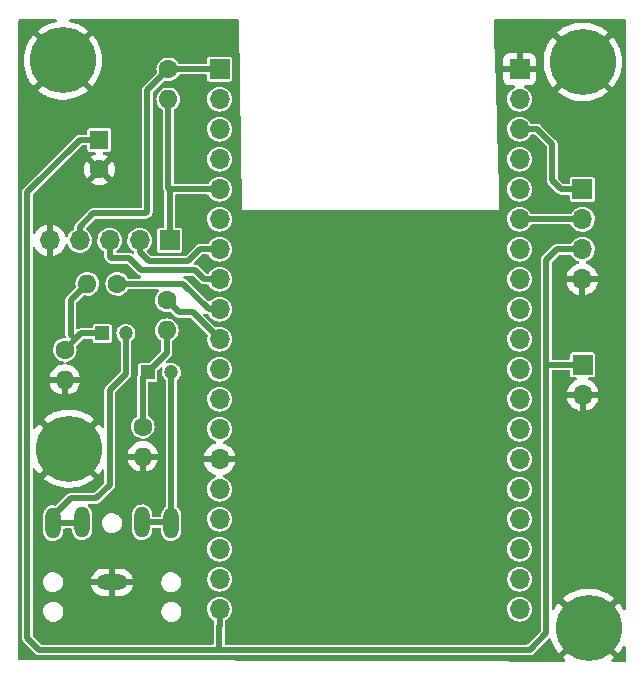
<source format=gbr>
%TF.GenerationSoftware,KiCad,Pcbnew,(6.0.5)*%
%TF.CreationDate,2022-05-27T17:05:52+02:00*%
%TF.ProjectId,ESP32Webradio_3,45535033-3257-4656-9272-6164696f5f33,rev?*%
%TF.SameCoordinates,Original*%
%TF.FileFunction,Copper,L2,Bot*%
%TF.FilePolarity,Positive*%
%FSLAX46Y46*%
G04 Gerber Fmt 4.6, Leading zero omitted, Abs format (unit mm)*
G04 Created by KiCad (PCBNEW (6.0.5)) date 2022-05-27 17:05:52*
%MOMM*%
%LPD*%
G01*
G04 APERTURE LIST*
%TA.AperFunction,ComponentPad*%
%ADD10C,5.600000*%
%TD*%
%TA.AperFunction,ComponentPad*%
%ADD11R,1.700000X1.700000*%
%TD*%
%TA.AperFunction,ComponentPad*%
%ADD12O,1.700000X1.700000*%
%TD*%
%TA.AperFunction,ComponentPad*%
%ADD13C,1.600000*%
%TD*%
%TA.AperFunction,ComponentPad*%
%ADD14O,1.600000X1.600000*%
%TD*%
%TA.AperFunction,ComponentPad*%
%ADD15R,1.200000X1.200000*%
%TD*%
%TA.AperFunction,ComponentPad*%
%ADD16C,1.200000*%
%TD*%
%TA.AperFunction,ComponentPad*%
%ADD17R,1.600000X1.600000*%
%TD*%
%TA.AperFunction,ComponentPad*%
%ADD18O,2.616000X1.308000*%
%TD*%
%TA.AperFunction,ComponentPad*%
%ADD19O,1.308000X2.616000*%
%TD*%
%TA.AperFunction,Conductor*%
%ADD20C,0.500000*%
%TD*%
G04 APERTURE END LIST*
D10*
%TO.P,H4,1,1*%
%TO.N,GND*%
X133000000Y-68082000D03*
%TD*%
%TO.P,H3,1,1*%
%TO.N,GND*%
X133500000Y-116000000D03*
%TD*%
D11*
%TO.P,J1,1,Pin_1*%
%TO.N,+5V*%
X132999988Y-93726000D03*
D12*
%TO.P,J1,2,Pin_2*%
%TO.N,GND*%
X132999988Y-96266000D03*
%TD*%
D13*
%TO.P,R5,1*%
%TO.N,Net-(R5-Pad1)*%
X93599000Y-86868000D03*
D14*
%TO.P,R5,2*%
%TO.N,Net-(C2-Pad1)*%
X91059000Y-86868000D03*
%TD*%
D13*
%TO.P,R2,1*%
%TO.N,Net-(R2-Pad1)*%
X97790000Y-88265000D03*
D14*
%TO.P,R2,2*%
%TO.N,Net-(C1-Pad1)*%
X97790000Y-90805000D03*
%TD*%
D11*
%TO.P,U1,1,3.3V*%
%TO.N,+3V3*%
X102256006Y-68691506D03*
D12*
%TO.P,U1,2,EN_RST*%
%TO.N,unconnected-(U1-Pad2)*%
X102256006Y-71231506D03*
%TO.P,U1,3,GPI36*%
%TO.N,unconnected-(U1-Pad3)*%
X102256006Y-73771506D03*
%TO.P,U1,4,GPI39*%
%TO.N,unconnected-(U1-Pad4)*%
X102256006Y-76311506D03*
%TO.P,U1,5,GPI34*%
%TO.N,/G34*%
X102256006Y-78851506D03*
%TO.P,U1,6,GPI35*%
%TO.N,unconnected-(U1-Pad6)*%
X102256006Y-81391506D03*
%TO.P,U1,7,GPIO32*%
%TO.N,/G32*%
X102256006Y-83931506D03*
%TO.P,U1,8,GPIO33*%
%TO.N,/G33*%
X102256006Y-86471506D03*
%TO.P,U1,9,GPIO25*%
%TO.N,Net-(R5-Pad1)*%
X102256006Y-89011506D03*
%TO.P,U1,10,GPIO26*%
%TO.N,Net-(R2-Pad1)*%
X102256006Y-91551506D03*
%TO.P,U1,11,GPIO27*%
%TO.N,unconnected-(U1-Pad11)*%
X102256006Y-94091506D03*
%TO.P,U1,12,GPIO14*%
%TO.N,unconnected-(U1-Pad12)*%
X102256006Y-96631506D03*
%TO.P,U1,13,GPIO12*%
%TO.N,unconnected-(U1-Pad13)*%
X102256006Y-99171506D03*
%TO.P,U1,14,GND*%
%TO.N,GND*%
X102256006Y-101711506D03*
%TO.P,U1,15,GPIO13*%
%TO.N,unconnected-(U1-Pad15)*%
X102256006Y-104251506D03*
%TO.P,U1,16,GPIO9*%
%TO.N,unconnected-(U1-Pad16)*%
X102256006Y-106791506D03*
%TO.P,U1,17,GPIO10*%
%TO.N,unconnected-(U1-Pad17)*%
X102256006Y-109331506D03*
%TO.P,U1,18,GPIO11*%
%TO.N,unconnected-(U1-Pad18)*%
X102256006Y-111871506D03*
%TO.P,U1,19,5V*%
%TO.N,+5V*%
X102256006Y-114411506D03*
%TO.P,U1,20,GPIO6*%
%TO.N,unconnected-(U1-Pad20)*%
X127656006Y-114411506D03*
%TO.P,U1,21,GPIO7*%
%TO.N,unconnected-(U1-Pad21)*%
X127656006Y-111871506D03*
%TO.P,U1,22,GPIO8*%
%TO.N,unconnected-(U1-Pad22)*%
X127656006Y-109331506D03*
%TO.P,U1,23,GPIO15*%
%TO.N,unconnected-(U1-Pad23)*%
X127656006Y-106791506D03*
%TO.P,U1,24,GPIO2*%
%TO.N,unconnected-(U1-Pad24)*%
X127656006Y-104251506D03*
%TO.P,U1,25,GPIO0*%
%TO.N,unconnected-(U1-Pad25)*%
X127656006Y-101711506D03*
%TO.P,U1,26,GPIO4*%
%TO.N,unconnected-(U1-Pad26)*%
X127656006Y-99171506D03*
%TO.P,U1,27,GPIO16*%
%TO.N,unconnected-(U1-Pad27)*%
X127656006Y-96631506D03*
%TO.P,U1,28,GPIO17*%
%TO.N,unconnected-(U1-Pad28)*%
X127656006Y-94091506D03*
%TO.P,U1,29,GPIO5*%
%TO.N,unconnected-(U1-Pad29)*%
X127656006Y-91551506D03*
%TO.P,U1,30,GPIO18*%
%TO.N,unconnected-(U1-Pad30)*%
X127656006Y-89011506D03*
%TO.P,U1,31,GPIO19*%
%TO.N,unconnected-(U1-Pad31)*%
X127656006Y-86471506D03*
%TO.P,U1,32,GND*%
%TO.N,unconnected-(U1-Pad32)*%
X127656006Y-83931506D03*
%TO.P,U1,33,GPIO21*%
%TO.N,/G21*%
X127656006Y-81391506D03*
%TO.P,U1,34,GPIO3*%
%TO.N,unconnected-(U1-Pad34)*%
X127656006Y-78851506D03*
%TO.P,U1,35,GPIO1*%
%TO.N,unconnected-(U1-Pad35)*%
X127656006Y-76311506D03*
%TO.P,U1,36,GPIO22*%
%TO.N,/G22*%
X127656006Y-73771506D03*
%TO.P,U1,37,GPIO23*%
%TO.N,unconnected-(U1-Pad37)*%
X127656006Y-71231506D03*
D11*
%TO.P,U1,38,GND*%
%TO.N,GND*%
X127656006Y-68691506D03*
%TD*%
D13*
%TO.P,R3,1*%
%TO.N,Net-(C1-Pad1)*%
X95758000Y-98952000D03*
D14*
%TO.P,R3,2*%
%TO.N,GND*%
X95758000Y-101492000D03*
%TD*%
D13*
%TO.P,R1,1*%
%TO.N,+3V3*%
X97917000Y-68707000D03*
D14*
%TO.P,R1,2*%
%TO.N,/G34*%
X97917000Y-71247000D03*
%TD*%
D10*
%TO.P,H1,1,1*%
%TO.N,GND*%
X89000000Y-67955000D03*
%TD*%
D15*
%TO.P,C2,1*%
%TO.N,Net-(C2-Pad1)*%
X92329000Y-91059000D03*
D16*
%TO.P,C2,2*%
%TO.N,/R*%
X94329000Y-91059000D03*
%TD*%
D10*
%TO.P,H2,1,1*%
%TO.N,GND*%
X89500000Y-100838000D03*
%TD*%
D15*
%TO.P,C1,1*%
%TO.N,Net-(C1-Pad1)*%
X96182401Y-94361000D03*
D16*
%TO.P,C1,2*%
%TO.N,/S*%
X98182401Y-94361000D03*
%TD*%
D11*
%TO.P,J3,1,Pin_1*%
%TO.N,/G22*%
X132969000Y-78867000D03*
D12*
%TO.P,J3,2,Pin_2*%
%TO.N,/G21*%
X132969000Y-81407000D03*
%TO.P,J3,3,Pin_3*%
%TO.N,+5V*%
X132969000Y-83947000D03*
%TO.P,J3,4,Pin_4*%
%TO.N,GND*%
X132969000Y-86487000D03*
%TD*%
D17*
%TO.P,C3,1*%
%TO.N,+5V*%
X92075000Y-74676000D03*
D13*
%TO.P,C3,2*%
%TO.N,GND*%
X92075000Y-77176000D03*
%TD*%
%TO.P,R4,1*%
%TO.N,Net-(C2-Pad1)*%
X89154000Y-92456000D03*
D14*
%TO.P,R4,2*%
%TO.N,GND*%
X89154000Y-94996000D03*
%TD*%
D18*
%TO.P,J5,1*%
%TO.N,GND*%
X93169511Y-112132999D03*
D19*
%TO.P,J5,2*%
%TO.N,/S*%
X98169511Y-107132999D03*
X95702406Y-107057610D03*
%TO.P,J5,3*%
%TO.N,/R*%
X88169511Y-107132999D03*
X90629511Y-107052999D03*
%TD*%
D11*
%TO.P,J2,1,Pin_1*%
%TO.N,/G34*%
X98038996Y-83185000D03*
D12*
%TO.P,J2,2,Pin_2*%
%TO.N,/G32*%
X95498996Y-83185000D03*
%TO.P,J2,3,Pin_3*%
%TO.N,/G33*%
X92958996Y-83185000D03*
%TO.P,J2,4,Pin_4*%
%TO.N,+3V3*%
X90418996Y-83185000D03*
%TO.P,J2,5,Pin_5*%
%TO.N,GND*%
X87878996Y-83185000D03*
%TD*%
D20*
%TO.N,Net-(C1-Pad1)*%
X95758000Y-94785401D02*
X96182401Y-94361000D01*
X97790000Y-90805000D02*
X97790000Y-92753401D01*
X97790000Y-92753401D02*
X96182401Y-94361000D01*
X95758000Y-98952000D02*
X95758000Y-94785401D01*
%TO.N,/S*%
X98182401Y-94361000D02*
X98182401Y-107120099D01*
X98094111Y-107057611D02*
X95702395Y-107057611D01*
%TO.N,Net-(C2-Pad1)*%
X89662000Y-91186000D02*
X89789000Y-91313000D01*
X90551000Y-91059000D02*
X92329000Y-91059000D01*
X91059000Y-86868000D02*
X89662000Y-88265000D01*
X89154000Y-92456000D02*
X90551000Y-91059000D01*
X89662000Y-88265000D02*
X89662000Y-91186000D01*
%TO.N,/R*%
X91821000Y-105029000D02*
X89662000Y-105029000D01*
X92964000Y-103886000D02*
X91821000Y-105029000D01*
X94329000Y-91059000D02*
X94329000Y-94520000D01*
X94329000Y-94520000D02*
X92964000Y-95885000D01*
X92964000Y-95885000D02*
X92964000Y-103886000D01*
X89662000Y-105029000D02*
X88169500Y-106521500D01*
X88169500Y-107133000D02*
X90549500Y-107133000D01*
%TO.N,+5V*%
X130048000Y-93726000D02*
X133000000Y-93726000D01*
X128524000Y-117856000D02*
X129921000Y-116459000D01*
X85979000Y-79121000D02*
X85979000Y-116840000D01*
X90424000Y-74676000D02*
X85979000Y-79121000D01*
X130810000Y-83947000D02*
X132969000Y-83947000D01*
X102256000Y-115803000D02*
X102235000Y-115824000D01*
X85979000Y-116840000D02*
X86995000Y-117856000D01*
X86995000Y-117856000D02*
X102235000Y-117856000D01*
X92075000Y-74676000D02*
X90424000Y-74676000D01*
X102235000Y-115824000D02*
X102235000Y-117856000D01*
X129921000Y-116459000D02*
X129921000Y-84836000D01*
X102256000Y-115803000D02*
X102256000Y-114411500D01*
X129921000Y-84836000D02*
X130810000Y-83947000D01*
X102235000Y-117856000D02*
X128524000Y-117856000D01*
%TO.N,/G34*%
X98028500Y-78851500D02*
X98028500Y-83174500D01*
X98028500Y-78851500D02*
X97917000Y-78740000D01*
X97917000Y-71247000D02*
X97917000Y-78740000D01*
X102256000Y-78851500D02*
X98028500Y-78851500D01*
%TO.N,/G32*%
X95499000Y-84196000D02*
X95499000Y-83185000D01*
X96266000Y-84963000D02*
X95499000Y-84196000D01*
X100599494Y-83931506D02*
X99568000Y-84963000D01*
X99568000Y-84963000D02*
X96266000Y-84963000D01*
X102256006Y-83931506D02*
X100599494Y-83931506D01*
%TO.N,/G33*%
X92959000Y-84577000D02*
X92959000Y-83185000D01*
X102256000Y-86471500D02*
X100949500Y-86471500D01*
X100949500Y-86471500D02*
X100203000Y-85725000D01*
X94615000Y-84709000D02*
X93091000Y-84709000D01*
X100203000Y-85725000D02*
X95631000Y-85725000D01*
X95631000Y-85725000D02*
X94615000Y-84709000D01*
X93091000Y-84709000D02*
X92959000Y-84577000D01*
%TO.N,+3V3*%
X90419000Y-82047000D02*
X90419000Y-83185000D01*
X91567000Y-80899000D02*
X90419000Y-82047000D01*
X96139000Y-70485000D02*
X96139000Y-80772000D01*
X96139000Y-80772000D02*
X96012000Y-80899000D01*
X96012000Y-80899000D02*
X91567000Y-80899000D01*
X97932500Y-68691500D02*
X102256000Y-68691500D01*
X97917000Y-68707000D02*
X96139000Y-70485000D01*
%TO.N,/G22*%
X129143500Y-73771500D02*
X130429000Y-75057000D01*
X130429000Y-78105000D02*
X131191000Y-78867000D01*
X131191000Y-78867000D02*
X132969000Y-78867000D01*
X130429000Y-75057000D02*
X130429000Y-78105000D01*
X127656000Y-73771500D02*
X129143500Y-73771500D01*
%TO.N,/G21*%
X127656006Y-81391506D02*
X130921506Y-81391506D01*
X130921506Y-81391506D02*
X133121494Y-81391506D01*
X130921506Y-81391506D02*
X132953506Y-81391506D01*
%TO.N,Net-(R2-Pad1)*%
X97790000Y-88265000D02*
X98806000Y-89281000D01*
X98806000Y-89281000D02*
X99985500Y-89281000D01*
X99985500Y-89281000D02*
X102256000Y-91551500D01*
%TO.N,Net-(R5-Pad1)*%
X99187000Y-86868000D02*
X101330500Y-89011500D01*
X101330500Y-89011500D02*
X102256000Y-89011500D01*
X99187000Y-86868000D02*
X93599000Y-86868000D01*
%TD*%
%TA.AperFunction,Conductor*%
%TO.N,GND*%
G36*
X88429743Y-64473502D02*
G01*
X88476236Y-64527158D01*
X88486340Y-64597432D01*
X88456846Y-64662012D01*
X88397120Y-64700396D01*
X88388464Y-64702608D01*
X88123586Y-64760361D01*
X88117011Y-64762172D01*
X87783683Y-64873702D01*
X87777361Y-64876205D01*
X87458034Y-65023079D01*
X87451991Y-65026265D01*
X87150401Y-65206763D01*
X87144755Y-65210571D01*
X86864408Y-65422596D01*
X86859211Y-65426987D01*
X86857972Y-65428155D01*
X86849950Y-65441862D01*
X86849986Y-65442704D01*
X86855037Y-65450826D01*
X88987190Y-67582980D01*
X89001131Y-67590592D01*
X89002966Y-67590461D01*
X89009580Y-67586210D01*
X91142798Y-65452991D01*
X91150412Y-65439047D01*
X91150344Y-65438089D01*
X91145836Y-65431272D01*
X91144418Y-65430065D01*
X90864813Y-65217064D01*
X90859187Y-65213240D01*
X90558214Y-65031681D01*
X90552202Y-65028484D01*
X90233370Y-64880487D01*
X90227070Y-64877967D01*
X89894129Y-64765273D01*
X89887551Y-64763437D01*
X89612738Y-64702513D01*
X89550561Y-64668241D01*
X89516783Y-64605795D01*
X89522129Y-64535000D01*
X89564901Y-64478333D01*
X89631519Y-64453786D01*
X89640009Y-64453500D01*
X103753906Y-64453500D01*
X103822027Y-64473502D01*
X103868520Y-64527158D01*
X103879890Y-64577513D01*
X104132877Y-80637114D01*
X118847555Y-80645349D01*
X125938597Y-80649318D01*
X125956714Y-80649328D01*
X125956263Y-80634168D01*
X125902707Y-78836768D01*
X126600526Y-78836768D01*
X126601042Y-78842912D01*
X126614007Y-78997302D01*
X126617765Y-79042059D01*
X126619464Y-79047984D01*
X126672685Y-79233587D01*
X126674550Y-79240092D01*
X126677365Y-79245569D01*
X126677366Y-79245572D01*
X126736112Y-79359879D01*
X126768718Y-79423324D01*
X126896683Y-79584776D01*
X127053570Y-79718297D01*
X127058948Y-79721303D01*
X127058950Y-79721304D01*
X127102314Y-79745539D01*
X127233404Y-79818803D01*
X127328244Y-79849619D01*
X127423477Y-79880562D01*
X127423481Y-79880563D01*
X127429335Y-79882465D01*
X127633900Y-79906857D01*
X127640035Y-79906385D01*
X127640037Y-79906385D01*
X127696045Y-79902075D01*
X127839306Y-79891052D01*
X127845236Y-79889396D01*
X127845238Y-79889396D01*
X128031803Y-79837306D01*
X128031802Y-79837306D01*
X128037731Y-79835651D01*
X128043220Y-79832878D01*
X128043226Y-79832876D01*
X128216122Y-79745539D01*
X128221616Y-79742764D01*
X128383957Y-79615930D01*
X128518570Y-79459978D01*
X128536648Y-79428156D01*
X128596951Y-79322002D01*
X128620329Y-79280850D01*
X128685357Y-79085369D01*
X128711177Y-78880980D01*
X128711589Y-78851506D01*
X128691486Y-78646476D01*
X128631941Y-78449255D01*
X128535224Y-78267355D01*
X128461533Y-78177001D01*
X128408912Y-78112481D01*
X128408909Y-78112478D01*
X128405017Y-78107706D01*
X128387792Y-78093456D01*
X128251031Y-77980317D01*
X128251027Y-77980315D01*
X128246281Y-77976388D01*
X128065061Y-77878403D01*
X127868260Y-77817483D01*
X127862135Y-77816839D01*
X127862134Y-77816839D01*
X127669504Y-77796593D01*
X127669502Y-77796593D01*
X127663375Y-77795949D01*
X127576535Y-77803852D01*
X127464348Y-77814061D01*
X127464345Y-77814062D01*
X127458209Y-77814620D01*
X127260578Y-77872786D01*
X127078008Y-77968232D01*
X127073207Y-77972092D01*
X127073204Y-77972094D01*
X126932045Y-78085589D01*
X126917453Y-78097321D01*
X126785030Y-78255136D01*
X126782062Y-78260534D01*
X126782059Y-78260539D01*
X126697114Y-78415055D01*
X126685782Y-78435668D01*
X126623490Y-78632038D01*
X126622804Y-78638155D01*
X126622803Y-78638159D01*
X126614385Y-78713213D01*
X126600526Y-78836768D01*
X125902707Y-78836768D01*
X125827024Y-76296768D01*
X126600526Y-76296768D01*
X126601042Y-76302912D01*
X126614311Y-76460923D01*
X126617765Y-76502059D01*
X126674550Y-76700092D01*
X126677365Y-76705569D01*
X126677366Y-76705572D01*
X126731853Y-76811592D01*
X126768718Y-76883324D01*
X126896683Y-77044776D01*
X126901376Y-77048770D01*
X126901377Y-77048771D01*
X127039615Y-77166420D01*
X127053570Y-77178297D01*
X127233404Y-77278803D01*
X127328244Y-77309619D01*
X127423477Y-77340562D01*
X127423481Y-77340563D01*
X127429335Y-77342465D01*
X127633900Y-77366857D01*
X127640035Y-77366385D01*
X127640037Y-77366385D01*
X127696045Y-77362075D01*
X127839306Y-77351052D01*
X127845236Y-77349396D01*
X127845238Y-77349396D01*
X128031803Y-77297306D01*
X128031802Y-77297306D01*
X128037731Y-77295651D01*
X128043220Y-77292878D01*
X128043226Y-77292876D01*
X128216122Y-77205539D01*
X128221616Y-77202764D01*
X128252078Y-77178965D01*
X128379107Y-77079719D01*
X128383957Y-77075930D01*
X128498968Y-76942688D01*
X128514546Y-76924640D01*
X128514546Y-76924639D01*
X128518570Y-76919978D01*
X128539393Y-76883324D01*
X128617282Y-76746213D01*
X128620329Y-76740850D01*
X128685357Y-76545369D01*
X128711177Y-76340980D01*
X128711589Y-76311506D01*
X128691486Y-76106476D01*
X128631941Y-75909255D01*
X128535224Y-75727355D01*
X128461865Y-75637408D01*
X128408912Y-75572481D01*
X128408909Y-75572478D01*
X128405017Y-75567706D01*
X128318035Y-75495748D01*
X128251031Y-75440317D01*
X128251027Y-75440315D01*
X128246281Y-75436388D01*
X128065061Y-75338403D01*
X127868260Y-75277483D01*
X127862135Y-75276839D01*
X127862134Y-75276839D01*
X127669504Y-75256593D01*
X127669502Y-75256593D01*
X127663375Y-75255949D01*
X127576535Y-75263852D01*
X127464348Y-75274061D01*
X127464345Y-75274062D01*
X127458209Y-75274620D01*
X127260578Y-75332786D01*
X127078008Y-75428232D01*
X127073207Y-75432092D01*
X127073204Y-75432094D01*
X126936433Y-75542061D01*
X126917453Y-75557321D01*
X126785030Y-75715136D01*
X126782062Y-75720534D01*
X126782059Y-75720539D01*
X126764269Y-75752900D01*
X126685782Y-75895668D01*
X126623490Y-76092038D01*
X126622804Y-76098155D01*
X126622803Y-76098159D01*
X126601213Y-76290643D01*
X126600526Y-76296768D01*
X125827024Y-76296768D01*
X125751341Y-73756768D01*
X126600526Y-73756768D01*
X126601042Y-73762912D01*
X126609400Y-73862439D01*
X126617765Y-73962059D01*
X126619464Y-73967984D01*
X126657176Y-74099500D01*
X126674550Y-74160092D01*
X126677365Y-74165569D01*
X126677366Y-74165572D01*
X126732067Y-74272009D01*
X126768718Y-74343324D01*
X126896683Y-74504776D01*
X127053570Y-74638297D01*
X127233404Y-74738803D01*
X127328244Y-74769619D01*
X127423477Y-74800562D01*
X127423481Y-74800563D01*
X127429335Y-74802465D01*
X127633900Y-74826857D01*
X127640035Y-74826385D01*
X127640037Y-74826385D01*
X127696045Y-74822075D01*
X127839306Y-74811052D01*
X127845236Y-74809396D01*
X127845238Y-74809396D01*
X128031803Y-74757306D01*
X128031802Y-74757306D01*
X128037731Y-74755651D01*
X128043220Y-74752878D01*
X128043226Y-74752876D01*
X128216122Y-74665539D01*
X128221616Y-74662764D01*
X128383957Y-74535930D01*
X128518570Y-74379978D01*
X128534247Y-74352382D01*
X128572092Y-74285763D01*
X128623131Y-74236412D01*
X128681648Y-74222000D01*
X128904707Y-74222000D01*
X128972828Y-74242002D01*
X128993802Y-74258905D01*
X129941595Y-75206698D01*
X129975621Y-75269010D01*
X129978500Y-75295793D01*
X129978500Y-78070780D01*
X129977627Y-78085589D01*
X129973636Y-78119310D01*
X129975328Y-78128574D01*
X129975328Y-78128575D01*
X129984172Y-78177001D01*
X129984822Y-78180904D01*
X129993551Y-78238962D01*
X129996679Y-78245475D01*
X129997975Y-78252573D01*
X130025025Y-78304647D01*
X130026768Y-78308137D01*
X130052191Y-78361079D01*
X130057077Y-78366365D01*
X130057110Y-78366413D01*
X130060421Y-78372788D01*
X130064725Y-78377828D01*
X130101952Y-78415055D01*
X130105381Y-78418620D01*
X130144146Y-78460556D01*
X130150505Y-78464249D01*
X130156663Y-78469766D01*
X130848247Y-79161350D01*
X130858101Y-79172439D01*
X130873294Y-79191711D01*
X130873298Y-79191715D01*
X130879128Y-79199110D01*
X130886875Y-79204464D01*
X130886879Y-79204468D01*
X130927404Y-79232477D01*
X130930598Y-79234758D01*
X130977817Y-79269635D01*
X130984634Y-79272029D01*
X130990569Y-79276131D01*
X130999544Y-79278969D01*
X130999545Y-79278970D01*
X131005490Y-79280850D01*
X131046475Y-79293812D01*
X131050215Y-79295060D01*
X131096745Y-79311400D01*
X131096748Y-79311401D01*
X131105631Y-79314520D01*
X131112816Y-79314803D01*
X131112889Y-79314817D01*
X131119730Y-79316980D01*
X131126337Y-79317500D01*
X131179006Y-79317500D01*
X131183952Y-79317597D01*
X131240994Y-79319838D01*
X131248100Y-79317954D01*
X131256347Y-79317500D01*
X131792500Y-79317500D01*
X131860621Y-79337502D01*
X131907114Y-79391158D01*
X131918500Y-79443500D01*
X131918500Y-79736748D01*
X131930133Y-79795231D01*
X131974448Y-79861552D01*
X131984761Y-79868443D01*
X132019304Y-79891524D01*
X132040769Y-79905867D01*
X132052938Y-79908288D01*
X132052939Y-79908288D01*
X132093184Y-79916293D01*
X132099252Y-79917500D01*
X133838748Y-79917500D01*
X133844816Y-79916293D01*
X133885061Y-79908288D01*
X133885062Y-79908288D01*
X133897231Y-79905867D01*
X133918697Y-79891524D01*
X133953239Y-79868443D01*
X133963552Y-79861552D01*
X134007867Y-79795231D01*
X134019500Y-79736748D01*
X134019500Y-77997252D01*
X134007867Y-77938769D01*
X133963552Y-77872448D01*
X133897231Y-77828133D01*
X133885062Y-77825712D01*
X133885061Y-77825712D01*
X133844816Y-77817707D01*
X133838748Y-77816500D01*
X132099252Y-77816500D01*
X132093184Y-77817707D01*
X132052939Y-77825712D01*
X132052938Y-77825712D01*
X132040769Y-77828133D01*
X131974448Y-77872448D01*
X131930133Y-77938769D01*
X131918500Y-77997252D01*
X131918500Y-78290500D01*
X131898498Y-78358621D01*
X131844842Y-78405114D01*
X131792500Y-78416500D01*
X131429793Y-78416500D01*
X131361672Y-78396498D01*
X131340698Y-78379595D01*
X130916405Y-77955302D01*
X130882379Y-77892990D01*
X130879500Y-77866207D01*
X130879500Y-75091220D01*
X130880373Y-75076411D01*
X130883257Y-75052043D01*
X130884364Y-75042690D01*
X130882672Y-75033426D01*
X130882672Y-75033422D01*
X130873827Y-74984989D01*
X130873178Y-74981088D01*
X130865851Y-74932355D01*
X130865849Y-74932347D01*
X130864449Y-74923038D01*
X130861323Y-74916528D01*
X130860026Y-74909427D01*
X130832982Y-74857363D01*
X130831214Y-74853825D01*
X130809886Y-74809411D01*
X130805809Y-74800921D01*
X130800926Y-74795640D01*
X130800891Y-74795588D01*
X130797580Y-74789212D01*
X130793276Y-74784172D01*
X130756037Y-74746933D01*
X130752607Y-74743367D01*
X130748388Y-74738803D01*
X130713854Y-74701444D01*
X130707497Y-74697752D01*
X130701343Y-74692239D01*
X129486252Y-73477149D01*
X129476397Y-73466060D01*
X129461203Y-73446787D01*
X129455372Y-73439390D01*
X129447625Y-73434035D01*
X129447623Y-73434034D01*
X129407125Y-73406045D01*
X129403903Y-73403743D01*
X129364258Y-73374460D01*
X129364257Y-73374459D01*
X129356684Y-73368866D01*
X129349868Y-73366473D01*
X129343931Y-73362369D01*
X129334951Y-73359529D01*
X129334949Y-73359528D01*
X129305678Y-73350271D01*
X129287981Y-73344674D01*
X129284250Y-73343429D01*
X129237763Y-73327104D01*
X129237761Y-73327104D01*
X129228869Y-73323981D01*
X129221681Y-73323699D01*
X129221622Y-73323688D01*
X129214770Y-73321520D01*
X129208163Y-73321000D01*
X129155484Y-73321000D01*
X129150537Y-73320903D01*
X129093506Y-73318662D01*
X129086400Y-73320546D01*
X129078153Y-73321000D01*
X128681993Y-73321000D01*
X128613872Y-73300998D01*
X128570742Y-73254153D01*
X128538122Y-73192804D01*
X128538117Y-73192796D01*
X128535224Y-73187355D01*
X128461865Y-73097408D01*
X128408912Y-73032481D01*
X128408909Y-73032478D01*
X128405017Y-73027706D01*
X128387792Y-73013456D01*
X128251031Y-72900317D01*
X128251027Y-72900315D01*
X128246281Y-72896388D01*
X128065061Y-72798403D01*
X127868260Y-72737483D01*
X127862135Y-72736839D01*
X127862134Y-72736839D01*
X127669504Y-72716593D01*
X127669502Y-72716593D01*
X127663375Y-72715949D01*
X127576535Y-72723852D01*
X127464348Y-72734061D01*
X127464345Y-72734062D01*
X127458209Y-72734620D01*
X127260578Y-72792786D01*
X127078008Y-72888232D01*
X127073207Y-72892092D01*
X127073204Y-72892094D01*
X127062977Y-72900317D01*
X126917453Y-73017321D01*
X126785030Y-73175136D01*
X126782062Y-73180534D01*
X126782059Y-73180539D01*
X126703202Y-73323981D01*
X126685782Y-73355668D01*
X126623490Y-73552038D01*
X126622804Y-73558155D01*
X126622803Y-73558159D01*
X126604139Y-73724557D01*
X126600526Y-73756768D01*
X125751341Y-73756768D01*
X125627073Y-69586175D01*
X126298007Y-69586175D01*
X126298377Y-69592996D01*
X126303901Y-69643858D01*
X126307527Y-69659110D01*
X126352682Y-69779560D01*
X126361220Y-69795155D01*
X126437721Y-69897230D01*
X126450282Y-69909791D01*
X126552357Y-69986292D01*
X126567952Y-69994830D01*
X126688400Y-70039984D01*
X126703655Y-70043611D01*
X126754520Y-70049137D01*
X126761334Y-70049506D01*
X127136438Y-70049506D01*
X127204559Y-70069508D01*
X127251052Y-70123164D01*
X127261156Y-70193438D01*
X127231662Y-70258018D01*
X127194818Y-70287165D01*
X127078008Y-70348232D01*
X127073207Y-70352092D01*
X127073204Y-70352094D01*
X126991899Y-70417465D01*
X126917453Y-70477321D01*
X126785030Y-70635136D01*
X126782062Y-70640534D01*
X126782059Y-70640539D01*
X126688749Y-70810271D01*
X126685782Y-70815668D01*
X126623490Y-71012038D01*
X126622804Y-71018155D01*
X126622803Y-71018159D01*
X126607770Y-71152184D01*
X126600526Y-71216768D01*
X126617765Y-71422059D01*
X126674550Y-71620092D01*
X126677365Y-71625569D01*
X126677366Y-71625572D01*
X126698253Y-71666213D01*
X126768718Y-71803324D01*
X126896683Y-71964776D01*
X126901376Y-71968770D01*
X126901377Y-71968771D01*
X127046222Y-72092043D01*
X127053570Y-72098297D01*
X127058948Y-72101303D01*
X127058950Y-72101304D01*
X127143487Y-72148550D01*
X127233404Y-72198803D01*
X127328244Y-72229619D01*
X127423477Y-72260562D01*
X127423481Y-72260563D01*
X127429335Y-72262465D01*
X127633900Y-72286857D01*
X127640035Y-72286385D01*
X127640037Y-72286385D01*
X127696045Y-72282075D01*
X127839306Y-72271052D01*
X127845236Y-72269396D01*
X127845238Y-72269396D01*
X128031803Y-72217306D01*
X128031802Y-72217306D01*
X128037731Y-72215651D01*
X128043220Y-72212878D01*
X128043226Y-72212876D01*
X128216122Y-72125539D01*
X128221616Y-72122764D01*
X128383957Y-71995930D01*
X128406010Y-71970382D01*
X128514546Y-71844640D01*
X128514546Y-71844639D01*
X128518570Y-71839978D01*
X128526221Y-71826511D01*
X128617282Y-71666213D01*
X128620329Y-71660850D01*
X128685357Y-71465369D01*
X128711177Y-71260980D01*
X128711589Y-71231506D01*
X128691486Y-71026476D01*
X128631941Y-70829255D01*
X128535224Y-70647355D01*
X128495282Y-70598381D01*
X130849160Y-70598381D01*
X130849237Y-70599470D01*
X130851698Y-70603206D01*
X131125632Y-70813404D01*
X131131262Y-70817259D01*
X131431591Y-70999862D01*
X131437593Y-71003080D01*
X131755897Y-71152184D01*
X131762202Y-71154732D01*
X132094743Y-71268587D01*
X132101313Y-71270446D01*
X132444183Y-71347714D01*
X132450912Y-71348853D01*
X132800143Y-71388643D01*
X132806933Y-71389046D01*
X133158419Y-71390886D01*
X133165220Y-71390554D01*
X133514853Y-71354423D01*
X133521581Y-71353357D01*
X133865274Y-71279676D01*
X133871822Y-71277897D01*
X134205549Y-71167527D01*
X134211891Y-71165041D01*
X134531718Y-71019288D01*
X134537777Y-71016121D01*
X134839995Y-70836676D01*
X134845659Y-70832884D01*
X135126732Y-70621849D01*
X135131958Y-70617464D01*
X135141613Y-70608428D01*
X135149682Y-70594750D01*
X135149654Y-70594024D01*
X135144512Y-70585723D01*
X133012810Y-68454020D01*
X132998869Y-68446408D01*
X132997034Y-68446539D01*
X132990420Y-68450790D01*
X130856774Y-70584437D01*
X130849160Y-70598381D01*
X128495282Y-70598381D01*
X128438460Y-70528711D01*
X128408912Y-70492481D01*
X128408909Y-70492478D01*
X128405017Y-70487706D01*
X128398179Y-70482049D01*
X128251031Y-70360317D01*
X128251027Y-70360315D01*
X128246281Y-70356388D01*
X128208258Y-70335829D01*
X128116732Y-70286341D01*
X128066323Y-70236346D01*
X128050946Y-70167035D01*
X128075482Y-70100413D01*
X128132142Y-70057632D01*
X128176661Y-70049505D01*
X128550675Y-70049505D01*
X128557496Y-70049135D01*
X128608358Y-70043611D01*
X128623610Y-70039985D01*
X128744060Y-69994830D01*
X128759655Y-69986292D01*
X128861730Y-69909791D01*
X128874291Y-69897230D01*
X128950792Y-69795155D01*
X128959330Y-69779560D01*
X129004484Y-69659112D01*
X129008111Y-69643857D01*
X129013637Y-69592992D01*
X129014006Y-69586178D01*
X129014006Y-68963621D01*
X129009531Y-68948382D01*
X129008141Y-68947177D01*
X129000458Y-68945506D01*
X126316122Y-68945506D01*
X126300883Y-68949981D01*
X126299678Y-68951371D01*
X126298007Y-68959054D01*
X126298007Y-69586175D01*
X125627073Y-69586175D01*
X125592307Y-68419391D01*
X126298006Y-68419391D01*
X126302481Y-68434630D01*
X126303871Y-68435835D01*
X126311554Y-68437506D01*
X127383891Y-68437506D01*
X127399130Y-68433031D01*
X127400335Y-68431641D01*
X127402006Y-68423958D01*
X127402006Y-68419391D01*
X127910006Y-68419391D01*
X127914481Y-68434630D01*
X127915871Y-68435835D01*
X127923554Y-68437506D01*
X128995890Y-68437506D01*
X129011129Y-68433031D01*
X129012334Y-68431641D01*
X129014005Y-68423958D01*
X129014005Y-68073832D01*
X129687333Y-68073832D01*
X129705117Y-68424893D01*
X129705827Y-68431649D01*
X129761420Y-68778723D01*
X129762859Y-68785378D01*
X129855608Y-69124410D01*
X129857757Y-69130871D01*
X129986581Y-69457912D01*
X129989412Y-69464095D01*
X130152803Y-69775310D01*
X130156286Y-69781152D01*
X130352330Y-70072896D01*
X130356433Y-70078340D01*
X130476425Y-70220836D01*
X130489164Y-70229279D01*
X130499608Y-70223181D01*
X132627980Y-68094810D01*
X132634357Y-68083131D01*
X133364408Y-68083131D01*
X133364539Y-68084966D01*
X133368790Y-68091580D01*
X135499009Y-70221798D01*
X135512605Y-70229223D01*
X135522218Y-70222522D01*
X135622518Y-70105912D01*
X135626676Y-70100514D01*
X135825762Y-69810840D01*
X135829310Y-69805029D01*
X135995942Y-69495559D01*
X135998849Y-69489381D01*
X136131090Y-69163713D01*
X136133304Y-69157283D01*
X136229598Y-68819237D01*
X136231105Y-68812607D01*
X136290332Y-68466118D01*
X136291112Y-68459378D01*
X136312668Y-68106925D01*
X136312784Y-68103323D01*
X136312853Y-68083819D01*
X136312761Y-68080194D01*
X136293666Y-67727615D01*
X136292931Y-67720849D01*
X136236130Y-67373985D01*
X136234663Y-67367313D01*
X136140736Y-67028627D01*
X136138562Y-67022163D01*
X136008598Y-66695578D01*
X136005742Y-66689398D01*
X135841269Y-66378763D01*
X135837769Y-66372937D01*
X135640697Y-66081862D01*
X135636590Y-66076453D01*
X135523565Y-65943179D01*
X135510740Y-65934743D01*
X135500416Y-65940795D01*
X133372020Y-68069190D01*
X133364408Y-68083131D01*
X132634357Y-68083131D01*
X132635592Y-68080869D01*
X132635461Y-68079034D01*
X132631210Y-68072420D01*
X130500992Y-65942203D01*
X130487455Y-65934811D01*
X130477753Y-65941599D01*
X130370430Y-66067257D01*
X130366296Y-66072664D01*
X130168215Y-66363041D01*
X130164697Y-66368851D01*
X129999134Y-66678922D01*
X129996259Y-66685087D01*
X129865155Y-67011218D01*
X129862962Y-67017658D01*
X129767846Y-67356044D01*
X129766363Y-67362679D01*
X129708350Y-67709354D01*
X129707591Y-67716126D01*
X129687357Y-68067037D01*
X129687333Y-68073832D01*
X129014005Y-68073832D01*
X129014005Y-67796837D01*
X129013635Y-67790016D01*
X129008111Y-67739154D01*
X129004485Y-67723902D01*
X128959330Y-67603452D01*
X128950792Y-67587857D01*
X128874291Y-67485782D01*
X128861730Y-67473221D01*
X128759655Y-67396720D01*
X128744060Y-67388182D01*
X128623612Y-67343028D01*
X128608357Y-67339401D01*
X128557492Y-67333875D01*
X128550678Y-67333506D01*
X127928121Y-67333506D01*
X127912882Y-67337981D01*
X127911677Y-67339371D01*
X127910006Y-67347054D01*
X127910006Y-68419391D01*
X127402006Y-68419391D01*
X127402006Y-67351622D01*
X127397531Y-67336383D01*
X127396141Y-67335178D01*
X127388458Y-67333507D01*
X126761337Y-67333507D01*
X126754516Y-67333877D01*
X126703654Y-67339401D01*
X126688402Y-67343027D01*
X126567952Y-67388182D01*
X126552357Y-67396720D01*
X126450282Y-67473221D01*
X126437721Y-67485782D01*
X126361220Y-67587857D01*
X126352682Y-67603452D01*
X126307528Y-67723900D01*
X126303901Y-67739155D01*
X126298375Y-67790020D01*
X126298006Y-67796834D01*
X126298006Y-68419391D01*
X125592307Y-68419391D01*
X125507372Y-65568862D01*
X130849950Y-65568862D01*
X130849986Y-65569704D01*
X130855037Y-65577826D01*
X132987190Y-67709980D01*
X133001131Y-67717592D01*
X133002966Y-67717461D01*
X133009580Y-67713210D01*
X135142798Y-65579991D01*
X135150412Y-65566047D01*
X135150344Y-65565089D01*
X135145836Y-65558272D01*
X135144418Y-65557065D01*
X134864813Y-65344064D01*
X134859187Y-65340240D01*
X134558214Y-65158681D01*
X134552202Y-65155484D01*
X134233370Y-65007487D01*
X134227070Y-65004967D01*
X133894129Y-64892273D01*
X133887551Y-64890437D01*
X133544417Y-64814367D01*
X133537678Y-64813251D01*
X133188310Y-64774680D01*
X133181529Y-64774301D01*
X132830015Y-64773687D01*
X132823242Y-64774042D01*
X132473720Y-64811395D01*
X132467010Y-64812482D01*
X132123586Y-64887361D01*
X132117011Y-64889172D01*
X131783683Y-65000702D01*
X131777361Y-65003205D01*
X131458034Y-65150079D01*
X131451991Y-65153265D01*
X131150401Y-65333763D01*
X131144755Y-65337571D01*
X130864408Y-65549596D01*
X130859211Y-65553987D01*
X130857972Y-65555155D01*
X130849950Y-65568862D01*
X125507372Y-65568862D01*
X125478004Y-64583253D01*
X125495968Y-64514566D01*
X125548215Y-64466496D01*
X125603948Y-64453500D01*
X136526000Y-64453500D01*
X136594121Y-64473502D01*
X136640614Y-64527158D01*
X136652000Y-64579500D01*
X136652000Y-114376389D01*
X136631998Y-114444510D01*
X136578342Y-114491003D01*
X136508068Y-114501107D01*
X136443488Y-114471613D01*
X136414646Y-114435348D01*
X136341269Y-114296763D01*
X136337769Y-114290937D01*
X136140697Y-113999862D01*
X136136590Y-113994453D01*
X136023565Y-113861179D01*
X136010740Y-113852743D01*
X136000416Y-113858795D01*
X133872020Y-115987190D01*
X133864408Y-116001131D01*
X133864539Y-116002966D01*
X133868790Y-116009580D01*
X135999009Y-118139798D01*
X136012605Y-118147223D01*
X136022218Y-118140522D01*
X136122518Y-118023912D01*
X136126676Y-118018514D01*
X136325762Y-117728840D01*
X136329310Y-117723029D01*
X136415060Y-117563773D01*
X136464966Y-117513277D01*
X136534251Y-117497778D01*
X136600916Y-117522198D01*
X136643795Y-117578783D01*
X136652000Y-117623508D01*
X136652000Y-118745688D01*
X136631998Y-118813809D01*
X136578342Y-118860302D01*
X136525689Y-118871688D01*
X136220104Y-118870934D01*
X135565279Y-118869317D01*
X135497209Y-118849146D01*
X135450848Y-118795376D01*
X135440918Y-118725077D01*
X135470571Y-118660570D01*
X135489938Y-118642557D01*
X135626732Y-118539849D01*
X135631958Y-118535464D01*
X135641613Y-118526428D01*
X135649682Y-118512750D01*
X135649654Y-118512024D01*
X135644512Y-118503723D01*
X133512810Y-116372020D01*
X133498869Y-116364408D01*
X133497034Y-116364539D01*
X133490420Y-116368790D01*
X131356774Y-118502437D01*
X131349160Y-118516381D01*
X131349237Y-118517470D01*
X131351698Y-118521207D01*
X131497547Y-118633121D01*
X131539414Y-118690459D01*
X131543636Y-118761330D01*
X131508872Y-118823232D01*
X131446159Y-118856514D01*
X131420534Y-118859083D01*
X122138061Y-118836163D01*
X85343689Y-118745312D01*
X85275618Y-118725141D01*
X85229257Y-118671371D01*
X85218000Y-118619312D01*
X85218000Y-116854310D01*
X85523636Y-116854310D01*
X85525328Y-116863574D01*
X85525328Y-116863575D01*
X85534172Y-116912001D01*
X85534822Y-116915904D01*
X85543551Y-116973962D01*
X85546679Y-116980475D01*
X85547975Y-116987573D01*
X85575025Y-117039647D01*
X85576768Y-117043137D01*
X85602191Y-117096079D01*
X85607077Y-117101365D01*
X85607110Y-117101413D01*
X85610421Y-117107788D01*
X85614725Y-117112828D01*
X85651952Y-117150055D01*
X85655381Y-117153620D01*
X85694146Y-117195556D01*
X85700505Y-117199249D01*
X85706663Y-117204766D01*
X86652247Y-118150350D01*
X86662101Y-118161439D01*
X86676433Y-118179618D01*
X86683128Y-118188110D01*
X86690876Y-118193465D01*
X86690878Y-118193467D01*
X86731400Y-118221474D01*
X86734619Y-118223774D01*
X86747605Y-118233365D01*
X86781817Y-118258634D01*
X86788631Y-118261027D01*
X86794569Y-118265131D01*
X86803546Y-118267970D01*
X86803548Y-118267971D01*
X86850517Y-118282825D01*
X86854266Y-118284076D01*
X86909631Y-118303519D01*
X86916818Y-118303801D01*
X86916880Y-118303813D01*
X86923730Y-118305980D01*
X86930337Y-118306500D01*
X86983016Y-118306500D01*
X86987962Y-118306597D01*
X87044994Y-118308838D01*
X87052100Y-118306954D01*
X87060347Y-118306500D01*
X102168945Y-118306500D01*
X102180647Y-118307839D01*
X102180688Y-118307319D01*
X102190079Y-118308058D01*
X102199255Y-118310185D01*
X102208650Y-118309520D01*
X102208653Y-118309520D01*
X102246849Y-118306815D01*
X102255748Y-118306500D01*
X128489780Y-118306500D01*
X128504589Y-118307373D01*
X128513622Y-118308442D01*
X128538310Y-118311364D01*
X128547574Y-118309672D01*
X128547575Y-118309672D01*
X128596001Y-118300828D01*
X128599904Y-118300178D01*
X128648645Y-118292850D01*
X128648646Y-118292850D01*
X128657962Y-118291449D01*
X128664475Y-118288321D01*
X128671573Y-118287025D01*
X128723647Y-118259975D01*
X128727137Y-118258232D01*
X128780079Y-118232809D01*
X128785365Y-118227923D01*
X128785413Y-118227890D01*
X128791788Y-118224579D01*
X128796828Y-118220275D01*
X128834055Y-118183048D01*
X128837621Y-118179618D01*
X128872641Y-118147246D01*
X128879556Y-118140854D01*
X128883249Y-118134495D01*
X128888766Y-118128337D01*
X130120396Y-116896707D01*
X130182708Y-116862681D01*
X130253523Y-116867746D01*
X130310359Y-116910293D01*
X130331025Y-116952553D01*
X130355609Y-117042414D01*
X130357757Y-117048871D01*
X130486581Y-117375912D01*
X130489412Y-117382095D01*
X130652803Y-117693310D01*
X130656286Y-117699152D01*
X130852330Y-117990896D01*
X130856433Y-117996340D01*
X130976425Y-118138836D01*
X130989164Y-118147279D01*
X130999608Y-118141181D01*
X133127980Y-116012810D01*
X133135592Y-115998869D01*
X133135461Y-115997034D01*
X133131210Y-115990420D01*
X131000992Y-113860203D01*
X130987455Y-113852811D01*
X130977753Y-113859599D01*
X130870430Y-113985257D01*
X130866296Y-113990664D01*
X130668215Y-114281041D01*
X130664697Y-114286851D01*
X130608648Y-114391820D01*
X130558918Y-114442490D01*
X130489688Y-114458230D01*
X130422938Y-114434042D01*
X130379862Y-114377607D01*
X130371500Y-114332472D01*
X130371500Y-113486862D01*
X131349950Y-113486862D01*
X131349986Y-113487704D01*
X131355037Y-113495826D01*
X133487190Y-115627980D01*
X133501131Y-115635592D01*
X133502966Y-115635461D01*
X133509580Y-115631210D01*
X135642798Y-113497991D01*
X135650412Y-113484047D01*
X135650344Y-113483089D01*
X135645836Y-113476272D01*
X135644418Y-113475065D01*
X135364813Y-113262064D01*
X135359187Y-113258240D01*
X135058214Y-113076681D01*
X135052202Y-113073484D01*
X134733370Y-112925487D01*
X134727070Y-112922967D01*
X134394129Y-112810273D01*
X134387551Y-112808437D01*
X134044417Y-112732367D01*
X134037678Y-112731251D01*
X133688310Y-112692680D01*
X133681529Y-112692301D01*
X133330015Y-112691687D01*
X133323242Y-112692042D01*
X132973720Y-112729395D01*
X132967010Y-112730482D01*
X132623586Y-112805361D01*
X132617011Y-112807172D01*
X132283683Y-112918702D01*
X132277361Y-112921205D01*
X131958034Y-113068079D01*
X131951991Y-113071265D01*
X131650401Y-113251763D01*
X131644755Y-113255571D01*
X131364408Y-113467596D01*
X131359211Y-113471987D01*
X131357972Y-113473155D01*
X131349950Y-113486862D01*
X130371500Y-113486862D01*
X130371500Y-96533966D01*
X131668245Y-96533966D01*
X131698553Y-96668446D01*
X131701633Y-96678275D01*
X131781758Y-96875603D01*
X131786401Y-96884794D01*
X131897682Y-97066388D01*
X131903765Y-97074699D01*
X132043201Y-97235667D01*
X132050568Y-97242883D01*
X132214422Y-97378916D01*
X132222869Y-97384831D01*
X132406744Y-97492279D01*
X132416030Y-97496729D01*
X132614989Y-97572703D01*
X132624887Y-97575579D01*
X132728238Y-97596606D01*
X132742287Y-97595410D01*
X132745988Y-97585065D01*
X132745988Y-97584517D01*
X133253988Y-97584517D01*
X133258052Y-97598359D01*
X133271466Y-97600393D01*
X133278172Y-97599534D01*
X133288250Y-97597392D01*
X133492243Y-97536191D01*
X133501830Y-97532433D01*
X133693083Y-97438739D01*
X133701933Y-97433464D01*
X133875316Y-97309792D01*
X133883188Y-97303139D01*
X134034040Y-97152812D01*
X134040718Y-97144965D01*
X134164991Y-96972020D01*
X134170301Y-96963183D01*
X134264658Y-96772267D01*
X134268457Y-96762672D01*
X134330365Y-96558910D01*
X134332543Y-96548837D01*
X134333974Y-96537962D01*
X134331763Y-96523778D01*
X134318605Y-96520000D01*
X133272103Y-96520000D01*
X133256864Y-96524475D01*
X133255659Y-96525865D01*
X133253988Y-96533548D01*
X133253988Y-97584517D01*
X132745988Y-97584517D01*
X132745988Y-96538115D01*
X132741513Y-96522876D01*
X132740123Y-96521671D01*
X132732440Y-96520000D01*
X131683213Y-96520000D01*
X131669682Y-96523973D01*
X131668245Y-96533966D01*
X130371500Y-96533966D01*
X130371500Y-94302500D01*
X130391502Y-94234379D01*
X130445158Y-94187886D01*
X130497500Y-94176500D01*
X131823488Y-94176500D01*
X131891609Y-94196502D01*
X131938102Y-94250158D01*
X131949488Y-94302500D01*
X131949488Y-94595748D01*
X131950695Y-94601816D01*
X131958469Y-94640896D01*
X131961121Y-94654231D01*
X132005436Y-94720552D01*
X132071757Y-94764867D01*
X132083926Y-94767288D01*
X132083927Y-94767288D01*
X132124172Y-94775293D01*
X132130240Y-94776500D01*
X132405221Y-94776500D01*
X132473342Y-94796502D01*
X132519835Y-94850158D01*
X132529939Y-94920432D01*
X132500445Y-94985012D01*
X132463401Y-95014263D01*
X132278451Y-95110542D01*
X132269726Y-95116036D01*
X132099421Y-95243905D01*
X132091714Y-95250748D01*
X131944578Y-95404717D01*
X131938092Y-95412727D01*
X131818086Y-95588649D01*
X131812988Y-95597623D01*
X131723326Y-95790783D01*
X131719763Y-95800470D01*
X131664377Y-96000183D01*
X131665900Y-96008607D01*
X131678280Y-96012000D01*
X134318332Y-96012000D01*
X134331863Y-96008027D01*
X134333168Y-95998947D01*
X134291202Y-95831875D01*
X134287882Y-95822124D01*
X134202960Y-95626814D01*
X134198093Y-95617739D01*
X134082414Y-95438926D01*
X134076124Y-95430757D01*
X133932794Y-95273240D01*
X133925261Y-95266215D01*
X133758127Y-95134222D01*
X133749540Y-95128517D01*
X133563105Y-95025599D01*
X133553693Y-95021369D01*
X133553423Y-95021273D01*
X133553329Y-95021205D01*
X133548977Y-95019249D01*
X133549381Y-95018351D01*
X133495887Y-94979679D01*
X133469971Y-94913581D01*
X133483905Y-94843965D01*
X133533264Y-94792934D01*
X133595483Y-94776500D01*
X133869736Y-94776500D01*
X133875804Y-94775293D01*
X133916049Y-94767288D01*
X133916050Y-94767288D01*
X133928219Y-94764867D01*
X133994540Y-94720552D01*
X134038855Y-94654231D01*
X134041508Y-94640896D01*
X134049281Y-94601816D01*
X134050488Y-94595748D01*
X134050488Y-92856252D01*
X134038855Y-92797769D01*
X133994540Y-92731448D01*
X133928219Y-92687133D01*
X133916050Y-92684712D01*
X133916049Y-92684712D01*
X133875804Y-92676707D01*
X133869736Y-92675500D01*
X132130240Y-92675500D01*
X132124172Y-92676707D01*
X132083927Y-92684712D01*
X132083926Y-92684712D01*
X132071757Y-92687133D01*
X132005436Y-92731448D01*
X131961121Y-92797769D01*
X131949488Y-92856252D01*
X131949488Y-93149500D01*
X131929486Y-93217621D01*
X131875830Y-93264114D01*
X131823488Y-93275500D01*
X130497500Y-93275500D01*
X130429379Y-93255498D01*
X130382886Y-93201842D01*
X130371500Y-93149500D01*
X130371500Y-86754966D01*
X131637257Y-86754966D01*
X131667565Y-86889446D01*
X131670645Y-86899275D01*
X131750770Y-87096603D01*
X131755413Y-87105794D01*
X131866694Y-87287388D01*
X131872777Y-87295699D01*
X132012213Y-87456667D01*
X132019580Y-87463883D01*
X132183434Y-87599916D01*
X132191881Y-87605831D01*
X132375756Y-87713279D01*
X132385042Y-87717729D01*
X132584001Y-87793703D01*
X132593899Y-87796579D01*
X132697250Y-87817606D01*
X132711299Y-87816410D01*
X132715000Y-87806065D01*
X132715000Y-87805517D01*
X133223000Y-87805517D01*
X133227064Y-87819359D01*
X133240478Y-87821393D01*
X133247184Y-87820534D01*
X133257262Y-87818392D01*
X133461255Y-87757191D01*
X133470842Y-87753433D01*
X133662095Y-87659739D01*
X133670945Y-87654464D01*
X133844328Y-87530792D01*
X133852200Y-87524139D01*
X134003052Y-87373812D01*
X134009730Y-87365965D01*
X134134003Y-87193020D01*
X134139313Y-87184183D01*
X134233670Y-86993267D01*
X134237469Y-86983672D01*
X134299377Y-86779910D01*
X134301555Y-86769837D01*
X134302986Y-86758962D01*
X134300775Y-86744778D01*
X134287617Y-86741000D01*
X133241115Y-86741000D01*
X133225876Y-86745475D01*
X133224671Y-86746865D01*
X133223000Y-86754548D01*
X133223000Y-87805517D01*
X132715000Y-87805517D01*
X132715000Y-86759115D01*
X132710525Y-86743876D01*
X132709135Y-86742671D01*
X132701452Y-86741000D01*
X131652225Y-86741000D01*
X131638694Y-86744973D01*
X131637257Y-86754966D01*
X130371500Y-86754966D01*
X130371500Y-85074793D01*
X130391502Y-85006672D01*
X130408405Y-84985698D01*
X130959698Y-84434405D01*
X131022010Y-84400379D01*
X131048793Y-84397500D01*
X131942453Y-84397500D01*
X132010574Y-84417502D01*
X132054518Y-84465903D01*
X132081712Y-84518818D01*
X132209677Y-84680270D01*
X132214370Y-84684264D01*
X132214371Y-84684265D01*
X132348359Y-84798297D01*
X132366564Y-84813791D01*
X132371942Y-84816797D01*
X132371944Y-84816798D01*
X132434188Y-84851585D01*
X132546398Y-84914297D01*
X132611437Y-84935429D01*
X132670042Y-84975502D01*
X132697680Y-85040898D01*
X132685574Y-85110855D01*
X132637568Y-85163162D01*
X132611646Y-85175027D01*
X132445868Y-85229212D01*
X132436359Y-85233209D01*
X132247463Y-85331542D01*
X132238738Y-85337036D01*
X132068433Y-85464905D01*
X132060726Y-85471748D01*
X131913590Y-85625717D01*
X131907104Y-85633727D01*
X131787098Y-85809649D01*
X131782000Y-85818623D01*
X131692338Y-86011783D01*
X131688775Y-86021470D01*
X131633389Y-86221183D01*
X131634912Y-86229607D01*
X131647292Y-86233000D01*
X134287344Y-86233000D01*
X134300875Y-86229027D01*
X134302180Y-86219947D01*
X134260214Y-86052875D01*
X134256894Y-86043124D01*
X134171972Y-85847814D01*
X134167105Y-85838739D01*
X134051426Y-85659926D01*
X134045136Y-85651757D01*
X133901806Y-85494240D01*
X133894273Y-85487215D01*
X133727139Y-85355222D01*
X133718552Y-85349517D01*
X133532117Y-85246599D01*
X133522705Y-85242369D01*
X133331031Y-85174493D01*
X133273495Y-85132899D01*
X133247579Y-85066801D01*
X133261513Y-84997185D01*
X133310872Y-84946154D01*
X133339206Y-84934362D01*
X133344790Y-84932803D01*
X133344799Y-84932800D01*
X133350725Y-84931145D01*
X133356214Y-84928372D01*
X133356220Y-84928370D01*
X133511705Y-84849828D01*
X133534610Y-84838258D01*
X133539664Y-84834310D01*
X133628722Y-84764730D01*
X133696951Y-84711424D01*
X133707055Y-84699719D01*
X133827540Y-84560134D01*
X133827540Y-84560133D01*
X133831564Y-84555472D01*
X133837718Y-84544640D01*
X133870056Y-84487714D01*
X133933323Y-84376344D01*
X133998351Y-84180863D01*
X134024171Y-83976474D01*
X134024583Y-83947000D01*
X134004480Y-83741970D01*
X133944935Y-83544749D01*
X133848218Y-83362849D01*
X133727206Y-83214474D01*
X133721906Y-83207975D01*
X133721903Y-83207972D01*
X133718011Y-83203200D01*
X133700786Y-83188950D01*
X133564025Y-83075811D01*
X133564021Y-83075809D01*
X133559275Y-83071882D01*
X133378055Y-82973897D01*
X133181254Y-82912977D01*
X133175129Y-82912333D01*
X133175128Y-82912333D01*
X132982498Y-82892087D01*
X132982496Y-82892087D01*
X132976369Y-82891443D01*
X132909999Y-82897483D01*
X132777342Y-82909555D01*
X132777339Y-82909556D01*
X132771203Y-82910114D01*
X132573572Y-82968280D01*
X132391002Y-83063726D01*
X132386201Y-83067586D01*
X132386198Y-83067588D01*
X132243837Y-83182049D01*
X132230447Y-83192815D01*
X132098024Y-83350630D01*
X132095057Y-83356028D01*
X132095053Y-83356033D01*
X132053730Y-83431201D01*
X132003385Y-83481259D01*
X131943315Y-83496500D01*
X130844220Y-83496500D01*
X130829411Y-83495627D01*
X130805043Y-83492743D01*
X130795690Y-83491636D01*
X130786426Y-83493328D01*
X130786422Y-83493328D01*
X130737989Y-83502173D01*
X130734088Y-83502822D01*
X130685355Y-83510149D01*
X130685347Y-83510151D01*
X130676038Y-83511551D01*
X130669528Y-83514677D01*
X130662427Y-83515974D01*
X130654072Y-83520314D01*
X130610363Y-83543018D01*
X130606825Y-83544786D01*
X130586186Y-83554697D01*
X130553921Y-83570191D01*
X130548635Y-83575078D01*
X130548595Y-83575105D01*
X130542212Y-83578420D01*
X130537172Y-83582725D01*
X130499945Y-83619952D01*
X130496380Y-83623381D01*
X130454444Y-83662146D01*
X130450751Y-83668505D01*
X130445234Y-83674663D01*
X129626650Y-84493247D01*
X129615561Y-84503101D01*
X129596291Y-84518293D01*
X129596289Y-84518295D01*
X129588890Y-84524128D01*
X129583535Y-84531875D01*
X129583534Y-84531877D01*
X129555545Y-84572375D01*
X129553243Y-84575597D01*
X129534794Y-84600575D01*
X129518366Y-84622816D01*
X129515973Y-84629632D01*
X129511869Y-84635569D01*
X129509029Y-84644549D01*
X129509028Y-84644551D01*
X129504160Y-84659945D01*
X129494253Y-84691272D01*
X129494182Y-84691495D01*
X129492929Y-84695250D01*
X129479697Y-84732931D01*
X129473481Y-84750631D01*
X129473199Y-84757819D01*
X129473188Y-84757878D01*
X129471020Y-84764730D01*
X129470500Y-84771337D01*
X129470500Y-84824016D01*
X129470403Y-84828962D01*
X129468162Y-84885994D01*
X129470046Y-84893100D01*
X129470500Y-84901347D01*
X129470500Y-116220207D01*
X129450498Y-116288328D01*
X129433595Y-116309302D01*
X128374302Y-117368595D01*
X128311990Y-117402621D01*
X128285207Y-117405500D01*
X102811500Y-117405500D01*
X102743379Y-117385498D01*
X102696886Y-117331842D01*
X102685500Y-117279500D01*
X102685500Y-115961162D01*
X102692617Y-115919414D01*
X102700397Y-115897260D01*
X102700397Y-115897258D01*
X102703519Y-115888369D01*
X102703801Y-115881181D01*
X102703812Y-115881122D01*
X102705980Y-115874270D01*
X102706500Y-115867663D01*
X102706500Y-115814984D01*
X102706597Y-115810037D01*
X102708468Y-115762418D01*
X102708838Y-115753006D01*
X102706954Y-115745900D01*
X102706500Y-115737656D01*
X102706500Y-115438429D01*
X102726502Y-115370308D01*
X102775688Y-115325964D01*
X102821616Y-115302764D01*
X102983957Y-115175930D01*
X103118570Y-115019978D01*
X103139393Y-114983324D01*
X103163235Y-114941353D01*
X103220329Y-114840850D01*
X103285357Y-114645369D01*
X103311177Y-114440980D01*
X103311589Y-114411506D01*
X103310144Y-114396768D01*
X126600526Y-114396768D01*
X126601042Y-114402912D01*
X126616926Y-114592064D01*
X126617765Y-114602059D01*
X126619464Y-114607984D01*
X126663905Y-114762967D01*
X126674550Y-114800092D01*
X126677365Y-114805569D01*
X126677366Y-114805572D01*
X126753634Y-114953974D01*
X126768718Y-114983324D01*
X126896683Y-115144776D01*
X127053570Y-115278297D01*
X127233404Y-115378803D01*
X127317412Y-115406099D01*
X127423477Y-115440562D01*
X127423481Y-115440563D01*
X127429335Y-115442465D01*
X127633900Y-115466857D01*
X127640035Y-115466385D01*
X127640037Y-115466385D01*
X127696045Y-115462075D01*
X127839306Y-115451052D01*
X127845236Y-115449396D01*
X127845238Y-115449396D01*
X128031803Y-115397306D01*
X128031802Y-115397306D01*
X128037731Y-115395651D01*
X128043220Y-115392878D01*
X128043226Y-115392876D01*
X128216122Y-115305539D01*
X128221616Y-115302764D01*
X128383957Y-115175930D01*
X128518570Y-115019978D01*
X128539393Y-114983324D01*
X128563235Y-114941353D01*
X128620329Y-114840850D01*
X128685357Y-114645369D01*
X128711177Y-114440980D01*
X128711589Y-114411506D01*
X128691486Y-114206476D01*
X128631941Y-114009255D01*
X128535224Y-113827355D01*
X128461865Y-113737408D01*
X128408912Y-113672481D01*
X128408909Y-113672478D01*
X128405017Y-113667706D01*
X128387792Y-113653456D01*
X128251031Y-113540317D01*
X128251027Y-113540315D01*
X128246281Y-113536388D01*
X128065061Y-113438403D01*
X127868260Y-113377483D01*
X127862135Y-113376839D01*
X127862134Y-113376839D01*
X127669504Y-113356593D01*
X127669502Y-113356593D01*
X127663375Y-113355949D01*
X127576535Y-113363852D01*
X127464348Y-113374061D01*
X127464345Y-113374062D01*
X127458209Y-113374620D01*
X127260578Y-113432786D01*
X127078008Y-113528232D01*
X127073207Y-113532092D01*
X127073204Y-113532094D01*
X127062977Y-113540317D01*
X126917453Y-113657321D01*
X126785030Y-113815136D01*
X126782062Y-113820534D01*
X126782059Y-113820539D01*
X126710033Y-113951556D01*
X126685782Y-113995668D01*
X126623490Y-114192038D01*
X126622804Y-114198155D01*
X126622803Y-114198159D01*
X126609354Y-114318063D01*
X126600526Y-114396768D01*
X103310144Y-114396768D01*
X103291486Y-114206476D01*
X103231941Y-114009255D01*
X103135224Y-113827355D01*
X103061865Y-113737408D01*
X103008912Y-113672481D01*
X103008909Y-113672478D01*
X103005017Y-113667706D01*
X102987792Y-113653456D01*
X102851031Y-113540317D01*
X102851027Y-113540315D01*
X102846281Y-113536388D01*
X102665061Y-113438403D01*
X102468260Y-113377483D01*
X102462135Y-113376839D01*
X102462134Y-113376839D01*
X102269504Y-113356593D01*
X102269502Y-113356593D01*
X102263375Y-113355949D01*
X102176535Y-113363852D01*
X102064348Y-113374061D01*
X102064345Y-113374062D01*
X102058209Y-113374620D01*
X101860578Y-113432786D01*
X101678008Y-113528232D01*
X101673207Y-113532092D01*
X101673204Y-113532094D01*
X101662977Y-113540317D01*
X101517453Y-113657321D01*
X101385030Y-113815136D01*
X101382062Y-113820534D01*
X101382059Y-113820539D01*
X101310033Y-113951556D01*
X101285782Y-113995668D01*
X101223490Y-114192038D01*
X101222804Y-114198155D01*
X101222803Y-114198159D01*
X101209354Y-114318063D01*
X101200526Y-114396768D01*
X101201042Y-114402912D01*
X101216926Y-114592064D01*
X101217765Y-114602059D01*
X101219464Y-114607984D01*
X101263905Y-114762967D01*
X101274550Y-114800092D01*
X101277365Y-114805569D01*
X101277366Y-114805572D01*
X101353634Y-114953974D01*
X101368718Y-114983324D01*
X101496683Y-115144776D01*
X101653570Y-115278297D01*
X101740971Y-115327144D01*
X101790676Y-115377836D01*
X101805500Y-115437131D01*
X101805500Y-115665838D01*
X101798383Y-115707586D01*
X101787481Y-115738631D01*
X101787199Y-115745819D01*
X101787188Y-115745878D01*
X101785020Y-115752730D01*
X101784500Y-115759337D01*
X101784500Y-115812016D01*
X101784403Y-115816962D01*
X101782162Y-115873994D01*
X101784046Y-115881100D01*
X101784500Y-115889347D01*
X101784500Y-117279500D01*
X101764498Y-117347621D01*
X101710842Y-117394114D01*
X101658500Y-117405500D01*
X87233793Y-117405500D01*
X87165672Y-117385498D01*
X87144698Y-117368595D01*
X86466405Y-116690302D01*
X86432379Y-116627990D01*
X86429500Y-116601207D01*
X86429500Y-114585243D01*
X87315330Y-114585243D01*
X87315687Y-114592060D01*
X87315687Y-114592064D01*
X87323813Y-114747110D01*
X87325001Y-114769780D01*
X87326812Y-114776353D01*
X87326812Y-114776356D01*
X87352441Y-114869401D01*
X87374073Y-114947935D01*
X87460257Y-115111397D01*
X87579531Y-115252539D01*
X87584955Y-115256686D01*
X87584956Y-115256687D01*
X87720910Y-115360632D01*
X87720914Y-115360635D01*
X87726331Y-115364776D01*
X87732511Y-115367658D01*
X87732513Y-115367659D01*
X87887631Y-115439992D01*
X87887634Y-115439993D01*
X87893808Y-115442872D01*
X87900453Y-115444357D01*
X87900458Y-115444359D01*
X88008718Y-115468557D01*
X88074148Y-115483182D01*
X88079818Y-115483499D01*
X88215675Y-115483499D01*
X88353220Y-115468557D01*
X88528359Y-115409616D01*
X88686755Y-115314442D01*
X88691717Y-115309750D01*
X88816060Y-115192164D01*
X88816062Y-115192162D01*
X88821018Y-115187475D01*
X88924886Y-115034639D01*
X88927421Y-115028302D01*
X88990977Y-114869401D01*
X88990978Y-114869396D01*
X88993511Y-114863064D01*
X89023692Y-114680755D01*
X89022145Y-114651221D01*
X89018687Y-114585243D01*
X97315330Y-114585243D01*
X97315687Y-114592060D01*
X97315687Y-114592064D01*
X97323813Y-114747110D01*
X97325001Y-114769780D01*
X97326812Y-114776353D01*
X97326812Y-114776356D01*
X97352441Y-114869401D01*
X97374073Y-114947935D01*
X97460257Y-115111397D01*
X97579531Y-115252539D01*
X97584955Y-115256686D01*
X97584956Y-115256687D01*
X97720910Y-115360632D01*
X97720914Y-115360635D01*
X97726331Y-115364776D01*
X97732511Y-115367658D01*
X97732513Y-115367659D01*
X97887631Y-115439992D01*
X97887634Y-115439993D01*
X97893808Y-115442872D01*
X97900453Y-115444357D01*
X97900458Y-115444359D01*
X98008718Y-115468557D01*
X98074148Y-115483182D01*
X98079818Y-115483499D01*
X98215675Y-115483499D01*
X98353220Y-115468557D01*
X98528359Y-115409616D01*
X98686755Y-115314442D01*
X98691717Y-115309750D01*
X98816060Y-115192164D01*
X98816062Y-115192162D01*
X98821018Y-115187475D01*
X98924886Y-115034639D01*
X98927421Y-115028302D01*
X98990977Y-114869401D01*
X98990978Y-114869396D01*
X98993511Y-114863064D01*
X99023692Y-114680755D01*
X99022145Y-114651221D01*
X99014378Y-114503031D01*
X99014021Y-114496218D01*
X99003558Y-114458230D01*
X98966762Y-114324645D01*
X98964949Y-114318063D01*
X98878765Y-114154601D01*
X98759491Y-114013459D01*
X98754066Y-114009311D01*
X98618112Y-113905366D01*
X98618108Y-113905363D01*
X98612691Y-113901222D01*
X98606511Y-113898340D01*
X98606509Y-113898339D01*
X98451391Y-113826006D01*
X98451388Y-113826005D01*
X98445214Y-113823126D01*
X98438569Y-113821641D01*
X98438564Y-113821639D01*
X98298640Y-113790364D01*
X98264874Y-113782816D01*
X98259204Y-113782499D01*
X98123347Y-113782499D01*
X97985802Y-113797441D01*
X97810663Y-113856382D01*
X97652267Y-113951556D01*
X97647307Y-113956247D01*
X97647305Y-113956248D01*
X97586807Y-114013459D01*
X97518004Y-114078523D01*
X97414136Y-114231359D01*
X97411603Y-114237693D01*
X97411601Y-114237696D01*
X97348045Y-114396597D01*
X97348044Y-114396602D01*
X97345511Y-114402934D01*
X97315330Y-114585243D01*
X89018687Y-114585243D01*
X89014378Y-114503031D01*
X89014021Y-114496218D01*
X89003558Y-114458230D01*
X88966762Y-114324645D01*
X88964949Y-114318063D01*
X88878765Y-114154601D01*
X88759491Y-114013459D01*
X88754066Y-114009311D01*
X88618112Y-113905366D01*
X88618108Y-113905363D01*
X88612691Y-113901222D01*
X88606511Y-113898340D01*
X88606509Y-113898339D01*
X88451391Y-113826006D01*
X88451388Y-113826005D01*
X88445214Y-113823126D01*
X88438569Y-113821641D01*
X88438564Y-113821639D01*
X88298640Y-113790364D01*
X88264874Y-113782816D01*
X88259204Y-113782499D01*
X88123347Y-113782499D01*
X87985802Y-113797441D01*
X87810663Y-113856382D01*
X87652267Y-113951556D01*
X87647307Y-113956247D01*
X87647305Y-113956248D01*
X87586807Y-114013459D01*
X87518004Y-114078523D01*
X87414136Y-114231359D01*
X87411603Y-114237693D01*
X87411601Y-114237696D01*
X87348045Y-114396597D01*
X87348044Y-114396602D01*
X87345511Y-114402934D01*
X87315330Y-114585243D01*
X86429500Y-114585243D01*
X86429500Y-112085243D01*
X87315330Y-112085243D01*
X87315687Y-112092060D01*
X87315687Y-112092064D01*
X87323813Y-112247110D01*
X87325001Y-112269780D01*
X87326812Y-112276353D01*
X87326812Y-112276356D01*
X87371294Y-112437847D01*
X87374073Y-112447935D01*
X87460257Y-112611397D01*
X87579531Y-112752539D01*
X87584955Y-112756686D01*
X87584956Y-112756687D01*
X87720910Y-112860632D01*
X87720914Y-112860635D01*
X87726331Y-112864776D01*
X87732511Y-112867658D01*
X87732513Y-112867659D01*
X87887631Y-112939992D01*
X87887634Y-112939993D01*
X87893808Y-112942872D01*
X87900453Y-112944357D01*
X87900458Y-112944359D01*
X88008718Y-112968557D01*
X88074148Y-112983182D01*
X88079818Y-112983499D01*
X88215675Y-112983499D01*
X88353220Y-112968557D01*
X88528359Y-112909616D01*
X88686755Y-112814442D01*
X88696358Y-112805361D01*
X88816060Y-112692164D01*
X88816062Y-112692162D01*
X88821018Y-112687475D01*
X88924886Y-112534639D01*
X88927421Y-112528302D01*
X88976450Y-112405721D01*
X91383260Y-112405721D01*
X91387318Y-112429338D01*
X91390298Y-112440458D01*
X91460216Y-112629980D01*
X91465166Y-112640358D01*
X91568452Y-112813966D01*
X91575216Y-112823275D01*
X91708411Y-112975156D01*
X91716746Y-112983066D01*
X91875390Y-113108131D01*
X91885047Y-113114402D01*
X92063809Y-113208453D01*
X92074452Y-113212861D01*
X92267368Y-113272764D01*
X92278612Y-113275154D01*
X92442596Y-113294563D01*
X92449999Y-113294999D01*
X92897396Y-113294999D01*
X92912635Y-113290524D01*
X92913840Y-113289134D01*
X92915511Y-113281451D01*
X92915511Y-113276884D01*
X93423511Y-113276884D01*
X93427986Y-113292123D01*
X93429376Y-113293328D01*
X93437059Y-113294999D01*
X93874789Y-113294999D01*
X93880578Y-113294733D01*
X94030419Y-113280965D01*
X94041740Y-113278867D01*
X94236154Y-113224037D01*
X94246901Y-113219912D01*
X94428076Y-113130565D01*
X94437885Y-113124553D01*
X94599736Y-113003695D01*
X94608296Y-112995988D01*
X94745418Y-112847650D01*
X94752419Y-112838525D01*
X94860215Y-112667679D01*
X94865435Y-112657435D01*
X94940293Y-112469802D01*
X94943560Y-112458773D01*
X94954302Y-112404767D01*
X94953150Y-112391893D01*
X94937995Y-112386999D01*
X93441626Y-112386999D01*
X93426387Y-112391474D01*
X93425182Y-112392864D01*
X93423511Y-112400547D01*
X93423511Y-113276884D01*
X92915511Y-113276884D01*
X92915511Y-112405114D01*
X92911036Y-112389875D01*
X92909646Y-112388670D01*
X92901963Y-112386999D01*
X91398158Y-112386999D01*
X91385196Y-112390805D01*
X91383260Y-112405721D01*
X88976450Y-112405721D01*
X88990977Y-112369401D01*
X88990978Y-112369396D01*
X88993511Y-112363064D01*
X89023692Y-112180755D01*
X89019742Y-112105369D01*
X89018687Y-112085243D01*
X97315330Y-112085243D01*
X97315687Y-112092060D01*
X97315687Y-112092064D01*
X97323813Y-112247110D01*
X97325001Y-112269780D01*
X97326812Y-112276353D01*
X97326812Y-112276356D01*
X97371294Y-112437847D01*
X97374073Y-112447935D01*
X97460257Y-112611397D01*
X97579531Y-112752539D01*
X97584955Y-112756686D01*
X97584956Y-112756687D01*
X97720910Y-112860632D01*
X97720914Y-112860635D01*
X97726331Y-112864776D01*
X97732511Y-112867658D01*
X97732513Y-112867659D01*
X97887631Y-112939992D01*
X97887634Y-112939993D01*
X97893808Y-112942872D01*
X97900453Y-112944357D01*
X97900458Y-112944359D01*
X98008718Y-112968557D01*
X98074148Y-112983182D01*
X98079818Y-112983499D01*
X98215675Y-112983499D01*
X98353220Y-112968557D01*
X98528359Y-112909616D01*
X98686755Y-112814442D01*
X98696358Y-112805361D01*
X98816060Y-112692164D01*
X98816062Y-112692162D01*
X98821018Y-112687475D01*
X98924886Y-112534639D01*
X98927421Y-112528302D01*
X98990977Y-112369401D01*
X98990978Y-112369396D01*
X98993511Y-112363064D01*
X99023692Y-112180755D01*
X99019742Y-112105369D01*
X99014378Y-112003031D01*
X99014021Y-111996218D01*
X98988327Y-111902934D01*
X98975610Y-111856768D01*
X101200526Y-111856768D01*
X101217765Y-112062059D01*
X101219464Y-112067984D01*
X101253733Y-112187493D01*
X101274550Y-112260092D01*
X101277365Y-112265569D01*
X101277366Y-112265572D01*
X101348902Y-112404767D01*
X101368718Y-112443324D01*
X101496683Y-112604776D01*
X101653570Y-112738297D01*
X101658948Y-112741303D01*
X101658950Y-112741304D01*
X101679053Y-112752539D01*
X101833404Y-112838803D01*
X101922213Y-112867659D01*
X102023477Y-112900562D01*
X102023481Y-112900563D01*
X102029335Y-112902465D01*
X102233900Y-112926857D01*
X102240035Y-112926385D01*
X102240037Y-112926385D01*
X102296045Y-112922075D01*
X102439306Y-112911052D01*
X102445236Y-112909396D01*
X102445238Y-112909396D01*
X102631803Y-112857306D01*
X102631802Y-112857306D01*
X102637731Y-112855651D01*
X102643220Y-112852878D01*
X102643226Y-112852876D01*
X102816122Y-112765539D01*
X102821616Y-112762764D01*
X102829395Y-112756687D01*
X102911980Y-112692164D01*
X102983957Y-112635930D01*
X103010349Y-112605355D01*
X103114546Y-112484640D01*
X103114546Y-112484639D01*
X103118570Y-112479978D01*
X103133343Y-112453974D01*
X103171389Y-112386999D01*
X103220329Y-112300850D01*
X103285357Y-112105369D01*
X103311177Y-111900980D01*
X103311508Y-111877328D01*
X103311540Y-111875028D01*
X103311540Y-111875024D01*
X103311589Y-111871506D01*
X103310144Y-111856768D01*
X126600526Y-111856768D01*
X126617765Y-112062059D01*
X126619464Y-112067984D01*
X126653733Y-112187493D01*
X126674550Y-112260092D01*
X126677365Y-112265569D01*
X126677366Y-112265572D01*
X126748902Y-112404767D01*
X126768718Y-112443324D01*
X126896683Y-112604776D01*
X127053570Y-112738297D01*
X127058948Y-112741303D01*
X127058950Y-112741304D01*
X127079053Y-112752539D01*
X127233404Y-112838803D01*
X127322213Y-112867659D01*
X127423477Y-112900562D01*
X127423481Y-112900563D01*
X127429335Y-112902465D01*
X127633900Y-112926857D01*
X127640035Y-112926385D01*
X127640037Y-112926385D01*
X127696045Y-112922075D01*
X127839306Y-112911052D01*
X127845236Y-112909396D01*
X127845238Y-112909396D01*
X128031803Y-112857306D01*
X128031802Y-112857306D01*
X128037731Y-112855651D01*
X128043220Y-112852878D01*
X128043226Y-112852876D01*
X128216122Y-112765539D01*
X128221616Y-112762764D01*
X128229395Y-112756687D01*
X128311980Y-112692164D01*
X128383957Y-112635930D01*
X128410349Y-112605355D01*
X128514546Y-112484640D01*
X128514546Y-112484639D01*
X128518570Y-112479978D01*
X128533343Y-112453974D01*
X128571389Y-112386999D01*
X128620329Y-112300850D01*
X128685357Y-112105369D01*
X128711177Y-111900980D01*
X128711508Y-111877328D01*
X128711540Y-111875028D01*
X128711540Y-111875024D01*
X128711589Y-111871506D01*
X128691486Y-111666476D01*
X128631941Y-111469255D01*
X128535224Y-111287355D01*
X128429616Y-111157867D01*
X128408912Y-111132481D01*
X128408909Y-111132478D01*
X128405017Y-111127706D01*
X128387792Y-111113456D01*
X128251031Y-111000317D01*
X128251027Y-111000315D01*
X128246281Y-110996388D01*
X128065061Y-110898403D01*
X127868260Y-110837483D01*
X127862135Y-110836839D01*
X127862134Y-110836839D01*
X127669504Y-110816593D01*
X127669502Y-110816593D01*
X127663375Y-110815949D01*
X127576535Y-110823852D01*
X127464348Y-110834061D01*
X127464345Y-110834062D01*
X127458209Y-110834620D01*
X127260578Y-110892786D01*
X127078008Y-110988232D01*
X127073207Y-110992092D01*
X127073204Y-110992094D01*
X126922260Y-111113456D01*
X126917453Y-111117321D01*
X126785030Y-111275136D01*
X126782062Y-111280534D01*
X126782059Y-111280539D01*
X126688749Y-111450271D01*
X126685782Y-111455668D01*
X126683919Y-111461541D01*
X126645021Y-111584165D01*
X126623490Y-111652038D01*
X126622804Y-111658155D01*
X126622803Y-111658159D01*
X126614593Y-111731359D01*
X126600526Y-111856768D01*
X103310144Y-111856768D01*
X103291486Y-111666476D01*
X103231941Y-111469255D01*
X103135224Y-111287355D01*
X103029616Y-111157867D01*
X103008912Y-111132481D01*
X103008909Y-111132478D01*
X103005017Y-111127706D01*
X102987792Y-111113456D01*
X102851031Y-111000317D01*
X102851027Y-111000315D01*
X102846281Y-110996388D01*
X102665061Y-110898403D01*
X102468260Y-110837483D01*
X102462135Y-110836839D01*
X102462134Y-110836839D01*
X102269504Y-110816593D01*
X102269502Y-110816593D01*
X102263375Y-110815949D01*
X102176535Y-110823852D01*
X102064348Y-110834061D01*
X102064345Y-110834062D01*
X102058209Y-110834620D01*
X101860578Y-110892786D01*
X101678008Y-110988232D01*
X101673207Y-110992092D01*
X101673204Y-110992094D01*
X101522260Y-111113456D01*
X101517453Y-111117321D01*
X101385030Y-111275136D01*
X101382062Y-111280534D01*
X101382059Y-111280539D01*
X101288749Y-111450271D01*
X101285782Y-111455668D01*
X101283919Y-111461541D01*
X101245021Y-111584165D01*
X101223490Y-111652038D01*
X101222804Y-111658155D01*
X101222803Y-111658159D01*
X101214593Y-111731359D01*
X101200526Y-111856768D01*
X98975610Y-111856768D01*
X98966762Y-111824645D01*
X98964949Y-111818063D01*
X98878765Y-111654601D01*
X98759491Y-111513459D01*
X98754066Y-111509311D01*
X98618112Y-111405366D01*
X98618108Y-111405363D01*
X98612691Y-111401222D01*
X98606511Y-111398340D01*
X98606509Y-111398339D01*
X98451391Y-111326006D01*
X98451388Y-111326005D01*
X98445214Y-111323126D01*
X98438569Y-111321641D01*
X98438564Y-111321639D01*
X98298640Y-111290364D01*
X98264874Y-111282816D01*
X98259204Y-111282499D01*
X98123347Y-111282499D01*
X97985802Y-111297441D01*
X97810663Y-111356382D01*
X97652267Y-111451556D01*
X97647307Y-111456247D01*
X97647305Y-111456248D01*
X97586807Y-111513459D01*
X97518004Y-111578523D01*
X97414136Y-111731359D01*
X97411603Y-111737693D01*
X97411601Y-111737696D01*
X97348045Y-111896597D01*
X97348044Y-111896602D01*
X97345511Y-111902934D01*
X97315330Y-112085243D01*
X89018687Y-112085243D01*
X89014378Y-112003031D01*
X89014021Y-111996218D01*
X88988327Y-111902934D01*
X88976840Y-111861231D01*
X91384720Y-111861231D01*
X91385872Y-111874105D01*
X91401027Y-111878999D01*
X92897396Y-111878999D01*
X92912635Y-111874524D01*
X92913840Y-111873134D01*
X92915511Y-111865451D01*
X92915511Y-111860884D01*
X93423511Y-111860884D01*
X93427986Y-111876123D01*
X93429376Y-111877328D01*
X93437059Y-111878999D01*
X94940864Y-111878999D01*
X94953826Y-111875193D01*
X94955762Y-111860277D01*
X94951704Y-111836660D01*
X94948724Y-111825540D01*
X94878806Y-111636018D01*
X94873856Y-111625640D01*
X94770570Y-111452032D01*
X94763806Y-111442723D01*
X94630611Y-111290842D01*
X94622276Y-111282932D01*
X94463632Y-111157867D01*
X94453975Y-111151596D01*
X94275213Y-111057545D01*
X94264570Y-111053137D01*
X94071654Y-110993234D01*
X94060410Y-110990844D01*
X93896426Y-110971435D01*
X93889023Y-110970999D01*
X93441626Y-110970999D01*
X93426387Y-110975474D01*
X93425182Y-110976864D01*
X93423511Y-110984547D01*
X93423511Y-111860884D01*
X92915511Y-111860884D01*
X92915511Y-110989114D01*
X92911036Y-110973875D01*
X92909646Y-110972670D01*
X92901963Y-110970999D01*
X92464233Y-110970999D01*
X92458444Y-110971265D01*
X92308603Y-110985033D01*
X92297282Y-110987131D01*
X92102868Y-111041961D01*
X92092121Y-111046086D01*
X91910946Y-111135433D01*
X91901137Y-111141445D01*
X91739286Y-111262303D01*
X91730726Y-111270010D01*
X91593604Y-111418348D01*
X91586603Y-111427473D01*
X91478807Y-111598319D01*
X91473587Y-111608563D01*
X91398729Y-111796196D01*
X91395462Y-111807225D01*
X91384720Y-111861231D01*
X88976840Y-111861231D01*
X88966762Y-111824645D01*
X88964949Y-111818063D01*
X88878765Y-111654601D01*
X88759491Y-111513459D01*
X88754066Y-111509311D01*
X88618112Y-111405366D01*
X88618108Y-111405363D01*
X88612691Y-111401222D01*
X88606511Y-111398340D01*
X88606509Y-111398339D01*
X88451391Y-111326006D01*
X88451388Y-111326005D01*
X88445214Y-111323126D01*
X88438569Y-111321641D01*
X88438564Y-111321639D01*
X88298640Y-111290364D01*
X88264874Y-111282816D01*
X88259204Y-111282499D01*
X88123347Y-111282499D01*
X87985802Y-111297441D01*
X87810663Y-111356382D01*
X87652267Y-111451556D01*
X87647307Y-111456247D01*
X87647305Y-111456248D01*
X87586807Y-111513459D01*
X87518004Y-111578523D01*
X87414136Y-111731359D01*
X87411603Y-111737693D01*
X87411601Y-111737696D01*
X87348045Y-111896597D01*
X87348044Y-111896602D01*
X87345511Y-111902934D01*
X87315330Y-112085243D01*
X86429500Y-112085243D01*
X86429500Y-109316768D01*
X101200526Y-109316768D01*
X101217765Y-109522059D01*
X101274550Y-109720092D01*
X101277365Y-109725569D01*
X101277366Y-109725572D01*
X101298253Y-109766213D01*
X101368718Y-109903324D01*
X101496683Y-110064776D01*
X101653570Y-110198297D01*
X101833404Y-110298803D01*
X101928244Y-110329619D01*
X102023477Y-110360562D01*
X102023481Y-110360563D01*
X102029335Y-110362465D01*
X102233900Y-110386857D01*
X102240035Y-110386385D01*
X102240037Y-110386385D01*
X102296045Y-110382075D01*
X102439306Y-110371052D01*
X102445236Y-110369396D01*
X102445238Y-110369396D01*
X102631803Y-110317306D01*
X102631802Y-110317306D01*
X102637731Y-110315651D01*
X102643220Y-110312878D01*
X102643226Y-110312876D01*
X102816122Y-110225539D01*
X102821616Y-110222764D01*
X102983957Y-110095930D01*
X103118570Y-109939978D01*
X103139393Y-109903324D01*
X103217282Y-109766213D01*
X103220329Y-109760850D01*
X103285357Y-109565369D01*
X103311177Y-109360980D01*
X103311589Y-109331506D01*
X103310144Y-109316768D01*
X126600526Y-109316768D01*
X126617765Y-109522059D01*
X126674550Y-109720092D01*
X126677365Y-109725569D01*
X126677366Y-109725572D01*
X126698253Y-109766213D01*
X126768718Y-109903324D01*
X126896683Y-110064776D01*
X127053570Y-110198297D01*
X127233404Y-110298803D01*
X127328244Y-110329619D01*
X127423477Y-110360562D01*
X127423481Y-110360563D01*
X127429335Y-110362465D01*
X127633900Y-110386857D01*
X127640035Y-110386385D01*
X127640037Y-110386385D01*
X127696045Y-110382075D01*
X127839306Y-110371052D01*
X127845236Y-110369396D01*
X127845238Y-110369396D01*
X128031803Y-110317306D01*
X128031802Y-110317306D01*
X128037731Y-110315651D01*
X128043220Y-110312878D01*
X128043226Y-110312876D01*
X128216122Y-110225539D01*
X128221616Y-110222764D01*
X128383957Y-110095930D01*
X128518570Y-109939978D01*
X128539393Y-109903324D01*
X128617282Y-109766213D01*
X128620329Y-109760850D01*
X128685357Y-109565369D01*
X128711177Y-109360980D01*
X128711589Y-109331506D01*
X128691486Y-109126476D01*
X128631941Y-108929255D01*
X128535224Y-108747355D01*
X128461865Y-108657408D01*
X128408912Y-108592481D01*
X128408909Y-108592478D01*
X128405017Y-108587706D01*
X128400268Y-108583777D01*
X128251031Y-108460317D01*
X128251027Y-108460315D01*
X128246281Y-108456388D01*
X128065061Y-108358403D01*
X127868260Y-108297483D01*
X127862135Y-108296839D01*
X127862134Y-108296839D01*
X127669504Y-108276593D01*
X127669502Y-108276593D01*
X127663375Y-108275949D01*
X127576535Y-108283852D01*
X127464348Y-108294061D01*
X127464345Y-108294062D01*
X127458209Y-108294620D01*
X127260578Y-108352786D01*
X127255113Y-108355643D01*
X127169293Y-108400509D01*
X127078008Y-108448232D01*
X127073207Y-108452092D01*
X127073204Y-108452094D01*
X126933918Y-108564083D01*
X126917453Y-108577321D01*
X126785030Y-108735136D01*
X126782062Y-108740534D01*
X126782059Y-108740539D01*
X126775321Y-108752796D01*
X126685782Y-108915668D01*
X126623490Y-109112038D01*
X126622804Y-109118155D01*
X126622803Y-109118159D01*
X126601213Y-109310643D01*
X126600526Y-109316768D01*
X103310144Y-109316768D01*
X103291486Y-109126476D01*
X103231941Y-108929255D01*
X103135224Y-108747355D01*
X103061865Y-108657408D01*
X103008912Y-108592481D01*
X103008909Y-108592478D01*
X103005017Y-108587706D01*
X103000268Y-108583777D01*
X102851031Y-108460317D01*
X102851027Y-108460315D01*
X102846281Y-108456388D01*
X102665061Y-108358403D01*
X102468260Y-108297483D01*
X102462135Y-108296839D01*
X102462134Y-108296839D01*
X102269504Y-108276593D01*
X102269502Y-108276593D01*
X102263375Y-108275949D01*
X102176535Y-108283852D01*
X102064348Y-108294061D01*
X102064345Y-108294062D01*
X102058209Y-108294620D01*
X101860578Y-108352786D01*
X101855113Y-108355643D01*
X101769293Y-108400509D01*
X101678008Y-108448232D01*
X101673207Y-108452092D01*
X101673204Y-108452094D01*
X101533918Y-108564083D01*
X101517453Y-108577321D01*
X101385030Y-108735136D01*
X101382062Y-108740534D01*
X101382059Y-108740539D01*
X101375321Y-108752796D01*
X101285782Y-108915668D01*
X101223490Y-109112038D01*
X101222804Y-109118155D01*
X101222803Y-109118159D01*
X101201213Y-109310643D01*
X101200526Y-109316768D01*
X86429500Y-109316768D01*
X86429500Y-107833384D01*
X87315011Y-107833384D01*
X87330023Y-107971572D01*
X87389241Y-108147534D01*
X87484862Y-108306676D01*
X87489550Y-108311633D01*
X87489552Y-108311636D01*
X87607738Y-108436613D01*
X87612427Y-108441571D01*
X87765982Y-108545927D01*
X87772316Y-108548460D01*
X87772319Y-108548462D01*
X87932027Y-108612341D01*
X87932032Y-108612342D01*
X87938364Y-108614875D01*
X87945091Y-108615989D01*
X87945096Y-108615990D01*
X88114793Y-108644083D01*
X88114796Y-108644083D01*
X88121530Y-108645198D01*
X88128347Y-108644841D01*
X88128351Y-108644841D01*
X88279431Y-108636922D01*
X88306935Y-108635481D01*
X88313507Y-108633671D01*
X88313512Y-108633670D01*
X88479346Y-108587991D01*
X88485928Y-108586178D01*
X88650159Y-108499589D01*
X88791965Y-108379754D01*
X88796113Y-108374329D01*
X88900586Y-108237684D01*
X88900588Y-108237680D01*
X88904730Y-108232263D01*
X88942035Y-108152263D01*
X88980313Y-108070176D01*
X88980314Y-108070173D01*
X88983193Y-108063999D01*
X89009936Y-107944359D01*
X89017701Y-107909616D01*
X89023693Y-107882811D01*
X89024011Y-107877123D01*
X89024011Y-107709500D01*
X89044013Y-107641379D01*
X89097669Y-107594886D01*
X89150011Y-107583500D01*
X89649011Y-107583500D01*
X89717132Y-107603502D01*
X89763625Y-107657158D01*
X89775011Y-107709500D01*
X89775011Y-107753384D01*
X89775380Y-107756780D01*
X89775380Y-107756781D01*
X89777430Y-107775651D01*
X89790023Y-107891572D01*
X89849241Y-108067534D01*
X89944862Y-108226676D01*
X89949550Y-108231633D01*
X89949552Y-108231636D01*
X90064119Y-108352786D01*
X90072427Y-108361571D01*
X90225982Y-108465927D01*
X90232316Y-108468460D01*
X90232319Y-108468462D01*
X90392027Y-108532341D01*
X90392032Y-108532342D01*
X90398364Y-108534875D01*
X90405091Y-108535989D01*
X90405096Y-108535990D01*
X90574793Y-108564083D01*
X90574796Y-108564083D01*
X90581530Y-108565198D01*
X90588347Y-108564841D01*
X90588351Y-108564841D01*
X90739431Y-108556922D01*
X90766935Y-108555481D01*
X90773507Y-108553671D01*
X90773512Y-108553670D01*
X90939346Y-108507991D01*
X90945928Y-108506178D01*
X91110159Y-108419589D01*
X91251965Y-108299754D01*
X91269738Y-108276508D01*
X91360586Y-108157684D01*
X91360588Y-108157680D01*
X91364730Y-108152263D01*
X91369953Y-108141063D01*
X91440313Y-107990176D01*
X91440314Y-107990173D01*
X91443193Y-107983999D01*
X91447132Y-107966380D01*
X91482567Y-107807848D01*
X91483693Y-107802811D01*
X91484011Y-107797123D01*
X91484011Y-107085243D01*
X92315330Y-107085243D01*
X92315687Y-107092060D01*
X92315687Y-107092064D01*
X92322130Y-107214997D01*
X92325001Y-107269780D01*
X92326812Y-107276353D01*
X92326812Y-107276356D01*
X92372260Y-107441353D01*
X92374073Y-107447935D01*
X92460257Y-107611397D01*
X92579531Y-107752539D01*
X92584955Y-107756686D01*
X92584956Y-107756687D01*
X92720910Y-107860632D01*
X92720914Y-107860635D01*
X92726331Y-107864776D01*
X92732511Y-107867658D01*
X92732513Y-107867659D01*
X92887631Y-107939992D01*
X92887634Y-107939993D01*
X92893808Y-107942872D01*
X92900453Y-107944357D01*
X92900458Y-107944359D01*
X93008718Y-107968557D01*
X93074148Y-107983182D01*
X93079818Y-107983499D01*
X93215675Y-107983499D01*
X93353220Y-107968557D01*
X93528359Y-107909616D01*
X93686755Y-107814442D01*
X93693728Y-107807848D01*
X93816060Y-107692164D01*
X93816062Y-107692162D01*
X93821018Y-107687475D01*
X93924886Y-107534639D01*
X93927421Y-107528302D01*
X93990977Y-107369401D01*
X93990978Y-107369396D01*
X93993511Y-107363064D01*
X94010082Y-107262967D01*
X94022577Y-107187493D01*
X94022577Y-107187489D01*
X94023692Y-107180755D01*
X94018334Y-107078505D01*
X94014378Y-107003031D01*
X94014021Y-106996218D01*
X93988327Y-106902934D01*
X93966762Y-106824645D01*
X93964949Y-106818063D01*
X93878765Y-106654601D01*
X93759491Y-106513459D01*
X93717182Y-106481111D01*
X93618112Y-106405366D01*
X93618108Y-106405363D01*
X93612691Y-106401222D01*
X93606511Y-106398340D01*
X93606509Y-106398339D01*
X93451391Y-106326006D01*
X93451388Y-106326005D01*
X93445214Y-106323126D01*
X93438569Y-106321641D01*
X93438564Y-106321639D01*
X93287883Y-106287959D01*
X93264874Y-106282816D01*
X93259204Y-106282499D01*
X93123347Y-106282499D01*
X92985802Y-106297441D01*
X92810663Y-106356382D01*
X92652267Y-106451556D01*
X92647307Y-106456247D01*
X92647305Y-106456248D01*
X92524862Y-106572038D01*
X92518004Y-106578523D01*
X92414136Y-106731359D01*
X92411603Y-106737693D01*
X92411601Y-106737696D01*
X92348045Y-106896597D01*
X92348044Y-106896602D01*
X92345511Y-106902934D01*
X92315330Y-107085243D01*
X91484011Y-107085243D01*
X91484011Y-106352614D01*
X91468999Y-106214426D01*
X91413511Y-106049546D01*
X91411959Y-106044935D01*
X91411958Y-106044933D01*
X91409781Y-106038464D01*
X91314160Y-105879322D01*
X91266940Y-105829388D01*
X91191284Y-105749385D01*
X91191282Y-105749383D01*
X91186595Y-105744427D01*
X91180955Y-105740594D01*
X91180949Y-105740589D01*
X91135514Y-105709712D01*
X91090415Y-105654880D01*
X91082120Y-105584369D01*
X91113263Y-105520568D01*
X91173956Y-105483732D01*
X91206336Y-105479500D01*
X91786780Y-105479500D01*
X91801589Y-105480373D01*
X91835310Y-105484364D01*
X91844574Y-105482672D01*
X91844575Y-105482672D01*
X91893001Y-105473828D01*
X91896904Y-105473178D01*
X91945645Y-105465850D01*
X91945646Y-105465850D01*
X91954962Y-105464449D01*
X91961475Y-105461321D01*
X91968573Y-105460025D01*
X92020647Y-105432975D01*
X92024137Y-105431232D01*
X92077079Y-105405809D01*
X92082365Y-105400923D01*
X92082413Y-105400890D01*
X92088788Y-105397579D01*
X92093828Y-105393275D01*
X92131055Y-105356048D01*
X92134621Y-105352618D01*
X92169641Y-105320246D01*
X92176556Y-105313854D01*
X92180249Y-105307495D01*
X92185766Y-105301337D01*
X93258350Y-104228753D01*
X93269439Y-104218899D01*
X93288709Y-104203707D01*
X93288711Y-104203705D01*
X93296110Y-104197872D01*
X93329462Y-104149615D01*
X93331757Y-104146403D01*
X93332760Y-104145046D01*
X93366634Y-104099184D01*
X93369027Y-104092368D01*
X93373131Y-104086431D01*
X93390826Y-104030481D01*
X93392071Y-104026750D01*
X93408396Y-103980263D01*
X93408396Y-103980261D01*
X93411519Y-103971369D01*
X93411801Y-103964181D01*
X93411812Y-103964122D01*
X93413980Y-103957270D01*
X93414500Y-103950663D01*
X93414500Y-103897984D01*
X93414597Y-103893037D01*
X93416838Y-103836006D01*
X93414954Y-103828900D01*
X93414500Y-103820653D01*
X93414500Y-101758522D01*
X94475273Y-101758522D01*
X94522764Y-101935761D01*
X94526510Y-101946053D01*
X94618586Y-102143511D01*
X94624069Y-102153007D01*
X94749028Y-102331467D01*
X94756084Y-102339875D01*
X94910125Y-102493916D01*
X94918533Y-102500972D01*
X95096993Y-102625931D01*
X95106489Y-102631414D01*
X95303947Y-102723490D01*
X95314239Y-102727236D01*
X95486503Y-102773394D01*
X95500599Y-102773058D01*
X95504000Y-102765116D01*
X95504000Y-102759967D01*
X96012000Y-102759967D01*
X96015973Y-102773498D01*
X96024522Y-102774727D01*
X96201761Y-102727236D01*
X96212053Y-102723490D01*
X96409511Y-102631414D01*
X96419007Y-102625931D01*
X96597467Y-102500972D01*
X96605875Y-102493916D01*
X96759916Y-102339875D01*
X96766972Y-102331467D01*
X96891931Y-102153007D01*
X96897414Y-102143511D01*
X96989490Y-101946053D01*
X96993236Y-101935761D01*
X97039394Y-101763497D01*
X97039058Y-101749401D01*
X97031116Y-101746000D01*
X96030115Y-101746000D01*
X96014876Y-101750475D01*
X96013671Y-101751865D01*
X96012000Y-101759548D01*
X96012000Y-102759967D01*
X95504000Y-102759967D01*
X95504000Y-101764115D01*
X95499525Y-101748876D01*
X95498135Y-101747671D01*
X95490452Y-101746000D01*
X94490033Y-101746000D01*
X94476502Y-101749973D01*
X94475273Y-101758522D01*
X93414500Y-101758522D01*
X93414500Y-101220503D01*
X94476606Y-101220503D01*
X94476942Y-101234599D01*
X94484884Y-101238000D01*
X97025967Y-101238000D01*
X97039498Y-101234027D01*
X97040727Y-101225478D01*
X96993236Y-101048239D01*
X96989490Y-101037947D01*
X96897414Y-100840489D01*
X96891931Y-100830993D01*
X96766972Y-100652533D01*
X96759916Y-100644125D01*
X96605875Y-100490084D01*
X96597467Y-100483028D01*
X96419007Y-100358069D01*
X96409511Y-100352586D01*
X96212053Y-100260510D01*
X96201761Y-100256764D01*
X95991312Y-100200375D01*
X95980520Y-100198472D01*
X95925520Y-100193660D01*
X95859402Y-100167797D01*
X95817762Y-100110293D01*
X95813821Y-100039406D01*
X95848830Y-99977642D01*
X95911674Y-99944609D01*
X95925766Y-99942658D01*
X95926430Y-99942541D01*
X95932576Y-99942068D01*
X96121556Y-99889303D01*
X96296689Y-99800837D01*
X96317421Y-99784640D01*
X96446453Y-99683829D01*
X96451303Y-99680040D01*
X96481084Y-99645539D01*
X96575485Y-99536173D01*
X96575485Y-99536172D01*
X96579509Y-99531511D01*
X96676425Y-99360909D01*
X96738358Y-99174732D01*
X96762949Y-98980071D01*
X96763341Y-98952000D01*
X96744194Y-98756728D01*
X96742413Y-98750829D01*
X96742412Y-98750824D01*
X96689265Y-98574793D01*
X96687484Y-98568894D01*
X96595370Y-98395653D01*
X96471361Y-98243602D01*
X96320180Y-98118535D01*
X96314755Y-98115602D01*
X96314751Y-98115599D01*
X96274571Y-98093873D01*
X96224162Y-98043878D01*
X96208500Y-97983038D01*
X96208500Y-95287500D01*
X96228502Y-95219379D01*
X96282158Y-95172886D01*
X96334500Y-95161500D01*
X96802149Y-95161500D01*
X96808217Y-95160293D01*
X96848462Y-95152288D01*
X96848463Y-95152288D01*
X96860632Y-95149867D01*
X96926953Y-95105552D01*
X96971268Y-95039231D01*
X96976235Y-95014263D01*
X96981694Y-94986816D01*
X96982901Y-94980748D01*
X96982901Y-94249793D01*
X97002903Y-94181672D01*
X97019806Y-94160698D01*
X97221004Y-93959500D01*
X97283316Y-93925474D01*
X97354131Y-93930539D01*
X97410967Y-93973086D01*
X97435778Y-94039606D01*
X97428500Y-94091689D01*
X97399423Y-94171578D01*
X97376915Y-94349753D01*
X97377602Y-94356760D01*
X97377602Y-94356763D01*
X97379835Y-94379532D01*
X97394440Y-94528486D01*
X97396663Y-94535168D01*
X97396663Y-94535169D01*
X97414757Y-94589561D01*
X97451127Y-94698896D01*
X97454774Y-94704918D01*
X97538984Y-94843965D01*
X97544160Y-94852512D01*
X97549049Y-94857575D01*
X97549050Y-94857576D01*
X97554046Y-94862749D01*
X97668915Y-94981699D01*
X97674901Y-94985616D01*
X97674946Y-94985669D01*
X97680236Y-94990045D01*
X97679467Y-94990975D01*
X97720945Y-95039655D01*
X97731901Y-95091044D01*
X97731901Y-105671552D01*
X97711899Y-105739673D01*
X97687228Y-105767790D01*
X97552275Y-105881833D01*
X97552268Y-105881840D01*
X97547057Y-105886244D01*
X97542910Y-105891667D01*
X97542909Y-105891669D01*
X97438436Y-106028314D01*
X97438434Y-106028318D01*
X97434292Y-106033735D01*
X97431410Y-106039915D01*
X97431409Y-106039917D01*
X97361234Y-106190409D01*
X97355829Y-106201999D01*
X97354343Y-106208647D01*
X97354342Y-106208650D01*
X97328754Y-106323126D01*
X97315329Y-106383187D01*
X97315011Y-106388875D01*
X97315011Y-106481111D01*
X97295009Y-106549232D01*
X97241353Y-106595725D01*
X97189011Y-106607111D01*
X96682906Y-106607111D01*
X96614785Y-106587109D01*
X96568292Y-106533453D01*
X96556906Y-106481111D01*
X96556906Y-106357225D01*
X96541894Y-106219037D01*
X96501295Y-106098400D01*
X96484854Y-106049546D01*
X96484853Y-106049544D01*
X96482676Y-106043075D01*
X96387055Y-105883933D01*
X96378005Y-105874362D01*
X96264179Y-105753996D01*
X96264177Y-105753994D01*
X96259490Y-105749038D01*
X96105935Y-105644682D01*
X96099601Y-105642149D01*
X96099598Y-105642147D01*
X95939890Y-105578268D01*
X95939885Y-105578267D01*
X95933553Y-105575734D01*
X95926826Y-105574620D01*
X95926821Y-105574619D01*
X95757124Y-105546526D01*
X95757121Y-105546526D01*
X95750387Y-105545411D01*
X95743570Y-105545768D01*
X95743566Y-105545768D01*
X95592486Y-105553687D01*
X95564982Y-105555128D01*
X95558410Y-105556938D01*
X95558405Y-105556939D01*
X95458823Y-105584369D01*
X95385989Y-105604431D01*
X95221758Y-105691020D01*
X95079952Y-105810855D01*
X95075805Y-105816278D01*
X95075804Y-105816280D01*
X94971331Y-105952925D01*
X94971329Y-105952929D01*
X94967187Y-105958346D01*
X94964305Y-105964526D01*
X94964304Y-105964528D01*
X94892523Y-106118464D01*
X94888724Y-106126610D01*
X94848224Y-106307798D01*
X94847906Y-106313486D01*
X94847906Y-107757995D01*
X94862918Y-107896183D01*
X94894023Y-107988610D01*
X94919395Y-108063999D01*
X94922136Y-108072145D01*
X95017757Y-108231287D01*
X95022445Y-108236244D01*
X95022447Y-108236247D01*
X95140633Y-108361224D01*
X95145322Y-108366182D01*
X95298877Y-108470538D01*
X95305211Y-108473071D01*
X95305214Y-108473073D01*
X95464922Y-108536952D01*
X95464927Y-108536953D01*
X95471259Y-108539486D01*
X95477986Y-108540600D01*
X95477991Y-108540601D01*
X95647688Y-108568694D01*
X95647691Y-108568694D01*
X95654425Y-108569809D01*
X95661242Y-108569452D01*
X95661246Y-108569452D01*
X95812326Y-108561533D01*
X95839830Y-108560092D01*
X95846402Y-108558282D01*
X95846407Y-108558281D01*
X96012241Y-108512602D01*
X96018823Y-108510789D01*
X96183054Y-108424200D01*
X96324860Y-108304365D01*
X96332738Y-108294061D01*
X96433481Y-108162295D01*
X96433483Y-108162291D01*
X96437625Y-108156874D01*
X96440508Y-108150692D01*
X96513208Y-107994787D01*
X96513209Y-107994784D01*
X96516088Y-107988610D01*
X96518606Y-107977348D01*
X96547936Y-107846128D01*
X96556588Y-107807422D01*
X96556906Y-107801734D01*
X96556906Y-107634111D01*
X96576908Y-107565990D01*
X96630564Y-107519497D01*
X96682906Y-107508111D01*
X97189011Y-107508111D01*
X97257132Y-107528113D01*
X97303625Y-107581769D01*
X97315011Y-107634111D01*
X97315011Y-107833384D01*
X97330023Y-107971572D01*
X97389241Y-108147534D01*
X97484862Y-108306676D01*
X97489550Y-108311633D01*
X97489552Y-108311636D01*
X97607738Y-108436613D01*
X97612427Y-108441571D01*
X97765982Y-108545927D01*
X97772316Y-108548460D01*
X97772319Y-108548462D01*
X97932027Y-108612341D01*
X97932032Y-108612342D01*
X97938364Y-108614875D01*
X97945091Y-108615989D01*
X97945096Y-108615990D01*
X98114793Y-108644083D01*
X98114796Y-108644083D01*
X98121530Y-108645198D01*
X98128347Y-108644841D01*
X98128351Y-108644841D01*
X98279431Y-108636922D01*
X98306935Y-108635481D01*
X98313507Y-108633671D01*
X98313512Y-108633670D01*
X98479346Y-108587991D01*
X98485928Y-108586178D01*
X98650159Y-108499589D01*
X98791965Y-108379754D01*
X98796113Y-108374329D01*
X98900586Y-108237684D01*
X98900588Y-108237680D01*
X98904730Y-108232263D01*
X98942035Y-108152263D01*
X98980313Y-108070176D01*
X98980314Y-108070173D01*
X98983193Y-108063999D01*
X99009936Y-107944359D01*
X99017701Y-107909616D01*
X99023693Y-107882811D01*
X99024011Y-107877123D01*
X99024011Y-106776768D01*
X101200526Y-106776768D01*
X101201042Y-106782912D01*
X101211121Y-106902934D01*
X101217765Y-106982059D01*
X101219464Y-106987984D01*
X101247353Y-107085243D01*
X101274550Y-107180092D01*
X101277365Y-107185569D01*
X101277366Y-107185572D01*
X101365903Y-107357847D01*
X101368718Y-107363324D01*
X101496683Y-107524776D01*
X101501376Y-107528770D01*
X101501377Y-107528771D01*
X101604593Y-107616614D01*
X101653570Y-107658297D01*
X101658948Y-107661303D01*
X101658950Y-107661304D01*
X101697348Y-107682764D01*
X101833404Y-107758803D01*
X101928244Y-107789619D01*
X102023477Y-107820562D01*
X102023481Y-107820563D01*
X102029335Y-107822465D01*
X102233900Y-107846857D01*
X102240035Y-107846385D01*
X102240037Y-107846385D01*
X102296045Y-107842075D01*
X102439306Y-107831052D01*
X102445236Y-107829396D01*
X102445238Y-107829396D01*
X102631803Y-107777306D01*
X102631802Y-107777306D01*
X102637731Y-107775651D01*
X102643220Y-107772878D01*
X102643226Y-107772876D01*
X102803007Y-107692164D01*
X102821616Y-107682764D01*
X102854391Y-107657158D01*
X102912962Y-107611397D01*
X102983957Y-107555930D01*
X103082857Y-107441353D01*
X103114546Y-107404640D01*
X103114546Y-107404639D01*
X103118570Y-107399978D01*
X103139393Y-107363324D01*
X103217282Y-107226213D01*
X103220329Y-107220850D01*
X103285357Y-107025369D01*
X103311177Y-106820980D01*
X103311589Y-106791506D01*
X103310144Y-106776768D01*
X126600526Y-106776768D01*
X126601042Y-106782912D01*
X126611121Y-106902934D01*
X126617765Y-106982059D01*
X126619464Y-106987984D01*
X126647353Y-107085243D01*
X126674550Y-107180092D01*
X126677365Y-107185569D01*
X126677366Y-107185572D01*
X126765903Y-107357847D01*
X126768718Y-107363324D01*
X126896683Y-107524776D01*
X126901376Y-107528770D01*
X126901377Y-107528771D01*
X127004593Y-107616614D01*
X127053570Y-107658297D01*
X127058948Y-107661303D01*
X127058950Y-107661304D01*
X127097348Y-107682764D01*
X127233404Y-107758803D01*
X127328244Y-107789619D01*
X127423477Y-107820562D01*
X127423481Y-107820563D01*
X127429335Y-107822465D01*
X127633900Y-107846857D01*
X127640035Y-107846385D01*
X127640037Y-107846385D01*
X127696045Y-107842075D01*
X127839306Y-107831052D01*
X127845236Y-107829396D01*
X127845238Y-107829396D01*
X128031803Y-107777306D01*
X128031802Y-107777306D01*
X128037731Y-107775651D01*
X128043220Y-107772878D01*
X128043226Y-107772876D01*
X128203007Y-107692164D01*
X128221616Y-107682764D01*
X128254391Y-107657158D01*
X128312962Y-107611397D01*
X128383957Y-107555930D01*
X128482857Y-107441353D01*
X128514546Y-107404640D01*
X128514546Y-107404639D01*
X128518570Y-107399978D01*
X128539393Y-107363324D01*
X128617282Y-107226213D01*
X128620329Y-107220850D01*
X128685357Y-107025369D01*
X128711177Y-106820980D01*
X128711589Y-106791506D01*
X128691486Y-106586476D01*
X128631941Y-106389255D01*
X128535224Y-106207355D01*
X128457951Y-106112609D01*
X128408912Y-106052481D01*
X128408909Y-106052478D01*
X128405017Y-106047706D01*
X128395602Y-106039917D01*
X128251031Y-105920317D01*
X128251027Y-105920315D01*
X128246281Y-105916388D01*
X128065061Y-105818403D01*
X127868260Y-105757483D01*
X127862135Y-105756839D01*
X127862134Y-105756839D01*
X127669504Y-105736593D01*
X127669502Y-105736593D01*
X127663375Y-105735949D01*
X127576535Y-105743852D01*
X127464348Y-105754061D01*
X127464345Y-105754062D01*
X127458209Y-105754620D01*
X127260578Y-105812786D01*
X127255113Y-105815643D01*
X127169293Y-105860509D01*
X127078008Y-105908232D01*
X127073207Y-105912092D01*
X127073204Y-105912094D01*
X126922260Y-106033456D01*
X126917453Y-106037321D01*
X126785030Y-106195136D01*
X126782062Y-106200534D01*
X126782059Y-106200539D01*
X126695921Y-106357225D01*
X126685782Y-106375668D01*
X126623490Y-106572038D01*
X126622804Y-106578155D01*
X126622803Y-106578159D01*
X126617592Y-106624621D01*
X126600526Y-106776768D01*
X103310144Y-106776768D01*
X103291486Y-106586476D01*
X103231941Y-106389255D01*
X103135224Y-106207355D01*
X103057951Y-106112609D01*
X103008912Y-106052481D01*
X103008909Y-106052478D01*
X103005017Y-106047706D01*
X102995602Y-106039917D01*
X102851031Y-105920317D01*
X102851027Y-105920315D01*
X102846281Y-105916388D01*
X102665061Y-105818403D01*
X102468260Y-105757483D01*
X102462135Y-105756839D01*
X102462134Y-105756839D01*
X102269504Y-105736593D01*
X102269502Y-105736593D01*
X102263375Y-105735949D01*
X102176535Y-105743852D01*
X102064348Y-105754061D01*
X102064345Y-105754062D01*
X102058209Y-105754620D01*
X101860578Y-105812786D01*
X101855113Y-105815643D01*
X101769293Y-105860509D01*
X101678008Y-105908232D01*
X101673207Y-105912092D01*
X101673204Y-105912094D01*
X101522260Y-106033456D01*
X101517453Y-106037321D01*
X101385030Y-106195136D01*
X101382062Y-106200534D01*
X101382059Y-106200539D01*
X101295921Y-106357225D01*
X101285782Y-106375668D01*
X101223490Y-106572038D01*
X101222804Y-106578155D01*
X101222803Y-106578159D01*
X101217592Y-106624621D01*
X101200526Y-106776768D01*
X99024011Y-106776768D01*
X99024011Y-106432614D01*
X99008999Y-106294426D01*
X98953209Y-106128650D01*
X98951959Y-106124935D01*
X98951958Y-106124933D01*
X98949781Y-106118464D01*
X98854160Y-105959322D01*
X98843751Y-105948314D01*
X98784041Y-105885174D01*
X98726595Y-105824427D01*
X98688077Y-105798250D01*
X98642980Y-105743420D01*
X98632901Y-105694040D01*
X98632901Y-101979472D01*
X100924263Y-101979472D01*
X100954571Y-102113952D01*
X100957651Y-102123781D01*
X101037776Y-102321109D01*
X101042419Y-102330300D01*
X101153700Y-102511894D01*
X101159783Y-102520205D01*
X101299219Y-102681173D01*
X101306586Y-102688389D01*
X101470440Y-102824422D01*
X101478887Y-102830337D01*
X101662762Y-102937785D01*
X101672048Y-102942235D01*
X101871007Y-103018209D01*
X101885872Y-103022528D01*
X101885295Y-103024514D01*
X101940266Y-103053588D01*
X101975116Y-103115442D01*
X101970994Y-103186319D01*
X101929207Y-103243715D01*
X101887936Y-103264734D01*
X101866495Y-103271044D01*
X101866490Y-103271046D01*
X101860578Y-103272786D01*
X101678008Y-103368232D01*
X101673207Y-103372092D01*
X101673204Y-103372094D01*
X101662977Y-103380317D01*
X101517453Y-103497321D01*
X101385030Y-103655136D01*
X101382062Y-103660534D01*
X101382059Y-103660539D01*
X101290444Y-103827188D01*
X101285782Y-103835668D01*
X101223490Y-104032038D01*
X101222804Y-104038155D01*
X101222803Y-104038159D01*
X101205758Y-104190123D01*
X101200526Y-104236768D01*
X101217765Y-104442059D01*
X101219464Y-104447984D01*
X101270735Y-104626786D01*
X101274550Y-104640092D01*
X101277365Y-104645569D01*
X101277366Y-104645572D01*
X101308104Y-104705382D01*
X101368718Y-104823324D01*
X101496683Y-104984776D01*
X101653570Y-105118297D01*
X101833404Y-105218803D01*
X101928244Y-105249618D01*
X102023477Y-105280562D01*
X102023481Y-105280563D01*
X102029335Y-105282465D01*
X102233900Y-105306857D01*
X102240035Y-105306385D01*
X102240037Y-105306385D01*
X102305639Y-105301337D01*
X102439306Y-105291052D01*
X102445236Y-105289396D01*
X102445238Y-105289396D01*
X102631803Y-105237306D01*
X102631802Y-105237306D01*
X102637731Y-105235651D01*
X102643220Y-105232878D01*
X102643226Y-105232876D01*
X102816122Y-105145539D01*
X102821616Y-105142764D01*
X102983957Y-105015930D01*
X103118570Y-104859978D01*
X103139393Y-104823324D01*
X103206393Y-104705382D01*
X103220329Y-104680850D01*
X103285357Y-104485369D01*
X103311177Y-104280980D01*
X103311589Y-104251506D01*
X103310144Y-104236768D01*
X126600526Y-104236768D01*
X126617765Y-104442059D01*
X126619464Y-104447984D01*
X126670735Y-104626786D01*
X126674550Y-104640092D01*
X126677365Y-104645569D01*
X126677366Y-104645572D01*
X126708104Y-104705382D01*
X126768718Y-104823324D01*
X126896683Y-104984776D01*
X127053570Y-105118297D01*
X127233404Y-105218803D01*
X127328244Y-105249618D01*
X127423477Y-105280562D01*
X127423481Y-105280563D01*
X127429335Y-105282465D01*
X127633900Y-105306857D01*
X127640035Y-105306385D01*
X127640037Y-105306385D01*
X127705639Y-105301337D01*
X127839306Y-105291052D01*
X127845236Y-105289396D01*
X127845238Y-105289396D01*
X128031803Y-105237306D01*
X128031802Y-105237306D01*
X128037731Y-105235651D01*
X128043220Y-105232878D01*
X128043226Y-105232876D01*
X128216122Y-105145539D01*
X128221616Y-105142764D01*
X128383957Y-105015930D01*
X128518570Y-104859978D01*
X128539393Y-104823324D01*
X128606393Y-104705382D01*
X128620329Y-104680850D01*
X128685357Y-104485369D01*
X128711177Y-104280980D01*
X128711589Y-104251506D01*
X128691486Y-104046476D01*
X128631941Y-103849255D01*
X128535224Y-103667355D01*
X128455337Y-103569404D01*
X128408912Y-103512481D01*
X128408909Y-103512478D01*
X128405017Y-103507706D01*
X128387792Y-103493456D01*
X128251031Y-103380317D01*
X128251027Y-103380315D01*
X128246281Y-103376388D01*
X128065061Y-103278403D01*
X127868260Y-103217483D01*
X127862135Y-103216839D01*
X127862134Y-103216839D01*
X127669504Y-103196593D01*
X127669502Y-103196593D01*
X127663375Y-103195949D01*
X127576535Y-103203852D01*
X127464348Y-103214061D01*
X127464345Y-103214062D01*
X127458209Y-103214620D01*
X127260578Y-103272786D01*
X127078008Y-103368232D01*
X127073207Y-103372092D01*
X127073204Y-103372094D01*
X127062977Y-103380317D01*
X126917453Y-103497321D01*
X126785030Y-103655136D01*
X126782062Y-103660534D01*
X126782059Y-103660539D01*
X126690444Y-103827188D01*
X126685782Y-103835668D01*
X126623490Y-104032038D01*
X126622804Y-104038155D01*
X126622803Y-104038159D01*
X126605758Y-104190123D01*
X126600526Y-104236768D01*
X103310144Y-104236768D01*
X103291486Y-104046476D01*
X103231941Y-103849255D01*
X103135224Y-103667355D01*
X103055337Y-103569404D01*
X103008912Y-103512481D01*
X103008909Y-103512478D01*
X103005017Y-103507706D01*
X102987792Y-103493456D01*
X102851031Y-103380317D01*
X102851027Y-103380315D01*
X102846281Y-103376388D01*
X102665061Y-103278403D01*
X102614189Y-103262656D01*
X102555031Y-103223405D01*
X102526483Y-103158401D01*
X102537611Y-103088282D01*
X102584882Y-103035310D01*
X102615241Y-103021605D01*
X102748261Y-102981697D01*
X102757848Y-102977939D01*
X102949101Y-102884245D01*
X102957951Y-102878970D01*
X103131334Y-102755298D01*
X103139206Y-102748645D01*
X103290058Y-102598318D01*
X103296736Y-102590471D01*
X103421009Y-102417526D01*
X103426319Y-102408689D01*
X103520676Y-102217773D01*
X103524475Y-102208178D01*
X103586383Y-102004416D01*
X103588561Y-101994343D01*
X103589992Y-101983468D01*
X103587781Y-101969284D01*
X103574623Y-101965506D01*
X100939231Y-101965506D01*
X100925700Y-101969479D01*
X100924263Y-101979472D01*
X98632901Y-101979472D01*
X98632901Y-101696768D01*
X126600526Y-101696768D01*
X126601042Y-101702912D01*
X126604801Y-101747671D01*
X126617765Y-101902059D01*
X126674550Y-102100092D01*
X126677365Y-102105569D01*
X126677366Y-102105572D01*
X126765903Y-102277847D01*
X126768718Y-102283324D01*
X126896683Y-102444776D01*
X126901376Y-102448770D01*
X126901377Y-102448771D01*
X126975547Y-102511894D01*
X127053570Y-102578297D01*
X127058948Y-102581303D01*
X127058950Y-102581304D01*
X127089393Y-102598318D01*
X127233404Y-102678803D01*
X127297001Y-102699467D01*
X127423477Y-102740562D01*
X127423481Y-102740563D01*
X127429335Y-102742465D01*
X127633900Y-102766857D01*
X127640035Y-102766385D01*
X127640037Y-102766385D01*
X127696045Y-102762075D01*
X127839306Y-102751052D01*
X127845236Y-102749396D01*
X127845238Y-102749396D01*
X127969110Y-102714810D01*
X128037731Y-102695651D01*
X128043220Y-102692878D01*
X128043226Y-102692876D01*
X128175958Y-102625828D01*
X128221616Y-102602764D01*
X128237351Y-102590471D01*
X128337925Y-102511894D01*
X128383957Y-102475930D01*
X128441998Y-102408689D01*
X128514546Y-102324640D01*
X128514546Y-102324639D01*
X128518570Y-102319978D01*
X128539393Y-102283324D01*
X128557062Y-102252220D01*
X128620329Y-102140850D01*
X128685357Y-101945369D01*
X128711177Y-101740980D01*
X128711589Y-101711506D01*
X128691486Y-101506476D01*
X128631941Y-101309255D01*
X128535224Y-101127355D01*
X128459212Y-101034155D01*
X128408912Y-100972481D01*
X128408909Y-100972478D01*
X128405017Y-100967706D01*
X128387792Y-100953456D01*
X128251031Y-100840317D01*
X128251027Y-100840315D01*
X128246281Y-100836388D01*
X128065061Y-100738403D01*
X127868260Y-100677483D01*
X127862135Y-100676839D01*
X127862134Y-100676839D01*
X127669504Y-100656593D01*
X127669502Y-100656593D01*
X127663375Y-100655949D01*
X127576535Y-100663852D01*
X127464348Y-100674061D01*
X127464345Y-100674062D01*
X127458209Y-100674620D01*
X127260578Y-100732786D01*
X127078008Y-100828232D01*
X127073207Y-100832092D01*
X127073204Y-100832094D01*
X127040694Y-100858233D01*
X126917453Y-100957321D01*
X126785030Y-101115136D01*
X126782062Y-101120534D01*
X126782059Y-101120539D01*
X126775321Y-101132796D01*
X126685782Y-101295668D01*
X126623490Y-101492038D01*
X126622804Y-101498155D01*
X126622803Y-101498159D01*
X126601213Y-101690643D01*
X126600526Y-101696768D01*
X98632901Y-101696768D01*
X98632901Y-101445689D01*
X100920395Y-101445689D01*
X100921918Y-101454113D01*
X100934298Y-101457506D01*
X103574350Y-101457506D01*
X103587881Y-101453533D01*
X103589186Y-101444453D01*
X103547220Y-101277381D01*
X103543900Y-101267630D01*
X103458978Y-101072320D01*
X103454111Y-101063245D01*
X103338432Y-100884432D01*
X103332142Y-100876263D01*
X103188812Y-100718746D01*
X103181279Y-100711721D01*
X103014145Y-100579728D01*
X103005558Y-100574023D01*
X102819123Y-100471105D01*
X102809711Y-100466875D01*
X102618037Y-100398999D01*
X102560501Y-100357405D01*
X102534585Y-100291307D01*
X102548519Y-100221691D01*
X102597878Y-100170660D01*
X102626212Y-100158868D01*
X102631796Y-100157309D01*
X102631805Y-100157306D01*
X102637731Y-100155651D01*
X102643220Y-100152878D01*
X102643226Y-100152876D01*
X102816122Y-100065539D01*
X102821616Y-100062764D01*
X102983957Y-99935930D01*
X103038055Y-99873257D01*
X103114546Y-99784640D01*
X103114546Y-99784639D01*
X103118570Y-99779978D01*
X103139393Y-99743324D01*
X103217282Y-99606213D01*
X103220329Y-99600850D01*
X103285357Y-99405369D01*
X103311177Y-99200980D01*
X103311589Y-99171506D01*
X103310144Y-99156768D01*
X126600526Y-99156768D01*
X126617765Y-99362059D01*
X126619464Y-99367984D01*
X126666355Y-99531511D01*
X126674550Y-99560092D01*
X126677365Y-99565569D01*
X126677366Y-99565572D01*
X126738142Y-99683829D01*
X126768718Y-99743324D01*
X126896683Y-99904776D01*
X126901376Y-99908770D01*
X126901377Y-99908771D01*
X126928654Y-99931985D01*
X127053570Y-100038297D01*
X127233404Y-100138803D01*
X127299008Y-100160119D01*
X127423477Y-100200562D01*
X127423481Y-100200563D01*
X127429335Y-100202465D01*
X127633900Y-100226857D01*
X127640035Y-100226385D01*
X127640037Y-100226385D01*
X127696045Y-100222075D01*
X127839306Y-100211052D01*
X127845236Y-100209396D01*
X127845238Y-100209396D01*
X127969110Y-100174810D01*
X128037731Y-100155651D01*
X128043220Y-100152878D01*
X128043226Y-100152876D01*
X128216122Y-100065539D01*
X128221616Y-100062764D01*
X128383957Y-99935930D01*
X128438055Y-99873257D01*
X128514546Y-99784640D01*
X128514546Y-99784639D01*
X128518570Y-99779978D01*
X128539393Y-99743324D01*
X128617282Y-99606213D01*
X128620329Y-99600850D01*
X128685357Y-99405369D01*
X128711177Y-99200980D01*
X128711589Y-99171506D01*
X128691486Y-98966476D01*
X128631941Y-98769255D01*
X128535224Y-98587355D01*
X128461865Y-98497408D01*
X128408912Y-98432481D01*
X128408909Y-98432478D01*
X128405017Y-98427706D01*
X128291536Y-98333826D01*
X128251031Y-98300317D01*
X128251027Y-98300315D01*
X128246281Y-98296388D01*
X128065061Y-98198403D01*
X127868260Y-98137483D01*
X127862135Y-98136839D01*
X127862134Y-98136839D01*
X127669504Y-98116593D01*
X127669502Y-98116593D01*
X127663375Y-98115949D01*
X127576535Y-98123852D01*
X127464348Y-98134061D01*
X127464345Y-98134062D01*
X127458209Y-98134620D01*
X127260578Y-98192786D01*
X127078008Y-98288232D01*
X127073207Y-98292092D01*
X127073204Y-98292094D01*
X126937623Y-98401104D01*
X126917453Y-98417321D01*
X126785030Y-98575136D01*
X126782062Y-98580534D01*
X126782059Y-98580539D01*
X126716837Y-98699179D01*
X126685782Y-98755668D01*
X126623490Y-98952038D01*
X126622804Y-98958155D01*
X126622803Y-98958159D01*
X126603843Y-99127195D01*
X126600526Y-99156768D01*
X103310144Y-99156768D01*
X103291486Y-98966476D01*
X103231941Y-98769255D01*
X103135224Y-98587355D01*
X103061865Y-98497408D01*
X103008912Y-98432481D01*
X103008909Y-98432478D01*
X103005017Y-98427706D01*
X102891536Y-98333826D01*
X102851031Y-98300317D01*
X102851027Y-98300315D01*
X102846281Y-98296388D01*
X102665061Y-98198403D01*
X102468260Y-98137483D01*
X102462135Y-98136839D01*
X102462134Y-98136839D01*
X102269504Y-98116593D01*
X102269502Y-98116593D01*
X102263375Y-98115949D01*
X102176535Y-98123852D01*
X102064348Y-98134061D01*
X102064345Y-98134062D01*
X102058209Y-98134620D01*
X101860578Y-98192786D01*
X101678008Y-98288232D01*
X101673207Y-98292092D01*
X101673204Y-98292094D01*
X101537623Y-98401104D01*
X101517453Y-98417321D01*
X101385030Y-98575136D01*
X101382062Y-98580534D01*
X101382059Y-98580539D01*
X101316837Y-98699179D01*
X101285782Y-98755668D01*
X101223490Y-98952038D01*
X101222804Y-98958155D01*
X101222803Y-98958159D01*
X101203843Y-99127195D01*
X101200526Y-99156768D01*
X101217765Y-99362059D01*
X101219464Y-99367984D01*
X101266355Y-99531511D01*
X101274550Y-99560092D01*
X101277365Y-99565569D01*
X101277366Y-99565572D01*
X101338142Y-99683829D01*
X101368718Y-99743324D01*
X101496683Y-99904776D01*
X101501376Y-99908770D01*
X101501377Y-99908771D01*
X101528654Y-99931985D01*
X101653570Y-100038297D01*
X101833404Y-100138803D01*
X101898443Y-100159935D01*
X101957048Y-100200008D01*
X101984686Y-100265404D01*
X101972580Y-100335361D01*
X101924574Y-100387668D01*
X101898652Y-100399533D01*
X101732874Y-100453718D01*
X101723365Y-100457715D01*
X101534469Y-100556048D01*
X101525744Y-100561542D01*
X101355439Y-100689411D01*
X101347732Y-100696254D01*
X101200596Y-100850223D01*
X101194110Y-100858233D01*
X101074104Y-101034155D01*
X101069006Y-101043129D01*
X100979344Y-101236289D01*
X100975781Y-101245976D01*
X100920395Y-101445689D01*
X98632901Y-101445689D01*
X98632901Y-96616768D01*
X101200526Y-96616768D01*
X101217765Y-96822059D01*
X101219464Y-96827984D01*
X101260766Y-96972020D01*
X101274550Y-97020092D01*
X101277365Y-97025569D01*
X101277366Y-97025572D01*
X101342758Y-97152812D01*
X101368718Y-97203324D01*
X101496683Y-97364776D01*
X101501376Y-97368770D01*
X101501377Y-97368771D01*
X101520248Y-97384831D01*
X101653570Y-97498297D01*
X101833404Y-97598803D01*
X101928244Y-97629619D01*
X102023477Y-97660562D01*
X102023481Y-97660563D01*
X102029335Y-97662465D01*
X102233900Y-97686857D01*
X102240035Y-97686385D01*
X102240037Y-97686385D01*
X102296045Y-97682075D01*
X102439306Y-97671052D01*
X102445236Y-97669396D01*
X102445238Y-97669396D01*
X102631803Y-97617306D01*
X102631802Y-97617306D01*
X102637731Y-97615651D01*
X102643220Y-97612878D01*
X102643226Y-97612876D01*
X102795035Y-97536191D01*
X102821616Y-97522764D01*
X102854940Y-97496729D01*
X102979107Y-97399719D01*
X102983957Y-97395930D01*
X102993538Y-97384831D01*
X103114546Y-97244640D01*
X103114546Y-97244639D01*
X103118570Y-97239978D01*
X103139393Y-97203324D01*
X103172545Y-97144965D01*
X103220329Y-97060850D01*
X103285357Y-96865369D01*
X103311177Y-96660980D01*
X103311589Y-96631506D01*
X103310144Y-96616768D01*
X126600526Y-96616768D01*
X126617765Y-96822059D01*
X126619464Y-96827984D01*
X126660766Y-96972020D01*
X126674550Y-97020092D01*
X126677365Y-97025569D01*
X126677366Y-97025572D01*
X126742758Y-97152812D01*
X126768718Y-97203324D01*
X126896683Y-97364776D01*
X126901376Y-97368770D01*
X126901377Y-97368771D01*
X126920248Y-97384831D01*
X127053570Y-97498297D01*
X127233404Y-97598803D01*
X127328244Y-97629619D01*
X127423477Y-97660562D01*
X127423481Y-97660563D01*
X127429335Y-97662465D01*
X127633900Y-97686857D01*
X127640035Y-97686385D01*
X127640037Y-97686385D01*
X127696045Y-97682075D01*
X127839306Y-97671052D01*
X127845236Y-97669396D01*
X127845238Y-97669396D01*
X128031803Y-97617306D01*
X128031802Y-97617306D01*
X128037731Y-97615651D01*
X128043220Y-97612878D01*
X128043226Y-97612876D01*
X128195035Y-97536191D01*
X128221616Y-97522764D01*
X128254940Y-97496729D01*
X128379107Y-97399719D01*
X128383957Y-97395930D01*
X128393538Y-97384831D01*
X128514546Y-97244640D01*
X128514546Y-97244639D01*
X128518570Y-97239978D01*
X128539393Y-97203324D01*
X128572545Y-97144965D01*
X128620329Y-97060850D01*
X128685357Y-96865369D01*
X128711177Y-96660980D01*
X128711589Y-96631506D01*
X128691486Y-96426476D01*
X128631941Y-96229255D01*
X128535224Y-96047355D01*
X128443584Y-95934994D01*
X128408912Y-95892481D01*
X128408909Y-95892478D01*
X128405017Y-95887706D01*
X128392464Y-95877321D01*
X128251031Y-95760317D01*
X128251027Y-95760315D01*
X128246281Y-95756388D01*
X128065061Y-95658403D01*
X127868260Y-95597483D01*
X127862135Y-95596839D01*
X127862134Y-95596839D01*
X127669504Y-95576593D01*
X127669502Y-95576593D01*
X127663375Y-95575949D01*
X127576535Y-95583852D01*
X127464348Y-95594061D01*
X127464345Y-95594062D01*
X127458209Y-95594620D01*
X127260578Y-95652786D01*
X127255113Y-95655643D01*
X127207570Y-95680498D01*
X127078008Y-95748232D01*
X127073207Y-95752092D01*
X127073204Y-95752094D01*
X126922807Y-95873016D01*
X126917453Y-95877321D01*
X126785030Y-96035136D01*
X126782062Y-96040534D01*
X126782059Y-96040539D01*
X126732916Y-96129931D01*
X126685782Y-96215668D01*
X126623490Y-96412038D01*
X126622804Y-96418155D01*
X126622803Y-96418159D01*
X126607016Y-96558910D01*
X126600526Y-96616768D01*
X103310144Y-96616768D01*
X103291486Y-96426476D01*
X103231941Y-96229255D01*
X103135224Y-96047355D01*
X103043584Y-95934994D01*
X103008912Y-95892481D01*
X103008909Y-95892478D01*
X103005017Y-95887706D01*
X102992464Y-95877321D01*
X102851031Y-95760317D01*
X102851027Y-95760315D01*
X102846281Y-95756388D01*
X102665061Y-95658403D01*
X102468260Y-95597483D01*
X102462135Y-95596839D01*
X102462134Y-95596839D01*
X102269504Y-95576593D01*
X102269502Y-95576593D01*
X102263375Y-95575949D01*
X102176535Y-95583852D01*
X102064348Y-95594061D01*
X102064345Y-95594062D01*
X102058209Y-95594620D01*
X101860578Y-95652786D01*
X101855113Y-95655643D01*
X101807570Y-95680498D01*
X101678008Y-95748232D01*
X101673207Y-95752092D01*
X101673204Y-95752094D01*
X101522807Y-95873016D01*
X101517453Y-95877321D01*
X101385030Y-96035136D01*
X101382062Y-96040534D01*
X101382059Y-96040539D01*
X101332916Y-96129931D01*
X101285782Y-96215668D01*
X101223490Y-96412038D01*
X101222804Y-96418155D01*
X101222803Y-96418159D01*
X101207016Y-96558910D01*
X101200526Y-96616768D01*
X98632901Y-96616768D01*
X98632901Y-95091461D01*
X98652903Y-95023340D01*
X98672009Y-95000215D01*
X98682689Y-94990045D01*
X98799500Y-94878807D01*
X98814700Y-94855930D01*
X98866234Y-94778364D01*
X98898884Y-94729222D01*
X98923452Y-94664547D01*
X98960158Y-94567919D01*
X98960159Y-94567914D01*
X98962658Y-94561336D01*
X98963638Y-94554364D01*
X98987101Y-94387416D01*
X98987101Y-94387411D01*
X98987652Y-94383493D01*
X98987966Y-94361000D01*
X98967947Y-94182528D01*
X98961828Y-94164955D01*
X98931118Y-94076768D01*
X101200526Y-94076768D01*
X101201042Y-94082912D01*
X101215056Y-94249793D01*
X101217765Y-94282059D01*
X101219464Y-94287984D01*
X101269129Y-94461185D01*
X101274550Y-94480092D01*
X101277365Y-94485569D01*
X101277366Y-94485572D01*
X101359121Y-94644651D01*
X101368718Y-94663324D01*
X101496683Y-94824776D01*
X101501376Y-94828770D01*
X101501377Y-94828771D01*
X101609079Y-94920432D01*
X101653570Y-94958297D01*
X101658948Y-94961303D01*
X101658950Y-94961304D01*
X101710376Y-94990045D01*
X101833404Y-95058803D01*
X101928244Y-95089618D01*
X102023477Y-95120562D01*
X102023481Y-95120563D01*
X102029335Y-95122465D01*
X102233900Y-95146857D01*
X102240035Y-95146385D01*
X102240037Y-95146385D01*
X102296045Y-95142075D01*
X102439306Y-95131052D01*
X102445236Y-95129396D01*
X102445238Y-95129396D01*
X102631803Y-95077306D01*
X102631802Y-95077306D01*
X102637731Y-95075651D01*
X102643220Y-95072878D01*
X102643226Y-95072876D01*
X102775958Y-95005828D01*
X102821616Y-94982764D01*
X102832116Y-94974561D01*
X102948456Y-94883666D01*
X102983957Y-94855930D01*
X102988940Y-94850158D01*
X103114546Y-94704640D01*
X103114546Y-94704639D01*
X103118570Y-94699978D01*
X103139393Y-94663324D01*
X103157062Y-94632220D01*
X103220329Y-94520850D01*
X103285357Y-94325369D01*
X103311177Y-94120980D01*
X103311589Y-94091506D01*
X103310144Y-94076768D01*
X126600526Y-94076768D01*
X126601042Y-94082912D01*
X126615056Y-94249793D01*
X126617765Y-94282059D01*
X126619464Y-94287984D01*
X126669129Y-94461185D01*
X126674550Y-94480092D01*
X126677365Y-94485569D01*
X126677366Y-94485572D01*
X126759121Y-94644651D01*
X126768718Y-94663324D01*
X126896683Y-94824776D01*
X126901376Y-94828770D01*
X126901377Y-94828771D01*
X127009079Y-94920432D01*
X127053570Y-94958297D01*
X127058948Y-94961303D01*
X127058950Y-94961304D01*
X127110376Y-94990045D01*
X127233404Y-95058803D01*
X127328244Y-95089618D01*
X127423477Y-95120562D01*
X127423481Y-95120563D01*
X127429335Y-95122465D01*
X127633900Y-95146857D01*
X127640035Y-95146385D01*
X127640037Y-95146385D01*
X127696045Y-95142075D01*
X127839306Y-95131052D01*
X127845236Y-95129396D01*
X127845238Y-95129396D01*
X128031803Y-95077306D01*
X128031802Y-95077306D01*
X128037731Y-95075651D01*
X128043220Y-95072878D01*
X128043226Y-95072876D01*
X128175958Y-95005828D01*
X128221616Y-94982764D01*
X128232116Y-94974561D01*
X128348456Y-94883666D01*
X128383957Y-94855930D01*
X128388940Y-94850158D01*
X128514546Y-94704640D01*
X128514546Y-94704639D01*
X128518570Y-94699978D01*
X128539393Y-94663324D01*
X128557062Y-94632220D01*
X128620329Y-94520850D01*
X128685357Y-94325369D01*
X128711177Y-94120980D01*
X128711589Y-94091506D01*
X128691486Y-93886476D01*
X128631941Y-93689255D01*
X128535224Y-93507355D01*
X128442205Y-93393303D01*
X128408912Y-93352481D01*
X128408909Y-93352478D01*
X128405017Y-93347706D01*
X128356552Y-93307612D01*
X128251031Y-93220317D01*
X128251027Y-93220315D01*
X128246281Y-93216388D01*
X128065061Y-93118403D01*
X127868260Y-93057483D01*
X127862135Y-93056839D01*
X127862134Y-93056839D01*
X127669504Y-93036593D01*
X127669502Y-93036593D01*
X127663375Y-93035949D01*
X127576535Y-93043852D01*
X127464348Y-93054061D01*
X127464345Y-93054062D01*
X127458209Y-93054620D01*
X127260578Y-93112786D01*
X127255113Y-93115643D01*
X127181038Y-93154369D01*
X127078008Y-93208232D01*
X127073207Y-93212092D01*
X127073204Y-93212094D01*
X126922260Y-93333456D01*
X126917453Y-93337321D01*
X126785030Y-93495136D01*
X126782062Y-93500534D01*
X126782059Y-93500539D01*
X126721427Y-93610829D01*
X126685782Y-93675668D01*
X126623490Y-93872038D01*
X126622804Y-93878155D01*
X126622803Y-93878159D01*
X126610592Y-93987028D01*
X126600526Y-94076768D01*
X103310144Y-94076768D01*
X103291486Y-93886476D01*
X103231941Y-93689255D01*
X103135224Y-93507355D01*
X103042205Y-93393303D01*
X103008912Y-93352481D01*
X103008909Y-93352478D01*
X103005017Y-93347706D01*
X102956552Y-93307612D01*
X102851031Y-93220317D01*
X102851027Y-93220315D01*
X102846281Y-93216388D01*
X102665061Y-93118403D01*
X102468260Y-93057483D01*
X102462135Y-93056839D01*
X102462134Y-93056839D01*
X102269504Y-93036593D01*
X102269502Y-93036593D01*
X102263375Y-93035949D01*
X102176535Y-93043852D01*
X102064348Y-93054061D01*
X102064345Y-93054062D01*
X102058209Y-93054620D01*
X101860578Y-93112786D01*
X101855113Y-93115643D01*
X101781038Y-93154369D01*
X101678008Y-93208232D01*
X101673207Y-93212092D01*
X101673204Y-93212094D01*
X101522260Y-93333456D01*
X101517453Y-93337321D01*
X101385030Y-93495136D01*
X101382062Y-93500534D01*
X101382059Y-93500539D01*
X101321427Y-93610829D01*
X101285782Y-93675668D01*
X101223490Y-93872038D01*
X101222804Y-93878155D01*
X101222803Y-93878159D01*
X101210592Y-93987028D01*
X101200526Y-94076768D01*
X98931118Y-94076768D01*
X98928985Y-94070643D01*
X98908886Y-94012927D01*
X98892703Y-93987028D01*
X98817450Y-93866599D01*
X98813717Y-93860625D01*
X98750172Y-93796635D01*
X98692134Y-93738190D01*
X98692130Y-93738187D01*
X98687171Y-93733193D01*
X98676162Y-93726206D01*
X98609365Y-93683816D01*
X98535537Y-93636963D01*
X98477924Y-93616448D01*
X98372987Y-93579081D01*
X98372982Y-93579080D01*
X98366352Y-93576719D01*
X98359366Y-93575886D01*
X98359362Y-93575885D01*
X98230334Y-93560500D01*
X98188025Y-93555455D01*
X98181022Y-93556191D01*
X98181021Y-93556191D01*
X98016426Y-93573490D01*
X98016422Y-93573491D01*
X98009418Y-93574227D01*
X97910765Y-93607811D01*
X97839834Y-93610829D01*
X97778530Y-93575019D01*
X97746319Y-93511750D01*
X97753426Y-93441110D01*
X97781066Y-93399438D01*
X98084350Y-93096154D01*
X98095439Y-93086300D01*
X98114709Y-93071108D01*
X98114711Y-93071106D01*
X98122110Y-93065273D01*
X98155462Y-93017016D01*
X98157757Y-93013804D01*
X98187040Y-92974159D01*
X98187041Y-92974158D01*
X98192634Y-92966585D01*
X98195027Y-92959769D01*
X98199131Y-92953832D01*
X98216826Y-92897882D01*
X98218071Y-92894151D01*
X98234396Y-92847664D01*
X98234396Y-92847662D01*
X98237519Y-92838770D01*
X98237801Y-92831582D01*
X98237812Y-92831523D01*
X98239980Y-92824671D01*
X98240500Y-92818064D01*
X98240500Y-92765385D01*
X98240597Y-92760438D01*
X98242468Y-92712819D01*
X98242838Y-92703407D01*
X98240954Y-92696301D01*
X98240500Y-92688057D01*
X98240500Y-91775900D01*
X98260502Y-91707779D01*
X98309690Y-91663434D01*
X98323186Y-91656617D01*
X98323188Y-91656616D01*
X98328689Y-91653837D01*
X98483303Y-91533040D01*
X98488758Y-91526721D01*
X98607485Y-91389173D01*
X98607485Y-91389172D01*
X98611509Y-91384511D01*
X98708425Y-91213909D01*
X98770358Y-91027732D01*
X98794949Y-90833071D01*
X98795341Y-90805000D01*
X98776194Y-90609728D01*
X98774413Y-90603829D01*
X98774412Y-90603824D01*
X98721265Y-90427793D01*
X98719484Y-90421894D01*
X98627370Y-90248653D01*
X98503361Y-90096602D01*
X98352180Y-89971535D01*
X98179585Y-89878213D01*
X98085868Y-89849203D01*
X97998039Y-89822015D01*
X97998036Y-89822014D01*
X97992152Y-89820193D01*
X97986027Y-89819549D01*
X97986026Y-89819549D01*
X97803147Y-89800327D01*
X97803146Y-89800327D01*
X97797019Y-89799683D01*
X97674383Y-89810844D01*
X97607759Y-89816907D01*
X97607758Y-89816907D01*
X97601618Y-89817466D01*
X97595704Y-89819207D01*
X97595702Y-89819207D01*
X97466734Y-89857165D01*
X97413393Y-89872864D01*
X97407928Y-89875721D01*
X97244972Y-89960912D01*
X97244968Y-89960915D01*
X97239512Y-89963767D01*
X97234712Y-89967627D01*
X97234711Y-89967627D01*
X97224551Y-89975796D01*
X97086600Y-90086711D01*
X96960480Y-90237016D01*
X96957516Y-90242408D01*
X96957513Y-90242412D01*
X96906633Y-90334963D01*
X96865956Y-90408954D01*
X96864095Y-90414821D01*
X96864094Y-90414823D01*
X96861851Y-90421894D01*
X96806628Y-90595978D01*
X96784757Y-90790963D01*
X96801175Y-90986483D01*
X96855258Y-91175091D01*
X96858076Y-91180574D01*
X96942123Y-91344113D01*
X96942126Y-91344117D01*
X96944944Y-91349601D01*
X97066818Y-91503369D01*
X97071511Y-91507363D01*
X97071512Y-91507364D01*
X97197711Y-91614767D01*
X97216238Y-91630535D01*
X97221616Y-91633541D01*
X97221618Y-91633542D01*
X97243692Y-91645879D01*
X97274971Y-91663360D01*
X97324676Y-91714052D01*
X97339500Y-91773347D01*
X97339500Y-92514608D01*
X97319498Y-92582729D01*
X97302595Y-92603703D01*
X96382703Y-93523595D01*
X96320391Y-93557621D01*
X96293608Y-93560500D01*
X95562653Y-93560500D01*
X95556585Y-93561707D01*
X95516340Y-93569712D01*
X95516339Y-93569712D01*
X95504170Y-93572133D01*
X95437849Y-93616448D01*
X95393534Y-93682769D01*
X95381901Y-93741252D01*
X95381901Y-94494804D01*
X95364047Y-94555611D01*
X95365371Y-94556312D01*
X95361935Y-94562802D01*
X95361899Y-94562925D01*
X95361774Y-94563107D01*
X95360962Y-94564641D01*
X95355366Y-94572217D01*
X95352973Y-94579033D01*
X95348869Y-94584970D01*
X95346029Y-94593950D01*
X95346028Y-94593952D01*
X95331182Y-94640896D01*
X95329929Y-94644651D01*
X95310481Y-94700032D01*
X95310199Y-94707220D01*
X95310188Y-94707279D01*
X95308020Y-94714131D01*
X95307500Y-94720738D01*
X95307500Y-94773417D01*
X95307403Y-94778363D01*
X95305162Y-94835395D01*
X95307046Y-94842501D01*
X95307500Y-94850748D01*
X95307500Y-97982186D01*
X95287498Y-98050307D01*
X95239877Y-98093847D01*
X95207512Y-98110767D01*
X95202711Y-98114627D01*
X95202708Y-98114629D01*
X95111427Y-98188021D01*
X95054600Y-98233711D01*
X94928480Y-98384016D01*
X94925516Y-98389408D01*
X94925513Y-98389412D01*
X94912295Y-98413456D01*
X94833956Y-98555954D01*
X94832095Y-98561821D01*
X94832094Y-98561823D01*
X94827980Y-98574793D01*
X94774628Y-98742978D01*
X94752757Y-98937963D01*
X94769175Y-99133483D01*
X94823258Y-99322091D01*
X94826076Y-99327574D01*
X94910123Y-99491113D01*
X94910126Y-99491117D01*
X94912944Y-99496601D01*
X95034818Y-99650369D01*
X95039511Y-99654363D01*
X95039512Y-99654364D01*
X95137605Y-99737847D01*
X95184238Y-99777535D01*
X95189616Y-99780541D01*
X95189618Y-99780542D01*
X95225932Y-99800837D01*
X95355513Y-99873257D01*
X95542118Y-99933889D01*
X95579162Y-99938306D01*
X95608443Y-99941798D01*
X95673716Y-99969726D01*
X95713529Y-100028509D01*
X95715241Y-100099485D01*
X95678308Y-100160119D01*
X95614458Y-100191161D01*
X95604505Y-100192433D01*
X95535480Y-100198472D01*
X95524688Y-100200375D01*
X95314239Y-100256764D01*
X95303947Y-100260510D01*
X95106489Y-100352586D01*
X95096993Y-100358069D01*
X94918533Y-100483028D01*
X94910125Y-100490084D01*
X94756084Y-100644125D01*
X94749028Y-100652533D01*
X94624069Y-100830993D01*
X94618586Y-100840489D01*
X94526510Y-101037947D01*
X94522764Y-101048239D01*
X94476606Y-101220503D01*
X93414500Y-101220503D01*
X93414500Y-96123793D01*
X93434502Y-96055672D01*
X93451405Y-96034698D01*
X94036051Y-95450053D01*
X94623355Y-94862749D01*
X94634444Y-94852894D01*
X94637166Y-94850748D01*
X94661110Y-94831872D01*
X94669354Y-94819945D01*
X94694452Y-94783630D01*
X94696753Y-94780410D01*
X94700533Y-94775293D01*
X94731635Y-94733183D01*
X94734029Y-94726366D01*
X94738131Y-94720431D01*
X94741355Y-94710239D01*
X94755807Y-94664540D01*
X94757060Y-94660785D01*
X94773400Y-94614255D01*
X94773401Y-94614252D01*
X94776520Y-94605369D01*
X94776803Y-94598184D01*
X94776817Y-94598111D01*
X94778980Y-94591270D01*
X94779500Y-94584663D01*
X94779500Y-94532009D01*
X94779597Y-94527062D01*
X94779630Y-94526213D01*
X94781839Y-94470006D01*
X94779954Y-94462897D01*
X94779500Y-94454648D01*
X94779500Y-91789461D01*
X94799502Y-91721340D01*
X94818608Y-91698215D01*
X94829288Y-91688045D01*
X94946099Y-91576807D01*
X94963570Y-91550512D01*
X95016924Y-91470207D01*
X95045483Y-91427222D01*
X95073826Y-91352609D01*
X95106757Y-91265919D01*
X95106758Y-91265914D01*
X95109257Y-91259336D01*
X95115641Y-91213909D01*
X95133700Y-91085416D01*
X95133700Y-91085411D01*
X95134251Y-91081493D01*
X95134565Y-91059000D01*
X95114546Y-90880528D01*
X95108427Y-90862955D01*
X95057803Y-90717584D01*
X95055485Y-90710927D01*
X95046060Y-90695843D01*
X94964049Y-90564599D01*
X94960316Y-90558625D01*
X94884720Y-90482500D01*
X94838733Y-90436190D01*
X94838729Y-90436187D01*
X94833770Y-90431193D01*
X94822761Y-90424206D01*
X94773491Y-90392939D01*
X94682136Y-90334963D01*
X94624523Y-90314448D01*
X94519586Y-90277081D01*
X94519581Y-90277080D01*
X94512951Y-90274719D01*
X94505965Y-90273886D01*
X94505961Y-90273885D01*
X94376933Y-90258500D01*
X94334624Y-90253455D01*
X94327621Y-90254191D01*
X94327620Y-90254191D01*
X94163025Y-90271490D01*
X94163021Y-90271491D01*
X94156017Y-90272227D01*
X94149346Y-90274498D01*
X93992677Y-90327832D01*
X93992674Y-90327833D01*
X93986007Y-90330103D01*
X93980009Y-90333793D01*
X93980007Y-90333794D01*
X93920419Y-90370453D01*
X93833045Y-90424206D01*
X93828014Y-90429132D01*
X93828011Y-90429135D01*
X93773517Y-90482500D01*
X93704732Y-90549859D01*
X93700913Y-90555784D01*
X93700912Y-90555786D01*
X93614146Y-90690421D01*
X93607446Y-90700817D01*
X93605037Y-90707437D01*
X93605035Y-90707440D01*
X93580756Y-90774146D01*
X93546022Y-90869578D01*
X93523514Y-91047753D01*
X93524201Y-91054760D01*
X93524201Y-91054763D01*
X93525005Y-91062963D01*
X93541039Y-91226486D01*
X93543262Y-91233168D01*
X93543262Y-91233169D01*
X93576662Y-91333573D01*
X93597726Y-91396896D01*
X93601373Y-91402918D01*
X93680178Y-91533040D01*
X93690759Y-91550512D01*
X93695648Y-91555575D01*
X93695649Y-91555576D01*
X93772713Y-91635378D01*
X93815514Y-91679699D01*
X93821500Y-91683616D01*
X93821545Y-91683669D01*
X93826835Y-91688045D01*
X93826066Y-91688975D01*
X93867544Y-91737655D01*
X93878500Y-91789044D01*
X93878500Y-94281206D01*
X93858498Y-94349327D01*
X93841595Y-94370301D01*
X92669649Y-95542248D01*
X92658560Y-95552103D01*
X92631890Y-95573128D01*
X92626535Y-95580875D01*
X92626534Y-95580877D01*
X92598545Y-95621375D01*
X92596243Y-95624597D01*
X92573312Y-95655643D01*
X92561366Y-95671816D01*
X92558973Y-95678632D01*
X92554869Y-95684569D01*
X92552029Y-95693549D01*
X92552028Y-95693551D01*
X92537182Y-95740495D01*
X92535929Y-95744250D01*
X92531667Y-95756388D01*
X92516481Y-95799631D01*
X92516199Y-95806819D01*
X92516188Y-95806878D01*
X92514020Y-95813730D01*
X92513500Y-95820337D01*
X92513500Y-95873016D01*
X92513403Y-95877962D01*
X92511162Y-95934994D01*
X92513046Y-95942100D01*
X92513500Y-95950347D01*
X92513500Y-98977645D01*
X92493498Y-99045766D01*
X92439842Y-99092259D01*
X92369568Y-99102363D01*
X92304988Y-99072869D01*
X92283164Y-99048286D01*
X92140697Y-98837862D01*
X92136590Y-98832453D01*
X92023565Y-98699179D01*
X92010740Y-98690743D01*
X92000416Y-98696795D01*
X89872020Y-100825190D01*
X89864408Y-100839131D01*
X89864539Y-100840966D01*
X89868790Y-100847580D01*
X91999009Y-102977798D01*
X92012605Y-102985223D01*
X92022218Y-102978522D01*
X92122518Y-102861912D01*
X92126676Y-102856514D01*
X92283660Y-102628100D01*
X92338728Y-102583289D01*
X92409281Y-102575364D01*
X92472919Y-102606841D01*
X92509436Y-102667725D01*
X92513500Y-102699467D01*
X92513500Y-103647207D01*
X92493498Y-103715328D01*
X92476595Y-103736302D01*
X91671302Y-104541595D01*
X91608990Y-104575621D01*
X91582207Y-104578500D01*
X89696220Y-104578500D01*
X89681411Y-104577627D01*
X89657043Y-104574743D01*
X89647690Y-104573636D01*
X89638426Y-104575328D01*
X89638422Y-104575328D01*
X89589989Y-104584173D01*
X89586088Y-104584822D01*
X89537355Y-104592149D01*
X89537347Y-104592151D01*
X89528038Y-104593551D01*
X89521528Y-104596677D01*
X89514427Y-104597974D01*
X89506072Y-104602314D01*
X89462363Y-104625018D01*
X89458825Y-104626786D01*
X89419705Y-104645572D01*
X89405921Y-104652191D01*
X89400635Y-104657078D01*
X89400595Y-104657105D01*
X89394212Y-104660420D01*
X89389172Y-104664725D01*
X89351945Y-104701952D01*
X89348380Y-104705381D01*
X89306444Y-104744146D01*
X89302751Y-104750505D01*
X89297234Y-104756663D01*
X88448263Y-105605634D01*
X88385951Y-105639660D01*
X88338589Y-105640847D01*
X88224229Y-105621915D01*
X88224226Y-105621915D01*
X88217492Y-105620800D01*
X88210675Y-105621157D01*
X88210671Y-105621157D01*
X88059591Y-105629076D01*
X88032087Y-105630517D01*
X88025515Y-105632327D01*
X88025510Y-105632328D01*
X87859676Y-105678007D01*
X87853094Y-105679820D01*
X87688863Y-105766409D01*
X87547057Y-105886244D01*
X87542910Y-105891667D01*
X87542909Y-105891669D01*
X87438436Y-106028314D01*
X87438434Y-106028318D01*
X87434292Y-106033735D01*
X87431410Y-106039915D01*
X87431409Y-106039917D01*
X87361234Y-106190409D01*
X87355829Y-106201999D01*
X87354343Y-106208647D01*
X87354342Y-106208650D01*
X87328754Y-106323126D01*
X87315329Y-106383187D01*
X87315011Y-106388875D01*
X87315011Y-107833384D01*
X86429500Y-107833384D01*
X86429500Y-103354381D01*
X87349160Y-103354381D01*
X87349237Y-103355470D01*
X87351698Y-103359206D01*
X87625632Y-103569404D01*
X87631262Y-103573259D01*
X87931591Y-103755862D01*
X87937593Y-103759080D01*
X88255897Y-103908184D01*
X88262202Y-103910732D01*
X88594743Y-104024587D01*
X88601313Y-104026446D01*
X88944183Y-104103714D01*
X88950912Y-104104853D01*
X89300143Y-104144643D01*
X89306933Y-104145046D01*
X89658419Y-104146886D01*
X89665220Y-104146554D01*
X90014853Y-104110423D01*
X90021581Y-104109357D01*
X90365274Y-104035676D01*
X90371822Y-104033897D01*
X90705549Y-103923527D01*
X90711891Y-103921041D01*
X91031718Y-103775288D01*
X91037777Y-103772121D01*
X91339995Y-103592676D01*
X91345659Y-103588884D01*
X91626732Y-103377849D01*
X91631958Y-103373464D01*
X91641613Y-103364428D01*
X91649682Y-103350750D01*
X91649654Y-103350024D01*
X91644512Y-103341723D01*
X89512810Y-101210020D01*
X89498869Y-101202408D01*
X89497034Y-101202539D01*
X89490420Y-101206790D01*
X87356774Y-103340437D01*
X87349160Y-103354381D01*
X86429500Y-103354381D01*
X86429500Y-102613077D01*
X86449502Y-102544956D01*
X86503158Y-102498463D01*
X86573432Y-102488359D01*
X86638012Y-102517853D01*
X86660082Y-102542801D01*
X86852330Y-102828896D01*
X86856433Y-102834340D01*
X86976425Y-102976836D01*
X86989164Y-102985279D01*
X86999608Y-102979181D01*
X89127980Y-100850810D01*
X89135592Y-100836869D01*
X89135461Y-100835034D01*
X89131210Y-100828420D01*
X87000992Y-98698203D01*
X86987455Y-98690811D01*
X86977753Y-98697599D01*
X86870430Y-98823257D01*
X86866296Y-98828664D01*
X86668214Y-99119043D01*
X86663277Y-99127195D01*
X86610881Y-99175103D01*
X86540901Y-99187077D01*
X86475557Y-99159317D01*
X86435594Y-99100636D01*
X86429500Y-99061926D01*
X86429500Y-98324862D01*
X87349950Y-98324862D01*
X87349986Y-98325704D01*
X87355037Y-98333826D01*
X89487190Y-100465980D01*
X89501131Y-100473592D01*
X89502966Y-100473461D01*
X89509580Y-100469210D01*
X91642798Y-98335991D01*
X91650412Y-98322047D01*
X91650344Y-98321089D01*
X91645836Y-98314272D01*
X91644418Y-98313065D01*
X91364813Y-98100064D01*
X91359187Y-98096240D01*
X91058214Y-97914681D01*
X91052202Y-97911484D01*
X90733370Y-97763487D01*
X90727070Y-97760967D01*
X90394129Y-97648273D01*
X90387551Y-97646437D01*
X90044417Y-97570367D01*
X90037678Y-97569251D01*
X89688310Y-97530680D01*
X89681529Y-97530301D01*
X89330015Y-97529687D01*
X89323242Y-97530042D01*
X88973720Y-97567395D01*
X88967010Y-97568482D01*
X88623586Y-97643361D01*
X88617011Y-97645172D01*
X88283683Y-97756702D01*
X88277361Y-97759205D01*
X87958034Y-97906079D01*
X87951991Y-97909265D01*
X87650401Y-98089763D01*
X87644755Y-98093571D01*
X87364408Y-98305596D01*
X87359211Y-98309987D01*
X87357972Y-98311155D01*
X87349950Y-98324862D01*
X86429500Y-98324862D01*
X86429500Y-95262522D01*
X87871273Y-95262522D01*
X87918764Y-95439761D01*
X87922510Y-95450053D01*
X88014586Y-95647511D01*
X88020069Y-95657007D01*
X88145028Y-95835467D01*
X88152084Y-95843875D01*
X88306125Y-95997916D01*
X88314533Y-96004972D01*
X88492993Y-96129931D01*
X88502489Y-96135414D01*
X88699947Y-96227490D01*
X88710239Y-96231236D01*
X88882503Y-96277394D01*
X88896599Y-96277058D01*
X88900000Y-96269116D01*
X88900000Y-96263967D01*
X89408000Y-96263967D01*
X89411973Y-96277498D01*
X89420522Y-96278727D01*
X89597761Y-96231236D01*
X89608053Y-96227490D01*
X89805511Y-96135414D01*
X89815007Y-96129931D01*
X89993467Y-96004972D01*
X90001875Y-95997916D01*
X90155916Y-95843875D01*
X90162972Y-95835467D01*
X90287931Y-95657007D01*
X90293414Y-95647511D01*
X90385490Y-95450053D01*
X90389236Y-95439761D01*
X90435394Y-95267497D01*
X90435058Y-95253401D01*
X90427116Y-95250000D01*
X89426115Y-95250000D01*
X89410876Y-95254475D01*
X89409671Y-95255865D01*
X89408000Y-95263548D01*
X89408000Y-96263967D01*
X88900000Y-96263967D01*
X88900000Y-95268115D01*
X88895525Y-95252876D01*
X88894135Y-95251671D01*
X88886452Y-95250000D01*
X87886033Y-95250000D01*
X87872502Y-95253973D01*
X87871273Y-95262522D01*
X86429500Y-95262522D01*
X86429500Y-94724503D01*
X87872606Y-94724503D01*
X87872942Y-94738599D01*
X87880884Y-94742000D01*
X90421967Y-94742000D01*
X90435498Y-94738027D01*
X90436727Y-94729478D01*
X90389236Y-94552239D01*
X90385490Y-94541947D01*
X90293414Y-94344489D01*
X90287931Y-94334993D01*
X90162972Y-94156533D01*
X90155916Y-94148125D01*
X90001875Y-93994084D01*
X89993467Y-93987028D01*
X89815007Y-93862069D01*
X89805511Y-93856586D01*
X89608053Y-93764510D01*
X89597761Y-93760764D01*
X89387312Y-93704375D01*
X89376520Y-93702472D01*
X89321520Y-93697660D01*
X89255402Y-93671797D01*
X89213762Y-93614293D01*
X89209821Y-93543406D01*
X89244830Y-93481642D01*
X89307674Y-93448609D01*
X89321766Y-93446658D01*
X89322430Y-93446541D01*
X89328576Y-93446068D01*
X89517556Y-93393303D01*
X89692689Y-93304837D01*
X89722515Y-93281535D01*
X89842453Y-93187829D01*
X89847303Y-93184040D01*
X89877084Y-93149539D01*
X89971485Y-93040173D01*
X89971485Y-93040172D01*
X89975509Y-93035511D01*
X89987841Y-93013804D01*
X90053680Y-92897906D01*
X90072425Y-92864909D01*
X90134358Y-92678732D01*
X90158949Y-92484071D01*
X90159341Y-92456000D01*
X90140194Y-92260728D01*
X90126318Y-92214768D01*
X90125778Y-92143774D01*
X90157846Y-92089257D01*
X90700698Y-91546405D01*
X90763010Y-91512379D01*
X90789793Y-91509500D01*
X91402500Y-91509500D01*
X91470621Y-91529502D01*
X91517114Y-91583158D01*
X91528500Y-91635500D01*
X91528500Y-91678748D01*
X91529707Y-91684816D01*
X91534275Y-91707779D01*
X91540133Y-91737231D01*
X91584448Y-91803552D01*
X91650769Y-91847867D01*
X91662938Y-91850288D01*
X91662939Y-91850288D01*
X91703184Y-91858293D01*
X91709252Y-91859500D01*
X92948748Y-91859500D01*
X92954816Y-91858293D01*
X92995061Y-91850288D01*
X92995062Y-91850288D01*
X93007231Y-91847867D01*
X93073552Y-91803552D01*
X93117867Y-91737231D01*
X93123726Y-91707779D01*
X93128293Y-91684816D01*
X93129500Y-91678748D01*
X93129500Y-90439252D01*
X93117867Y-90380769D01*
X93073552Y-90314448D01*
X93007231Y-90270133D01*
X92995062Y-90267712D01*
X92995061Y-90267712D01*
X92954816Y-90259707D01*
X92948748Y-90258500D01*
X91709252Y-90258500D01*
X91703184Y-90259707D01*
X91662939Y-90267712D01*
X91662938Y-90267712D01*
X91650769Y-90270133D01*
X91584448Y-90314448D01*
X91540133Y-90380769D01*
X91528500Y-90439252D01*
X91528500Y-90482500D01*
X91508498Y-90550621D01*
X91454842Y-90597114D01*
X91402500Y-90608500D01*
X90585219Y-90608500D01*
X90570410Y-90607627D01*
X90567593Y-90607294D01*
X90536689Y-90603636D01*
X90527426Y-90605328D01*
X90527419Y-90605328D01*
X90478982Y-90614175D01*
X90475083Y-90614825D01*
X90452353Y-90618242D01*
X90426356Y-90622150D01*
X90426355Y-90622150D01*
X90417038Y-90623551D01*
X90410525Y-90626679D01*
X90403427Y-90627975D01*
X90351347Y-90655028D01*
X90347845Y-90656777D01*
X90294921Y-90682191D01*
X90293482Y-90679194D01*
X90241740Y-90695843D01*
X90173127Y-90677599D01*
X90125270Y-90625157D01*
X90112500Y-90569885D01*
X90112500Y-88503793D01*
X90132502Y-88435672D01*
X90149405Y-88414698D01*
X90691228Y-87872875D01*
X90753540Y-87838849D01*
X90819256Y-87842136D01*
X90843118Y-87849889D01*
X91037946Y-87873121D01*
X91044081Y-87872649D01*
X91044083Y-87872649D01*
X91227434Y-87858541D01*
X91227438Y-87858540D01*
X91233576Y-87858068D01*
X91422556Y-87805303D01*
X91597689Y-87716837D01*
X91614288Y-87703869D01*
X91747453Y-87599829D01*
X91752303Y-87596040D01*
X91782084Y-87561539D01*
X91876485Y-87452173D01*
X91876485Y-87452172D01*
X91880509Y-87447511D01*
X91977425Y-87276909D01*
X92039358Y-87090732D01*
X92046039Y-87037845D01*
X92063507Y-86899571D01*
X92063507Y-86899568D01*
X92063949Y-86896071D01*
X92064165Y-86880631D01*
X92064292Y-86871523D01*
X92064292Y-86871519D01*
X92064341Y-86868000D01*
X92045194Y-86672728D01*
X92043413Y-86666829D01*
X92043412Y-86666824D01*
X91990265Y-86490793D01*
X91988484Y-86484894D01*
X91896370Y-86311653D01*
X91772361Y-86159602D01*
X91621180Y-86034535D01*
X91448585Y-85941213D01*
X91354869Y-85912203D01*
X91267039Y-85885015D01*
X91267036Y-85885014D01*
X91261152Y-85883193D01*
X91255027Y-85882549D01*
X91255026Y-85882549D01*
X91072147Y-85863327D01*
X91072146Y-85863327D01*
X91066019Y-85862683D01*
X90943383Y-85873844D01*
X90876759Y-85879907D01*
X90876758Y-85879907D01*
X90870618Y-85880466D01*
X90864704Y-85882207D01*
X90864702Y-85882207D01*
X90735734Y-85920165D01*
X90682393Y-85935864D01*
X90676928Y-85938721D01*
X90513972Y-86023912D01*
X90513968Y-86023915D01*
X90508512Y-86026767D01*
X90503712Y-86030627D01*
X90503711Y-86030627D01*
X90488168Y-86043124D01*
X90355600Y-86149711D01*
X90229480Y-86300016D01*
X90226516Y-86305408D01*
X90226513Y-86305412D01*
X90151873Y-86441182D01*
X90134956Y-86471954D01*
X90133095Y-86477821D01*
X90133094Y-86477823D01*
X90125982Y-86500243D01*
X90075628Y-86658978D01*
X90053757Y-86853963D01*
X90054273Y-86860107D01*
X90069659Y-87043342D01*
X90069660Y-87043345D01*
X90070175Y-87049483D01*
X90087655Y-87110443D01*
X90087205Y-87181435D01*
X90055631Y-87234266D01*
X89367650Y-87922247D01*
X89356561Y-87932101D01*
X89337291Y-87947293D01*
X89337289Y-87947295D01*
X89329890Y-87953128D01*
X89324535Y-87960875D01*
X89324534Y-87960877D01*
X89296545Y-88001375D01*
X89294243Y-88004597D01*
X89271312Y-88035643D01*
X89259366Y-88051816D01*
X89256973Y-88058632D01*
X89252869Y-88064569D01*
X89250029Y-88073549D01*
X89250028Y-88073551D01*
X89235182Y-88120495D01*
X89233929Y-88124250D01*
X89229667Y-88136388D01*
X89214481Y-88179631D01*
X89214199Y-88186819D01*
X89214188Y-88186878D01*
X89212020Y-88193730D01*
X89211500Y-88200337D01*
X89211500Y-88253016D01*
X89211403Y-88257962D01*
X89209162Y-88314994D01*
X89211046Y-88322100D01*
X89211500Y-88330347D01*
X89211500Y-91151780D01*
X89210627Y-91166589D01*
X89206636Y-91200310D01*
X89208328Y-91209574D01*
X89208328Y-91209575D01*
X89217172Y-91258001D01*
X89217821Y-91261904D01*
X89225192Y-91310928D01*
X89215541Y-91381265D01*
X89169395Y-91435219D01*
X89112013Y-91455143D01*
X89071521Y-91458828D01*
X88971759Y-91467907D01*
X88971758Y-91467907D01*
X88965618Y-91468466D01*
X88959704Y-91470207D01*
X88959702Y-91470207D01*
X88833455Y-91507364D01*
X88777393Y-91523864D01*
X88771928Y-91526721D01*
X88608972Y-91611912D01*
X88608968Y-91611915D01*
X88603512Y-91614767D01*
X88598712Y-91618627D01*
X88598711Y-91618627D01*
X88577725Y-91635500D01*
X88450600Y-91737711D01*
X88324480Y-91888016D01*
X88321516Y-91893408D01*
X88321513Y-91893412D01*
X88242813Y-92036567D01*
X88229956Y-92059954D01*
X88228095Y-92065821D01*
X88228094Y-92065823D01*
X88200292Y-92153466D01*
X88170628Y-92246978D01*
X88148757Y-92441963D01*
X88165175Y-92637483D01*
X88219258Y-92826091D01*
X88222076Y-92831574D01*
X88306123Y-92995113D01*
X88306126Y-92995117D01*
X88308944Y-93000601D01*
X88430818Y-93154369D01*
X88435511Y-93158363D01*
X88435512Y-93158364D01*
X88549645Y-93255498D01*
X88580238Y-93281535D01*
X88585616Y-93284541D01*
X88585618Y-93284542D01*
X88621932Y-93304837D01*
X88751513Y-93377257D01*
X88938118Y-93437889D01*
X88965130Y-93441110D01*
X89004443Y-93445798D01*
X89069716Y-93473726D01*
X89109529Y-93532509D01*
X89111241Y-93603485D01*
X89074308Y-93664119D01*
X89010458Y-93695161D01*
X89000505Y-93696433D01*
X88931480Y-93702472D01*
X88920688Y-93704375D01*
X88710239Y-93760764D01*
X88699947Y-93764510D01*
X88502489Y-93856586D01*
X88492993Y-93862069D01*
X88314533Y-93987028D01*
X88306125Y-93994084D01*
X88152084Y-94148125D01*
X88145028Y-94156533D01*
X88020069Y-94334993D01*
X88014586Y-94344489D01*
X87922510Y-94541947D01*
X87918764Y-94552239D01*
X87872606Y-94724503D01*
X86429500Y-94724503D01*
X86429500Y-83865589D01*
X86449502Y-83797468D01*
X86503158Y-83750975D01*
X86573432Y-83740871D01*
X86638012Y-83770365D01*
X86662933Y-83799754D01*
X86776690Y-83985388D01*
X86782773Y-83993699D01*
X86922209Y-84154667D01*
X86929576Y-84161883D01*
X87093430Y-84297916D01*
X87101877Y-84303831D01*
X87285752Y-84411279D01*
X87295038Y-84415729D01*
X87493997Y-84491703D01*
X87503895Y-84494579D01*
X87607246Y-84515606D01*
X87621295Y-84514410D01*
X87624996Y-84504065D01*
X87624996Y-84503517D01*
X88132996Y-84503517D01*
X88137060Y-84517359D01*
X88150474Y-84519393D01*
X88157180Y-84518534D01*
X88167258Y-84516392D01*
X88371251Y-84455191D01*
X88380838Y-84451433D01*
X88572091Y-84357739D01*
X88580941Y-84352464D01*
X88754324Y-84228792D01*
X88762196Y-84222139D01*
X88913048Y-84071812D01*
X88919726Y-84063965D01*
X89043999Y-83891020D01*
X89049309Y-83882183D01*
X89143666Y-83691267D01*
X89147465Y-83681672D01*
X89188589Y-83546319D01*
X89227530Y-83486955D01*
X89292384Y-83458068D01*
X89362560Y-83468830D01*
X89415778Y-83515823D01*
X89430266Y-83548218D01*
X89435718Y-83567231D01*
X89437540Y-83573586D01*
X89440355Y-83579063D01*
X89440356Y-83579066D01*
X89505676Y-83706165D01*
X89531708Y-83756818D01*
X89659673Y-83918270D01*
X89664366Y-83922264D01*
X89664367Y-83922265D01*
X89738537Y-83985388D01*
X89816560Y-84051791D01*
X89821937Y-84054796D01*
X89821940Y-84054798D01*
X89852383Y-84071812D01*
X89996394Y-84152297D01*
X90054636Y-84171221D01*
X90186467Y-84214056D01*
X90186471Y-84214057D01*
X90192325Y-84215959D01*
X90396890Y-84240351D01*
X90403025Y-84239879D01*
X90403027Y-84239879D01*
X90475621Y-84234293D01*
X90602296Y-84224546D01*
X90608226Y-84222890D01*
X90608228Y-84222890D01*
X90744500Y-84184842D01*
X90800721Y-84169145D01*
X90806210Y-84166372D01*
X90806216Y-84166370D01*
X90979112Y-84079033D01*
X90984606Y-84076258D01*
X91000341Y-84063965D01*
X91132156Y-83960980D01*
X91146947Y-83949424D01*
X91159374Y-83935028D01*
X91277536Y-83798134D01*
X91277536Y-83798133D01*
X91281560Y-83793472D01*
X91302383Y-83756818D01*
X91331157Y-83706165D01*
X91383319Y-83614344D01*
X91448347Y-83418863D01*
X91474167Y-83214474D01*
X91474470Y-83192815D01*
X91474530Y-83188522D01*
X91474530Y-83188518D01*
X91474579Y-83185000D01*
X91473134Y-83170262D01*
X91903516Y-83170262D01*
X91920755Y-83375553D01*
X91922454Y-83381478D01*
X91975718Y-83567231D01*
X91977540Y-83573586D01*
X91980355Y-83579063D01*
X91980356Y-83579066D01*
X92045676Y-83706165D01*
X92071708Y-83756818D01*
X92199673Y-83918270D01*
X92204366Y-83922264D01*
X92204367Y-83922265D01*
X92278537Y-83985388D01*
X92356560Y-84051791D01*
X92419209Y-84086805D01*
X92443971Y-84100644D01*
X92493677Y-84151338D01*
X92508500Y-84210632D01*
X92508500Y-84542780D01*
X92507627Y-84557589D01*
X92503636Y-84591310D01*
X92505328Y-84600574D01*
X92505328Y-84600575D01*
X92514172Y-84649001D01*
X92514822Y-84652904D01*
X92521861Y-84699719D01*
X92523551Y-84710962D01*
X92526679Y-84717475D01*
X92527975Y-84724573D01*
X92555025Y-84776647D01*
X92556768Y-84780137D01*
X92582191Y-84833079D01*
X92587077Y-84838365D01*
X92587110Y-84838413D01*
X92590421Y-84844788D01*
X92594725Y-84849828D01*
X92631952Y-84887055D01*
X92635381Y-84890620D01*
X92674146Y-84932556D01*
X92680505Y-84936249D01*
X92686663Y-84941766D01*
X92748247Y-85003350D01*
X92758101Y-85014439D01*
X92773293Y-85033709D01*
X92779128Y-85041110D01*
X92786875Y-85046465D01*
X92786877Y-85046466D01*
X92827375Y-85074455D01*
X92830587Y-85076750D01*
X92877816Y-85111634D01*
X92884632Y-85114027D01*
X92890569Y-85118131D01*
X92899549Y-85120971D01*
X92899551Y-85120972D01*
X92919717Y-85127350D01*
X92946519Y-85135826D01*
X92950250Y-85137071D01*
X92996737Y-85153396D01*
X92996739Y-85153396D01*
X93005631Y-85156519D01*
X93012819Y-85156801D01*
X93012878Y-85156812D01*
X93019730Y-85158980D01*
X93026337Y-85159500D01*
X93079016Y-85159500D01*
X93083962Y-85159597D01*
X93140994Y-85161838D01*
X93148100Y-85159954D01*
X93156344Y-85159500D01*
X94376207Y-85159500D01*
X94444328Y-85179502D01*
X94465302Y-85196405D01*
X95288247Y-86019350D01*
X95298101Y-86030439D01*
X95304429Y-86038465D01*
X95319128Y-86057110D01*
X95326876Y-86062465D01*
X95326878Y-86062467D01*
X95367400Y-86090474D01*
X95370619Y-86092774D01*
X95417817Y-86127634D01*
X95424631Y-86130027D01*
X95430569Y-86134131D01*
X95439546Y-86136970D01*
X95439548Y-86136971D01*
X95486517Y-86151825D01*
X95490266Y-86153076D01*
X95508849Y-86159602D01*
X95545631Y-86172519D01*
X95544365Y-86176124D01*
X95591176Y-86200143D01*
X95626792Y-86261560D01*
X95623550Y-86332483D01*
X95582478Y-86390394D01*
X95516618Y-86416906D01*
X95504401Y-86417500D01*
X94568358Y-86417500D01*
X94500237Y-86397498D01*
X94457108Y-86350655D01*
X94436370Y-86311653D01*
X94312361Y-86159602D01*
X94161180Y-86034535D01*
X93988585Y-85941213D01*
X93894869Y-85912203D01*
X93807039Y-85885015D01*
X93807036Y-85885014D01*
X93801152Y-85883193D01*
X93795027Y-85882549D01*
X93795026Y-85882549D01*
X93612147Y-85863327D01*
X93612146Y-85863327D01*
X93606019Y-85862683D01*
X93483383Y-85873844D01*
X93416759Y-85879907D01*
X93416758Y-85879907D01*
X93410618Y-85880466D01*
X93404704Y-85882207D01*
X93404702Y-85882207D01*
X93275734Y-85920165D01*
X93222393Y-85935864D01*
X93216928Y-85938721D01*
X93053972Y-86023912D01*
X93053968Y-86023915D01*
X93048512Y-86026767D01*
X93043712Y-86030627D01*
X93043711Y-86030627D01*
X93028168Y-86043124D01*
X92895600Y-86149711D01*
X92769480Y-86300016D01*
X92766516Y-86305408D01*
X92766513Y-86305412D01*
X92691873Y-86441182D01*
X92674956Y-86471954D01*
X92673095Y-86477821D01*
X92673094Y-86477823D01*
X92665982Y-86500243D01*
X92615628Y-86658978D01*
X92593757Y-86853963D01*
X92610175Y-87049483D01*
X92664258Y-87238091D01*
X92667076Y-87243574D01*
X92751123Y-87407113D01*
X92751126Y-87407117D01*
X92753944Y-87412601D01*
X92875818Y-87566369D01*
X92880511Y-87570363D01*
X92880512Y-87570364D01*
X92979330Y-87654464D01*
X93025238Y-87693535D01*
X93030616Y-87696541D01*
X93030618Y-87696542D01*
X93060566Y-87713279D01*
X93196513Y-87789257D01*
X93383118Y-87849889D01*
X93577946Y-87873121D01*
X93584081Y-87872649D01*
X93584083Y-87872649D01*
X93767434Y-87858541D01*
X93767438Y-87858540D01*
X93773576Y-87858068D01*
X93962556Y-87805303D01*
X94137689Y-87716837D01*
X94154288Y-87703869D01*
X94287453Y-87599829D01*
X94292303Y-87596040D01*
X94322084Y-87561539D01*
X94416485Y-87452173D01*
X94416485Y-87452172D01*
X94420509Y-87447511D01*
X94457576Y-87382262D01*
X94508614Y-87332913D01*
X94567131Y-87318500D01*
X97012640Y-87318500D01*
X97080761Y-87338502D01*
X97127254Y-87392158D01*
X97137358Y-87462432D01*
X97107864Y-87527012D01*
X97091596Y-87542693D01*
X97091406Y-87542845D01*
X97091395Y-87542856D01*
X97086600Y-87546711D01*
X96960480Y-87697016D01*
X96957516Y-87702408D01*
X96957513Y-87702412D01*
X96894842Y-87816410D01*
X96865956Y-87868954D01*
X96806628Y-88055978D01*
X96784757Y-88250963D01*
X96801175Y-88446483D01*
X96855258Y-88635091D01*
X96858076Y-88640574D01*
X96942123Y-88804113D01*
X96942126Y-88804117D01*
X96944944Y-88809601D01*
X97066818Y-88963369D01*
X97216238Y-89090535D01*
X97387513Y-89186257D01*
X97574118Y-89246889D01*
X97768946Y-89270121D01*
X97775081Y-89269649D01*
X97775083Y-89269649D01*
X97958434Y-89255541D01*
X97958438Y-89255540D01*
X97964576Y-89255068D01*
X98033113Y-89235932D01*
X98104103Y-89236878D01*
X98156092Y-89268195D01*
X98463247Y-89575350D01*
X98473101Y-89586439D01*
X98488294Y-89605710D01*
X98494128Y-89613110D01*
X98501876Y-89618465D01*
X98501878Y-89618467D01*
X98542400Y-89646474D01*
X98545619Y-89648774D01*
X98592817Y-89683634D01*
X98599631Y-89686027D01*
X98605569Y-89690131D01*
X98614546Y-89692970D01*
X98614548Y-89692971D01*
X98661517Y-89707825D01*
X98665266Y-89709076D01*
X98720631Y-89728519D01*
X98727818Y-89728801D01*
X98727880Y-89728813D01*
X98734730Y-89730980D01*
X98741337Y-89731500D01*
X98794016Y-89731500D01*
X98798962Y-89731597D01*
X98855994Y-89733838D01*
X98863100Y-89731954D01*
X98871347Y-89731500D01*
X99746707Y-89731500D01*
X99814828Y-89751502D01*
X99835802Y-89768405D01*
X101211691Y-91144294D01*
X101245717Y-91206606D01*
X101242698Y-91271487D01*
X101223490Y-91332038D01*
X101200526Y-91536768D01*
X101201042Y-91542912D01*
X101216338Y-91725061D01*
X101217765Y-91742059D01*
X101219464Y-91747984D01*
X101261165Y-91893412D01*
X101274550Y-91940092D01*
X101277365Y-91945569D01*
X101277366Y-91945572D01*
X101351210Y-92089257D01*
X101368718Y-92123324D01*
X101496683Y-92284776D01*
X101653570Y-92418297D01*
X101658948Y-92421303D01*
X101658950Y-92421304D01*
X101714760Y-92452495D01*
X101833404Y-92518803D01*
X101928244Y-92549618D01*
X102023477Y-92580562D01*
X102023481Y-92580563D01*
X102029335Y-92582465D01*
X102233900Y-92606857D01*
X102240035Y-92606385D01*
X102240037Y-92606385D01*
X102296045Y-92602075D01*
X102439306Y-92591052D01*
X102445236Y-92589396D01*
X102445238Y-92589396D01*
X102631803Y-92537306D01*
X102631802Y-92537306D01*
X102637731Y-92535651D01*
X102643220Y-92532878D01*
X102643226Y-92532876D01*
X102802352Y-92452495D01*
X102821616Y-92442764D01*
X102983957Y-92315930D01*
X103043475Y-92246978D01*
X103114546Y-92164640D01*
X103114546Y-92164639D01*
X103118570Y-92159978D01*
X103128454Y-92142580D01*
X103158745Y-92089257D01*
X103220329Y-91980850D01*
X103285357Y-91785369D01*
X103311177Y-91580980D01*
X103311589Y-91551506D01*
X103310144Y-91536768D01*
X126600526Y-91536768D01*
X126601042Y-91542912D01*
X126616338Y-91725061D01*
X126617765Y-91742059D01*
X126619464Y-91747984D01*
X126661165Y-91893412D01*
X126674550Y-91940092D01*
X126677365Y-91945569D01*
X126677366Y-91945572D01*
X126751210Y-92089257D01*
X126768718Y-92123324D01*
X126896683Y-92284776D01*
X127053570Y-92418297D01*
X127058948Y-92421303D01*
X127058950Y-92421304D01*
X127114760Y-92452495D01*
X127233404Y-92518803D01*
X127328244Y-92549618D01*
X127423477Y-92580562D01*
X127423481Y-92580563D01*
X127429335Y-92582465D01*
X127633900Y-92606857D01*
X127640035Y-92606385D01*
X127640037Y-92606385D01*
X127696045Y-92602075D01*
X127839306Y-92591052D01*
X127845236Y-92589396D01*
X127845238Y-92589396D01*
X128031803Y-92537306D01*
X128031802Y-92537306D01*
X128037731Y-92535651D01*
X128043220Y-92532878D01*
X128043226Y-92532876D01*
X128202352Y-92452495D01*
X128221616Y-92442764D01*
X128383957Y-92315930D01*
X128443475Y-92246978D01*
X128514546Y-92164640D01*
X128514546Y-92164639D01*
X128518570Y-92159978D01*
X128528454Y-92142580D01*
X128558745Y-92089257D01*
X128620329Y-91980850D01*
X128685357Y-91785369D01*
X128711177Y-91580980D01*
X128711589Y-91551506D01*
X128691486Y-91346476D01*
X128631941Y-91149255D01*
X128535224Y-90967355D01*
X128461180Y-90876569D01*
X128408912Y-90812481D01*
X128408909Y-90812478D01*
X128405017Y-90807706D01*
X128398179Y-90802049D01*
X128251031Y-90680317D01*
X128251027Y-90680315D01*
X128246281Y-90676388D01*
X128065061Y-90578403D01*
X127868260Y-90517483D01*
X127862135Y-90516839D01*
X127862134Y-90516839D01*
X127669504Y-90496593D01*
X127669502Y-90496593D01*
X127663375Y-90495949D01*
X127576535Y-90503852D01*
X127464348Y-90514061D01*
X127464345Y-90514062D01*
X127458209Y-90514620D01*
X127260578Y-90572786D01*
X127078008Y-90668232D01*
X127073207Y-90672092D01*
X127073204Y-90672094D01*
X127016626Y-90717584D01*
X126917453Y-90797321D01*
X126785030Y-90955136D01*
X126782062Y-90960534D01*
X126782059Y-90960539D01*
X126730095Y-91055062D01*
X126685782Y-91135668D01*
X126623490Y-91332038D01*
X126622804Y-91338155D01*
X126622803Y-91338159D01*
X126609268Y-91458828D01*
X126600526Y-91536768D01*
X103310144Y-91536768D01*
X103291486Y-91346476D01*
X103231941Y-91149255D01*
X103135224Y-90967355D01*
X103061180Y-90876569D01*
X103008912Y-90812481D01*
X103008909Y-90812478D01*
X103005017Y-90807706D01*
X102998179Y-90802049D01*
X102851031Y-90680317D01*
X102851027Y-90680315D01*
X102846281Y-90676388D01*
X102665061Y-90578403D01*
X102468260Y-90517483D01*
X102462135Y-90516839D01*
X102462134Y-90516839D01*
X102269504Y-90496593D01*
X102269502Y-90496593D01*
X102263375Y-90495949D01*
X102176535Y-90503852D01*
X102064348Y-90514061D01*
X102064345Y-90514062D01*
X102058209Y-90514620D01*
X102052301Y-90516359D01*
X102052300Y-90516359D01*
X101973921Y-90539427D01*
X101902924Y-90539472D01*
X101849251Y-90507648D01*
X100925898Y-89584295D01*
X100891872Y-89521983D01*
X100896937Y-89451168D01*
X100939484Y-89394332D01*
X101006004Y-89369521D01*
X101075378Y-89384612D01*
X101089852Y-89393849D01*
X101109740Y-89408539D01*
X101109742Y-89408540D01*
X101117317Y-89414135D01*
X101124134Y-89416529D01*
X101130069Y-89420631D01*
X101139044Y-89423469D01*
X101139045Y-89423470D01*
X101161007Y-89430415D01*
X101185975Y-89438312D01*
X101189715Y-89439560D01*
X101236245Y-89455900D01*
X101236248Y-89455901D01*
X101245131Y-89459020D01*
X101251307Y-89459263D01*
X101251533Y-89459380D01*
X101256767Y-89460701D01*
X101259215Y-89461475D01*
X101258703Y-89463095D01*
X101313861Y-89491673D01*
X101338788Y-89525087D01*
X101368718Y-89583324D01*
X101496683Y-89744776D01*
X101501376Y-89748770D01*
X101501377Y-89748771D01*
X101582094Y-89817466D01*
X101653570Y-89878297D01*
X101833404Y-89978803D01*
X101928244Y-90009619D01*
X102023477Y-90040562D01*
X102023481Y-90040563D01*
X102029335Y-90042465D01*
X102233900Y-90066857D01*
X102240035Y-90066385D01*
X102240037Y-90066385D01*
X102296045Y-90062075D01*
X102439306Y-90051052D01*
X102445236Y-90049396D01*
X102445238Y-90049396D01*
X102631803Y-89997306D01*
X102631802Y-89997306D01*
X102637731Y-89995651D01*
X102643220Y-89992878D01*
X102643226Y-89992876D01*
X102816122Y-89905539D01*
X102821616Y-89902764D01*
X102859887Y-89872864D01*
X102902786Y-89839347D01*
X102983957Y-89775930D01*
X102990453Y-89768405D01*
X103114546Y-89624640D01*
X103114546Y-89624639D01*
X103118570Y-89619978D01*
X103126676Y-89605710D01*
X103208314Y-89462000D01*
X103220329Y-89440850D01*
X103285357Y-89245369D01*
X103311177Y-89040980D01*
X103311589Y-89011506D01*
X103310144Y-88996768D01*
X126600526Y-88996768D01*
X126601042Y-89002912D01*
X126616186Y-89183250D01*
X126617765Y-89202059D01*
X126619464Y-89207984D01*
X126649035Y-89311109D01*
X126674550Y-89400092D01*
X126677365Y-89405569D01*
X126677366Y-89405572D01*
X126706096Y-89461475D01*
X126768718Y-89583324D01*
X126896683Y-89744776D01*
X126901376Y-89748770D01*
X126901377Y-89748771D01*
X126982094Y-89817466D01*
X127053570Y-89878297D01*
X127233404Y-89978803D01*
X127328244Y-90009619D01*
X127423477Y-90040562D01*
X127423481Y-90040563D01*
X127429335Y-90042465D01*
X127633900Y-90066857D01*
X127640035Y-90066385D01*
X127640037Y-90066385D01*
X127696045Y-90062075D01*
X127839306Y-90051052D01*
X127845236Y-90049396D01*
X127845238Y-90049396D01*
X128031803Y-89997306D01*
X128031802Y-89997306D01*
X128037731Y-89995651D01*
X128043220Y-89992878D01*
X128043226Y-89992876D01*
X128216122Y-89905539D01*
X128221616Y-89902764D01*
X128259887Y-89872864D01*
X128302786Y-89839347D01*
X128383957Y-89775930D01*
X128390453Y-89768405D01*
X128514546Y-89624640D01*
X128514546Y-89624639D01*
X128518570Y-89619978D01*
X128526676Y-89605710D01*
X128608314Y-89462000D01*
X128620329Y-89440850D01*
X128685357Y-89245369D01*
X128711177Y-89040980D01*
X128711589Y-89011506D01*
X128691486Y-88806476D01*
X128631941Y-88609255D01*
X128535224Y-88427355D01*
X128443584Y-88314994D01*
X128408912Y-88272481D01*
X128408909Y-88272478D01*
X128405017Y-88267706D01*
X128398173Y-88262044D01*
X128251031Y-88140317D01*
X128251027Y-88140315D01*
X128246281Y-88136388D01*
X128065061Y-88038403D01*
X127868260Y-87977483D01*
X127862135Y-87976839D01*
X127862134Y-87976839D01*
X127669504Y-87956593D01*
X127669502Y-87956593D01*
X127663375Y-87955949D01*
X127576535Y-87963852D01*
X127464348Y-87974061D01*
X127464345Y-87974062D01*
X127458209Y-87974620D01*
X127260578Y-88032786D01*
X127255113Y-88035643D01*
X127207570Y-88060498D01*
X127078008Y-88128232D01*
X127073207Y-88132092D01*
X127073204Y-88132094D01*
X126988587Y-88200128D01*
X126917453Y-88257321D01*
X126785030Y-88415136D01*
X126782062Y-88420534D01*
X126782059Y-88420539D01*
X126695402Y-88578170D01*
X126685782Y-88595668D01*
X126623490Y-88792038D01*
X126622804Y-88798155D01*
X126622803Y-88798159D01*
X126608803Y-88922978D01*
X126600526Y-88996768D01*
X103310144Y-88996768D01*
X103291486Y-88806476D01*
X103231941Y-88609255D01*
X103135224Y-88427355D01*
X103043584Y-88314994D01*
X103008912Y-88272481D01*
X103008909Y-88272478D01*
X103005017Y-88267706D01*
X102998173Y-88262044D01*
X102851031Y-88140317D01*
X102851027Y-88140315D01*
X102846281Y-88136388D01*
X102665061Y-88038403D01*
X102468260Y-87977483D01*
X102462135Y-87976839D01*
X102462134Y-87976839D01*
X102269504Y-87956593D01*
X102269502Y-87956593D01*
X102263375Y-87955949D01*
X102176535Y-87963852D01*
X102064348Y-87974061D01*
X102064345Y-87974062D01*
X102058209Y-87974620D01*
X101860578Y-88032786D01*
X101855113Y-88035643D01*
X101807570Y-88060498D01*
X101678008Y-88128232D01*
X101673207Y-88132092D01*
X101673204Y-88132094D01*
X101588587Y-88200128D01*
X101517453Y-88257321D01*
X101467122Y-88317303D01*
X101408015Y-88356628D01*
X101337028Y-88357754D01*
X101281508Y-88325405D01*
X99529753Y-86573650D01*
X99519899Y-86562561D01*
X99504707Y-86543291D01*
X99504705Y-86543289D01*
X99498872Y-86535890D01*
X99491125Y-86530535D01*
X99491123Y-86530534D01*
X99450625Y-86502545D01*
X99447403Y-86500243D01*
X99443629Y-86497455D01*
X99419255Y-86479452D01*
X99407758Y-86470960D01*
X99407757Y-86470959D01*
X99400184Y-86465366D01*
X99393368Y-86462973D01*
X99387431Y-86458869D01*
X99378451Y-86456029D01*
X99378449Y-86456028D01*
X99358283Y-86449650D01*
X99331481Y-86441174D01*
X99327750Y-86439929D01*
X99272368Y-86420480D01*
X99273635Y-86416872D01*
X99226836Y-86392864D01*
X99191214Y-86331450D01*
X99194451Y-86260528D01*
X99235517Y-86202613D01*
X99301375Y-86176095D01*
X99313603Y-86175500D01*
X99964207Y-86175500D01*
X100032328Y-86195502D01*
X100053302Y-86212405D01*
X100606747Y-86765850D01*
X100616601Y-86776939D01*
X100631793Y-86796209D01*
X100637628Y-86803610D01*
X100645375Y-86808965D01*
X100645377Y-86808966D01*
X100685875Y-86836955D01*
X100689087Y-86839250D01*
X100736316Y-86874134D01*
X100743132Y-86876527D01*
X100749069Y-86880631D01*
X100758049Y-86883471D01*
X100758051Y-86883472D01*
X100776941Y-86889446D01*
X100805019Y-86898326D01*
X100808750Y-86899571D01*
X100855237Y-86915896D01*
X100855239Y-86915896D01*
X100864131Y-86919019D01*
X100871319Y-86919301D01*
X100871378Y-86919312D01*
X100878230Y-86921480D01*
X100884837Y-86922000D01*
X100937516Y-86922000D01*
X100942462Y-86922097D01*
X100999494Y-86924338D01*
X101006600Y-86922454D01*
X101014844Y-86922000D01*
X101229456Y-86922000D01*
X101297577Y-86942002D01*
X101341520Y-86990403D01*
X101368718Y-87043324D01*
X101496683Y-87204776D01*
X101501376Y-87208770D01*
X101501377Y-87208771D01*
X101630309Y-87318500D01*
X101653570Y-87338297D01*
X101833404Y-87438803D01*
X101910592Y-87463883D01*
X102023477Y-87500562D01*
X102023481Y-87500563D01*
X102029335Y-87502465D01*
X102233900Y-87526857D01*
X102240035Y-87526385D01*
X102240037Y-87526385D01*
X102296045Y-87522075D01*
X102439306Y-87511052D01*
X102445236Y-87509396D01*
X102445238Y-87509396D01*
X102631803Y-87457306D01*
X102631802Y-87457306D01*
X102637731Y-87455651D01*
X102643220Y-87452878D01*
X102643226Y-87452876D01*
X102775958Y-87385828D01*
X102821616Y-87362764D01*
X102859887Y-87332864D01*
X102931506Y-87276909D01*
X102983957Y-87235930D01*
X103028624Y-87184183D01*
X103114546Y-87084640D01*
X103114546Y-87084639D01*
X103118570Y-87079978D01*
X103136648Y-87048156D01*
X103207196Y-86923968D01*
X103220329Y-86900850D01*
X103285357Y-86705369D01*
X103311177Y-86500980D01*
X103311589Y-86471506D01*
X103310144Y-86456768D01*
X126600526Y-86456768D01*
X126617765Y-86662059D01*
X126619464Y-86667984D01*
X126672793Y-86853963D01*
X126674550Y-86860092D01*
X126677365Y-86865569D01*
X126677366Y-86865572D01*
X126707568Y-86924338D01*
X126768718Y-87043324D01*
X126896683Y-87204776D01*
X126901376Y-87208770D01*
X126901377Y-87208771D01*
X127030309Y-87318500D01*
X127053570Y-87338297D01*
X127233404Y-87438803D01*
X127310592Y-87463883D01*
X127423477Y-87500562D01*
X127423481Y-87500563D01*
X127429335Y-87502465D01*
X127633900Y-87526857D01*
X127640035Y-87526385D01*
X127640037Y-87526385D01*
X127696045Y-87522075D01*
X127839306Y-87511052D01*
X127845236Y-87509396D01*
X127845238Y-87509396D01*
X128031803Y-87457306D01*
X128031802Y-87457306D01*
X128037731Y-87455651D01*
X128043220Y-87452878D01*
X128043226Y-87452876D01*
X128175958Y-87385828D01*
X128221616Y-87362764D01*
X128259887Y-87332864D01*
X128331506Y-87276909D01*
X128383957Y-87235930D01*
X128428624Y-87184183D01*
X128514546Y-87084640D01*
X128514546Y-87084639D01*
X128518570Y-87079978D01*
X128536648Y-87048156D01*
X128607196Y-86923968D01*
X128620329Y-86900850D01*
X128685357Y-86705369D01*
X128711177Y-86500980D01*
X128711589Y-86471506D01*
X128691486Y-86266476D01*
X128631941Y-86069255D01*
X128535224Y-85887355D01*
X128461865Y-85797408D01*
X128408912Y-85732481D01*
X128408909Y-85732478D01*
X128405017Y-85727706D01*
X128387792Y-85713456D01*
X128251031Y-85600317D01*
X128251027Y-85600315D01*
X128246281Y-85596388D01*
X128065061Y-85498403D01*
X127868260Y-85437483D01*
X127862135Y-85436839D01*
X127862134Y-85436839D01*
X127669504Y-85416593D01*
X127669502Y-85416593D01*
X127663375Y-85415949D01*
X127576535Y-85423852D01*
X127464348Y-85434061D01*
X127464345Y-85434062D01*
X127458209Y-85434620D01*
X127260578Y-85492786D01*
X127078008Y-85588232D01*
X127073207Y-85592092D01*
X127073204Y-85592094D01*
X126988838Y-85659926D01*
X126917453Y-85717321D01*
X126785030Y-85875136D01*
X126782062Y-85880534D01*
X126782059Y-85880539D01*
X126748704Y-85941213D01*
X126685782Y-86055668D01*
X126683919Y-86061541D01*
X126630606Y-86229607D01*
X126623490Y-86252038D01*
X126622804Y-86258155D01*
X126622803Y-86258159D01*
X126604872Y-86418020D01*
X126600526Y-86456768D01*
X103310144Y-86456768D01*
X103291486Y-86266476D01*
X103231941Y-86069255D01*
X103135224Y-85887355D01*
X103061865Y-85797408D01*
X103008912Y-85732481D01*
X103008909Y-85732478D01*
X103005017Y-85727706D01*
X102987792Y-85713456D01*
X102851031Y-85600317D01*
X102851027Y-85600315D01*
X102846281Y-85596388D01*
X102665061Y-85498403D01*
X102468260Y-85437483D01*
X102462135Y-85436839D01*
X102462134Y-85436839D01*
X102269504Y-85416593D01*
X102269502Y-85416593D01*
X102263375Y-85415949D01*
X102176535Y-85423852D01*
X102064348Y-85434061D01*
X102064345Y-85434062D01*
X102058209Y-85434620D01*
X101860578Y-85492786D01*
X101678008Y-85588232D01*
X101673207Y-85592092D01*
X101673204Y-85592094D01*
X101588838Y-85659926D01*
X101517453Y-85717321D01*
X101385030Y-85875136D01*
X101382060Y-85880539D01*
X101382059Y-85880540D01*
X101340739Y-85955701D01*
X101290393Y-86005760D01*
X101230324Y-86021000D01*
X101188293Y-86021000D01*
X101120172Y-86000998D01*
X101099198Y-85984095D01*
X100545753Y-85430650D01*
X100535899Y-85419561D01*
X100520707Y-85400291D01*
X100520705Y-85400289D01*
X100514872Y-85392890D01*
X100507125Y-85387535D01*
X100507123Y-85387534D01*
X100466625Y-85359545D01*
X100463403Y-85357243D01*
X100423758Y-85327960D01*
X100423757Y-85327959D01*
X100416184Y-85322366D01*
X100409368Y-85319973D01*
X100403431Y-85315869D01*
X100394451Y-85313029D01*
X100394449Y-85313028D01*
X100374283Y-85306650D01*
X100347481Y-85298174D01*
X100343750Y-85296929D01*
X100297263Y-85280604D01*
X100297261Y-85280604D01*
X100288369Y-85277481D01*
X100281181Y-85277199D01*
X100281122Y-85277188D01*
X100274270Y-85275020D01*
X100267663Y-85274500D01*
X100214984Y-85274500D01*
X100210039Y-85274403D01*
X100193495Y-85273753D01*
X100126213Y-85251091D01*
X100081862Y-85195652D01*
X100074526Y-85125035D01*
X100109348Y-85058755D01*
X100749192Y-84418911D01*
X100811504Y-84384885D01*
X100838287Y-84382006D01*
X101229459Y-84382006D01*
X101297580Y-84402008D01*
X101341524Y-84450409D01*
X101368718Y-84503324D01*
X101496683Y-84664776D01*
X101501376Y-84668770D01*
X101501377Y-84668771D01*
X101628087Y-84776609D01*
X101653570Y-84798297D01*
X101658948Y-84801303D01*
X101658950Y-84801304D01*
X101718292Y-84834469D01*
X101833404Y-84898803D01*
X101916003Y-84925641D01*
X102023477Y-84960562D01*
X102023481Y-84960563D01*
X102029335Y-84962465D01*
X102233900Y-84986857D01*
X102240035Y-84986385D01*
X102240037Y-84986385D01*
X102296045Y-84982075D01*
X102439306Y-84971052D01*
X102445236Y-84969396D01*
X102445238Y-84969396D01*
X102592176Y-84928370D01*
X102637731Y-84915651D01*
X102643220Y-84912878D01*
X102643226Y-84912876D01*
X102778016Y-84844788D01*
X102821616Y-84822764D01*
X102884279Y-84773807D01*
X102910889Y-84753017D01*
X102983957Y-84695930D01*
X102997475Y-84680270D01*
X103114546Y-84544640D01*
X103114546Y-84544639D01*
X103118570Y-84539978D01*
X103131420Y-84517359D01*
X103161852Y-84463788D01*
X103220329Y-84360850D01*
X103285357Y-84165369D01*
X103311177Y-83960980D01*
X103311589Y-83931506D01*
X103310144Y-83916768D01*
X126600526Y-83916768D01*
X126601042Y-83922912D01*
X126617024Y-84113231D01*
X126617765Y-84122059D01*
X126619464Y-84127984D01*
X126672219Y-84311962D01*
X126674550Y-84320092D01*
X126677365Y-84325569D01*
X126677366Y-84325572D01*
X126765902Y-84497845D01*
X126768718Y-84503324D01*
X126896683Y-84664776D01*
X126901376Y-84668770D01*
X126901377Y-84668771D01*
X127028087Y-84776609D01*
X127053570Y-84798297D01*
X127058948Y-84801303D01*
X127058950Y-84801304D01*
X127118292Y-84834469D01*
X127233404Y-84898803D01*
X127316003Y-84925641D01*
X127423477Y-84960562D01*
X127423481Y-84960563D01*
X127429335Y-84962465D01*
X127633900Y-84986857D01*
X127640035Y-84986385D01*
X127640037Y-84986385D01*
X127696045Y-84982075D01*
X127839306Y-84971052D01*
X127845236Y-84969396D01*
X127845238Y-84969396D01*
X127992176Y-84928370D01*
X128037731Y-84915651D01*
X128043220Y-84912878D01*
X128043226Y-84912876D01*
X128178016Y-84844788D01*
X128221616Y-84822764D01*
X128284279Y-84773807D01*
X128310889Y-84753017D01*
X128383957Y-84695930D01*
X128397475Y-84680270D01*
X128514546Y-84544640D01*
X128514546Y-84544639D01*
X128518570Y-84539978D01*
X128531420Y-84517359D01*
X128561852Y-84463788D01*
X128620329Y-84360850D01*
X128685357Y-84165369D01*
X128711177Y-83960980D01*
X128711589Y-83931506D01*
X128691486Y-83726476D01*
X128631941Y-83529255D01*
X128535224Y-83347355D01*
X128461865Y-83257408D01*
X128408912Y-83192481D01*
X128408909Y-83192478D01*
X128405017Y-83187706D01*
X128376527Y-83164137D01*
X128251031Y-83060317D01*
X128251027Y-83060315D01*
X128246281Y-83056388D01*
X128065061Y-82958403D01*
X127868260Y-82897483D01*
X127862135Y-82896839D01*
X127862134Y-82896839D01*
X127669504Y-82876593D01*
X127669502Y-82876593D01*
X127663375Y-82875949D01*
X127576535Y-82883852D01*
X127464348Y-82894061D01*
X127464345Y-82894062D01*
X127458209Y-82894620D01*
X127260578Y-82952786D01*
X127078008Y-83048232D01*
X127073207Y-83052092D01*
X127073204Y-83052094D01*
X127048593Y-83071882D01*
X126917453Y-83177321D01*
X126785030Y-83335136D01*
X126782062Y-83340534D01*
X126782059Y-83340539D01*
X126692844Y-83502822D01*
X126685782Y-83515668D01*
X126623490Y-83712038D01*
X126622804Y-83718155D01*
X126622803Y-83718159D01*
X126604405Y-83882183D01*
X126600526Y-83916768D01*
X103310144Y-83916768D01*
X103291486Y-83726476D01*
X103231941Y-83529255D01*
X103135224Y-83347355D01*
X103061865Y-83257408D01*
X103008912Y-83192481D01*
X103008909Y-83192478D01*
X103005017Y-83187706D01*
X102976527Y-83164137D01*
X102851031Y-83060317D01*
X102851027Y-83060315D01*
X102846281Y-83056388D01*
X102665061Y-82958403D01*
X102468260Y-82897483D01*
X102462135Y-82896839D01*
X102462134Y-82896839D01*
X102269504Y-82876593D01*
X102269502Y-82876593D01*
X102263375Y-82875949D01*
X102176535Y-82883852D01*
X102064348Y-82894061D01*
X102064345Y-82894062D01*
X102058209Y-82894620D01*
X101860578Y-82952786D01*
X101678008Y-83048232D01*
X101673207Y-83052092D01*
X101673204Y-83052094D01*
X101648593Y-83071882D01*
X101517453Y-83177321D01*
X101385030Y-83335136D01*
X101382063Y-83340534D01*
X101382059Y-83340539D01*
X101340736Y-83415707D01*
X101290391Y-83465765D01*
X101230321Y-83481006D01*
X100633714Y-83481006D01*
X100618905Y-83480133D01*
X100594537Y-83477249D01*
X100585184Y-83476142D01*
X100575920Y-83477834D01*
X100575916Y-83477834D01*
X100527483Y-83486679D01*
X100523582Y-83487328D01*
X100474849Y-83494655D01*
X100474841Y-83494657D01*
X100465532Y-83496057D01*
X100459022Y-83499183D01*
X100451921Y-83500480D01*
X100443566Y-83504820D01*
X100399857Y-83527524D01*
X100396319Y-83529292D01*
X100364131Y-83544749D01*
X100343415Y-83554697D01*
X100338129Y-83559584D01*
X100338089Y-83559611D01*
X100331706Y-83562926D01*
X100326666Y-83567231D01*
X100289439Y-83604458D01*
X100285874Y-83607887D01*
X100243938Y-83646652D01*
X100240245Y-83653011D01*
X100234728Y-83659169D01*
X99418302Y-84475595D01*
X99355990Y-84509621D01*
X99329207Y-84512500D01*
X96504793Y-84512500D01*
X96436672Y-84492498D01*
X96415698Y-84475595D01*
X96138226Y-84198123D01*
X96104200Y-84135811D01*
X96109265Y-84064996D01*
X96149748Y-84009738D01*
X96212156Y-83960980D01*
X96226947Y-83949424D01*
X96239374Y-83935028D01*
X96357536Y-83798134D01*
X96357536Y-83798133D01*
X96361560Y-83793472D01*
X96382383Y-83756818D01*
X96411157Y-83706165D01*
X96463319Y-83614344D01*
X96528347Y-83418863D01*
X96554167Y-83214474D01*
X96554470Y-83192815D01*
X96554530Y-83188522D01*
X96554530Y-83188518D01*
X96554579Y-83185000D01*
X96534476Y-82979970D01*
X96474931Y-82782749D01*
X96378214Y-82600849D01*
X96302202Y-82507649D01*
X96251902Y-82445975D01*
X96251899Y-82445972D01*
X96248007Y-82441200D01*
X96236311Y-82431524D01*
X96094021Y-82313811D01*
X96094017Y-82313809D01*
X96089271Y-82309882D01*
X95908051Y-82211897D01*
X95711250Y-82150977D01*
X95705125Y-82150333D01*
X95705124Y-82150333D01*
X95512494Y-82130087D01*
X95512492Y-82130087D01*
X95506365Y-82129443D01*
X95419525Y-82137346D01*
X95307338Y-82147555D01*
X95307335Y-82147556D01*
X95301199Y-82148114D01*
X95103568Y-82206280D01*
X94920998Y-82301726D01*
X94916197Y-82305586D01*
X94916194Y-82305588D01*
X94807724Y-82392800D01*
X94760443Y-82430815D01*
X94628020Y-82588630D01*
X94625052Y-82594028D01*
X94625049Y-82594033D01*
X94544186Y-82741124D01*
X94528772Y-82769162D01*
X94466480Y-82965532D01*
X94465794Y-82971649D01*
X94465793Y-82971653D01*
X94454880Y-83068951D01*
X94443516Y-83170262D01*
X94460755Y-83375553D01*
X94462454Y-83381478D01*
X94515718Y-83567231D01*
X94517540Y-83573586D01*
X94520355Y-83579063D01*
X94520356Y-83579066D01*
X94585676Y-83706165D01*
X94611708Y-83756818D01*
X94739673Y-83918270D01*
X94744366Y-83922264D01*
X94744367Y-83922265D01*
X94818537Y-83985388D01*
X94896560Y-84051791D01*
X94969308Y-84092449D01*
X94980393Y-84098644D01*
X95030098Y-84149338D01*
X95044474Y-84203227D01*
X95043636Y-84210310D01*
X95044535Y-84215232D01*
X95027269Y-84281692D01*
X94975100Y-84329848D01*
X94905179Y-84342154D01*
X94844326Y-84318288D01*
X94835760Y-84311962D01*
X94828184Y-84306366D01*
X94821368Y-84303973D01*
X94815431Y-84299869D01*
X94806451Y-84297029D01*
X94806449Y-84297028D01*
X94786283Y-84290650D01*
X94759481Y-84282174D01*
X94755750Y-84280929D01*
X94709263Y-84264604D01*
X94709261Y-84264604D01*
X94700369Y-84261481D01*
X94693181Y-84261199D01*
X94693122Y-84261188D01*
X94686270Y-84259020D01*
X94679663Y-84258500D01*
X94626984Y-84258500D01*
X94622037Y-84258403D01*
X94565006Y-84256162D01*
X94557900Y-84258046D01*
X94549653Y-84258500D01*
X93657278Y-84258500D01*
X93589157Y-84238498D01*
X93542664Y-84184842D01*
X93532560Y-84114568D01*
X93562054Y-84049988D01*
X93579705Y-84033210D01*
X93672156Y-83960980D01*
X93686947Y-83949424D01*
X93699374Y-83935028D01*
X93817536Y-83798134D01*
X93817536Y-83798133D01*
X93821560Y-83793472D01*
X93842383Y-83756818D01*
X93871157Y-83706165D01*
X93923319Y-83614344D01*
X93988347Y-83418863D01*
X94014167Y-83214474D01*
X94014470Y-83192815D01*
X94014530Y-83188522D01*
X94014530Y-83188518D01*
X94014579Y-83185000D01*
X93994476Y-82979970D01*
X93934931Y-82782749D01*
X93838214Y-82600849D01*
X93762202Y-82507649D01*
X93711902Y-82445975D01*
X93711899Y-82445972D01*
X93708007Y-82441200D01*
X93696311Y-82431524D01*
X93554021Y-82313811D01*
X93554017Y-82313809D01*
X93549271Y-82309882D01*
X93368051Y-82211897D01*
X93171250Y-82150977D01*
X93165125Y-82150333D01*
X93165124Y-82150333D01*
X92972494Y-82130087D01*
X92972492Y-82130087D01*
X92966365Y-82129443D01*
X92879525Y-82137346D01*
X92767338Y-82147555D01*
X92767335Y-82147556D01*
X92761199Y-82148114D01*
X92563568Y-82206280D01*
X92380998Y-82301726D01*
X92376197Y-82305586D01*
X92376194Y-82305588D01*
X92267724Y-82392800D01*
X92220443Y-82430815D01*
X92088020Y-82588630D01*
X92085052Y-82594028D01*
X92085049Y-82594033D01*
X92004186Y-82741124D01*
X91988772Y-82769162D01*
X91926480Y-82965532D01*
X91925794Y-82971649D01*
X91925793Y-82971653D01*
X91914880Y-83068951D01*
X91903516Y-83170262D01*
X91473134Y-83170262D01*
X91454476Y-82979970D01*
X91394931Y-82782749D01*
X91298214Y-82600849D01*
X91222202Y-82507649D01*
X91171902Y-82445975D01*
X91171899Y-82445972D01*
X91168007Y-82441200D01*
X91155741Y-82431052D01*
X91014018Y-82313809D01*
X91009271Y-82309882D01*
X91005996Y-82308111D01*
X90961244Y-82254088D01*
X90952702Y-82183608D01*
X90987896Y-82115207D01*
X91716698Y-81386405D01*
X91779010Y-81352379D01*
X91805793Y-81349500D01*
X95977780Y-81349500D01*
X95992589Y-81350373D01*
X96026310Y-81354364D01*
X96035574Y-81352672D01*
X96035575Y-81352672D01*
X96084001Y-81343828D01*
X96087904Y-81343178D01*
X96136645Y-81335850D01*
X96136646Y-81335850D01*
X96145962Y-81334449D01*
X96152475Y-81331321D01*
X96159573Y-81330025D01*
X96211647Y-81302975D01*
X96215137Y-81301232D01*
X96268079Y-81275809D01*
X96273365Y-81270923D01*
X96273413Y-81270890D01*
X96279788Y-81267579D01*
X96284828Y-81263275D01*
X96322055Y-81226048D01*
X96325621Y-81222618D01*
X96360641Y-81190246D01*
X96367556Y-81183854D01*
X96371249Y-81177495D01*
X96376766Y-81171337D01*
X96433350Y-81114753D01*
X96444439Y-81104899D01*
X96463709Y-81089707D01*
X96463711Y-81089705D01*
X96471110Y-81083872D01*
X96504462Y-81035615D01*
X96506757Y-81032403D01*
X96536040Y-80992758D01*
X96536041Y-80992757D01*
X96541634Y-80985184D01*
X96544027Y-80978368D01*
X96548131Y-80972431D01*
X96565826Y-80916481D01*
X96567071Y-80912750D01*
X96583396Y-80866263D01*
X96583396Y-80866261D01*
X96586519Y-80857369D01*
X96586801Y-80850181D01*
X96586812Y-80850122D01*
X96588980Y-80843270D01*
X96589500Y-80836663D01*
X96589500Y-80783984D01*
X96589597Y-80779037D01*
X96591468Y-80731415D01*
X96591838Y-80722006D01*
X96589954Y-80714900D01*
X96589500Y-80706653D01*
X96589500Y-71232963D01*
X96911757Y-71232963D01*
X96928175Y-71428483D01*
X96982258Y-71617091D01*
X96985076Y-71622574D01*
X97069123Y-71786113D01*
X97069126Y-71786117D01*
X97071944Y-71791601D01*
X97193818Y-71945369D01*
X97343238Y-72072535D01*
X97401971Y-72105360D01*
X97451676Y-72156052D01*
X97466500Y-72215347D01*
X97466500Y-78705780D01*
X97465627Y-78720589D01*
X97461636Y-78754310D01*
X97463328Y-78763574D01*
X97463328Y-78763575D01*
X97472172Y-78812001D01*
X97472822Y-78815904D01*
X97479542Y-78860597D01*
X97481551Y-78873962D01*
X97484679Y-78880475D01*
X97485975Y-78887573D01*
X97513025Y-78939647D01*
X97514768Y-78943137D01*
X97540191Y-78996079D01*
X97545076Y-79001363D01*
X97545111Y-79001415D01*
X97548421Y-79007788D01*
X97552725Y-79012828D01*
X97552960Y-79013063D01*
X97556491Y-79018303D01*
X97578000Y-79088714D01*
X97578000Y-82008500D01*
X97557998Y-82076621D01*
X97504342Y-82123114D01*
X97452000Y-82134500D01*
X97169248Y-82134500D01*
X97163180Y-82135707D01*
X97122935Y-82143712D01*
X97122934Y-82143712D01*
X97110765Y-82146133D01*
X97044444Y-82190448D01*
X97000129Y-82256769D01*
X96988496Y-82315252D01*
X96988496Y-84054748D01*
X96989703Y-84060816D01*
X96993327Y-84079033D01*
X97000129Y-84113231D01*
X97044444Y-84179552D01*
X97110765Y-84223867D01*
X97122934Y-84226288D01*
X97122935Y-84226288D01*
X97163180Y-84234293D01*
X97169248Y-84235500D01*
X98908744Y-84235500D01*
X98914812Y-84234293D01*
X98955057Y-84226288D01*
X98955058Y-84226288D01*
X98967227Y-84223867D01*
X99033548Y-84179552D01*
X99077863Y-84113231D01*
X99084666Y-84079033D01*
X99088289Y-84060816D01*
X99089496Y-84054748D01*
X99089496Y-82315252D01*
X99077863Y-82256769D01*
X99033548Y-82190448D01*
X98967227Y-82146133D01*
X98955058Y-82143712D01*
X98955057Y-82143712D01*
X98914812Y-82135707D01*
X98908744Y-82134500D01*
X98605000Y-82134500D01*
X98536879Y-82114498D01*
X98490386Y-82060842D01*
X98479000Y-82008500D01*
X98479000Y-81376768D01*
X101200526Y-81376768D01*
X101217765Y-81582059D01*
X101219464Y-81587984D01*
X101259984Y-81729293D01*
X101274550Y-81780092D01*
X101277365Y-81785569D01*
X101277366Y-81785572D01*
X101363277Y-81952737D01*
X101368718Y-81963324D01*
X101496683Y-82124776D01*
X101501376Y-82128770D01*
X101501377Y-82128771D01*
X101624555Y-82233603D01*
X101653570Y-82258297D01*
X101658948Y-82261303D01*
X101658950Y-82261304D01*
X101690569Y-82278975D01*
X101833404Y-82358803D01*
X101924402Y-82388370D01*
X102023477Y-82420562D01*
X102023481Y-82420563D01*
X102029335Y-82422465D01*
X102233900Y-82446857D01*
X102240035Y-82446385D01*
X102240037Y-82446385D01*
X102296045Y-82442075D01*
X102439306Y-82431052D01*
X102445236Y-82429396D01*
X102445238Y-82429396D01*
X102631803Y-82377306D01*
X102631802Y-82377306D01*
X102637731Y-82375651D01*
X102643220Y-82372878D01*
X102643226Y-82372876D01*
X102784078Y-82301726D01*
X102821616Y-82282764D01*
X102839312Y-82268939D01*
X102946474Y-82185215D01*
X102983957Y-82155930D01*
X102988233Y-82150977D01*
X103114546Y-82004640D01*
X103114546Y-82004639D01*
X103118570Y-81999978D01*
X103127189Y-81984807D01*
X103196948Y-81862008D01*
X103220329Y-81820850D01*
X103285357Y-81625369D01*
X103311177Y-81420980D01*
X103311589Y-81391506D01*
X103310144Y-81376768D01*
X126600526Y-81376768D01*
X126617765Y-81582059D01*
X126619464Y-81587984D01*
X126659984Y-81729293D01*
X126674550Y-81780092D01*
X126677365Y-81785569D01*
X126677366Y-81785572D01*
X126763277Y-81952737D01*
X126768718Y-81963324D01*
X126896683Y-82124776D01*
X126901376Y-82128770D01*
X126901377Y-82128771D01*
X127024555Y-82233603D01*
X127053570Y-82258297D01*
X127058948Y-82261303D01*
X127058950Y-82261304D01*
X127090569Y-82278975D01*
X127233404Y-82358803D01*
X127324402Y-82388370D01*
X127423477Y-82420562D01*
X127423481Y-82420563D01*
X127429335Y-82422465D01*
X127633900Y-82446857D01*
X127640035Y-82446385D01*
X127640037Y-82446385D01*
X127696045Y-82442075D01*
X127839306Y-82431052D01*
X127845236Y-82429396D01*
X127845238Y-82429396D01*
X128031803Y-82377306D01*
X128031802Y-82377306D01*
X128037731Y-82375651D01*
X128043220Y-82372878D01*
X128043226Y-82372876D01*
X128184078Y-82301726D01*
X128221616Y-82282764D01*
X128239312Y-82268939D01*
X128346474Y-82185215D01*
X128383957Y-82155930D01*
X128388233Y-82150977D01*
X128514546Y-82004640D01*
X128514546Y-82004639D01*
X128518570Y-81999978D01*
X128527189Y-81984807D01*
X128559907Y-81927212D01*
X128572089Y-81905768D01*
X128623127Y-81856419D01*
X128681644Y-81842006D01*
X131934489Y-81842006D01*
X132002610Y-81862008D01*
X132046555Y-81910412D01*
X132078892Y-81973333D01*
X132078898Y-81973342D01*
X132081712Y-81978818D01*
X132209677Y-82140270D01*
X132214370Y-82144264D01*
X132214371Y-82144265D01*
X132348359Y-82258297D01*
X132366564Y-82273791D01*
X132371942Y-82276797D01*
X132371944Y-82276798D01*
X132403563Y-82294469D01*
X132546398Y-82374297D01*
X132641238Y-82405113D01*
X132736471Y-82436056D01*
X132736475Y-82436057D01*
X132742329Y-82437959D01*
X132946894Y-82462351D01*
X132953029Y-82461879D01*
X132953031Y-82461879D01*
X133009039Y-82457569D01*
X133152300Y-82446546D01*
X133158230Y-82444890D01*
X133158232Y-82444890D01*
X133344797Y-82392800D01*
X133344796Y-82392800D01*
X133350725Y-82391145D01*
X133356214Y-82388372D01*
X133356220Y-82388370D01*
X133488952Y-82321322D01*
X133534610Y-82298258D01*
X133696951Y-82171424D01*
X133704305Y-82162905D01*
X133827540Y-82020134D01*
X133827540Y-82020133D01*
X133831564Y-82015472D01*
X133837718Y-82004640D01*
X133914210Y-81869989D01*
X133933323Y-81836344D01*
X133998351Y-81640863D01*
X134024171Y-81436474D01*
X134024583Y-81407000D01*
X134004480Y-81201970D01*
X133944935Y-81004749D01*
X133848218Y-80822849D01*
X133764727Y-80720479D01*
X133721906Y-80667975D01*
X133721903Y-80667972D01*
X133718011Y-80663200D01*
X133686487Y-80637121D01*
X133564025Y-80535811D01*
X133564021Y-80535809D01*
X133559275Y-80531882D01*
X133378055Y-80433897D01*
X133181254Y-80372977D01*
X133175129Y-80372333D01*
X133175128Y-80372333D01*
X132982498Y-80352087D01*
X132982496Y-80352087D01*
X132976369Y-80351443D01*
X132909999Y-80357483D01*
X132777342Y-80369555D01*
X132777339Y-80369556D01*
X132771203Y-80370114D01*
X132573572Y-80428280D01*
X132391002Y-80523726D01*
X132386201Y-80527586D01*
X132386198Y-80527588D01*
X132254525Y-80633456D01*
X132230447Y-80652815D01*
X132098024Y-80810630D01*
X132095053Y-80816034D01*
X132095051Y-80816037D01*
X132062248Y-80875706D01*
X132011903Y-80925765D01*
X131951833Y-80941006D01*
X128681996Y-80941006D01*
X128613875Y-80921004D01*
X128570744Y-80874159D01*
X128538117Y-80812796D01*
X128535224Y-80807355D01*
X128453093Y-80706653D01*
X128408912Y-80652481D01*
X128408909Y-80652478D01*
X128405017Y-80647706D01*
X128392222Y-80637121D01*
X128251031Y-80520317D01*
X128251027Y-80520315D01*
X128246281Y-80516388D01*
X128065061Y-80418403D01*
X127868260Y-80357483D01*
X127862135Y-80356839D01*
X127862134Y-80356839D01*
X127669504Y-80336593D01*
X127669502Y-80336593D01*
X127663375Y-80335949D01*
X127576535Y-80343852D01*
X127464348Y-80354061D01*
X127464345Y-80354062D01*
X127458209Y-80354620D01*
X127260578Y-80412786D01*
X127078008Y-80508232D01*
X127073207Y-80512092D01*
X127073204Y-80512094D01*
X126936464Y-80622036D01*
X126917453Y-80637321D01*
X126785030Y-80795136D01*
X126782062Y-80800534D01*
X126782059Y-80800539D01*
X126692499Y-80963449D01*
X126685782Y-80975668D01*
X126623490Y-81172038D01*
X126622804Y-81178155D01*
X126622803Y-81178159D01*
X126608801Y-81302994D01*
X126600526Y-81376768D01*
X103310144Y-81376768D01*
X103291486Y-81186476D01*
X103231941Y-80989255D01*
X103135224Y-80807355D01*
X103053093Y-80706653D01*
X103008912Y-80652481D01*
X103008909Y-80652478D01*
X103005017Y-80647706D01*
X102992222Y-80637121D01*
X102851031Y-80520317D01*
X102851027Y-80520315D01*
X102846281Y-80516388D01*
X102665061Y-80418403D01*
X102468260Y-80357483D01*
X102462135Y-80356839D01*
X102462134Y-80356839D01*
X102269504Y-80336593D01*
X102269502Y-80336593D01*
X102263375Y-80335949D01*
X102176535Y-80343852D01*
X102064348Y-80354061D01*
X102064345Y-80354062D01*
X102058209Y-80354620D01*
X101860578Y-80412786D01*
X101678008Y-80508232D01*
X101673207Y-80512092D01*
X101673204Y-80512094D01*
X101536464Y-80622036D01*
X101517453Y-80637321D01*
X101385030Y-80795136D01*
X101382062Y-80800534D01*
X101382059Y-80800539D01*
X101292499Y-80963449D01*
X101285782Y-80975668D01*
X101223490Y-81172038D01*
X101222804Y-81178155D01*
X101222803Y-81178159D01*
X101208801Y-81302994D01*
X101200526Y-81376768D01*
X98479000Y-81376768D01*
X98479000Y-79428000D01*
X98499002Y-79359879D01*
X98552658Y-79313386D01*
X98605000Y-79302000D01*
X101229456Y-79302000D01*
X101297577Y-79322002D01*
X101341520Y-79370403D01*
X101368718Y-79423324D01*
X101496683Y-79584776D01*
X101653570Y-79718297D01*
X101658948Y-79721303D01*
X101658950Y-79721304D01*
X101702314Y-79745539D01*
X101833404Y-79818803D01*
X101928244Y-79849619D01*
X102023477Y-79880562D01*
X102023481Y-79880563D01*
X102029335Y-79882465D01*
X102233900Y-79906857D01*
X102240035Y-79906385D01*
X102240037Y-79906385D01*
X102296045Y-79902075D01*
X102439306Y-79891052D01*
X102445236Y-79889396D01*
X102445238Y-79889396D01*
X102631803Y-79837306D01*
X102631802Y-79837306D01*
X102637731Y-79835651D01*
X102643220Y-79832878D01*
X102643226Y-79832876D01*
X102816122Y-79745539D01*
X102821616Y-79742764D01*
X102983957Y-79615930D01*
X103118570Y-79459978D01*
X103136648Y-79428156D01*
X103196951Y-79322002D01*
X103220329Y-79280850D01*
X103285357Y-79085369D01*
X103311177Y-78880980D01*
X103311589Y-78851506D01*
X103291486Y-78646476D01*
X103231941Y-78449255D01*
X103135224Y-78267355D01*
X103061533Y-78177001D01*
X103008912Y-78112481D01*
X103008909Y-78112478D01*
X103005017Y-78107706D01*
X102987792Y-78093456D01*
X102851031Y-77980317D01*
X102851027Y-77980315D01*
X102846281Y-77976388D01*
X102665061Y-77878403D01*
X102468260Y-77817483D01*
X102462135Y-77816839D01*
X102462134Y-77816839D01*
X102269504Y-77796593D01*
X102269502Y-77796593D01*
X102263375Y-77795949D01*
X102176535Y-77803852D01*
X102064348Y-77814061D01*
X102064345Y-77814062D01*
X102058209Y-77814620D01*
X101860578Y-77872786D01*
X101678008Y-77968232D01*
X101673207Y-77972092D01*
X101673204Y-77972094D01*
X101532045Y-78085589D01*
X101517453Y-78097321D01*
X101385030Y-78255136D01*
X101382060Y-78260539D01*
X101382059Y-78260540D01*
X101340739Y-78335701D01*
X101290393Y-78385760D01*
X101230324Y-78401000D01*
X98493500Y-78401000D01*
X98425379Y-78380998D01*
X98378886Y-78327342D01*
X98367500Y-78275000D01*
X98367500Y-76296768D01*
X101200526Y-76296768D01*
X101201042Y-76302912D01*
X101214311Y-76460923D01*
X101217765Y-76502059D01*
X101274550Y-76700092D01*
X101277365Y-76705569D01*
X101277366Y-76705572D01*
X101331853Y-76811592D01*
X101368718Y-76883324D01*
X101496683Y-77044776D01*
X101501376Y-77048770D01*
X101501377Y-77048771D01*
X101639615Y-77166420D01*
X101653570Y-77178297D01*
X101833404Y-77278803D01*
X101928244Y-77309619D01*
X102023477Y-77340562D01*
X102023481Y-77340563D01*
X102029335Y-77342465D01*
X102233900Y-77366857D01*
X102240035Y-77366385D01*
X102240037Y-77366385D01*
X102296045Y-77362075D01*
X102439306Y-77351052D01*
X102445236Y-77349396D01*
X102445238Y-77349396D01*
X102631803Y-77297306D01*
X102631802Y-77297306D01*
X102637731Y-77295651D01*
X102643220Y-77292878D01*
X102643226Y-77292876D01*
X102816122Y-77205539D01*
X102821616Y-77202764D01*
X102852078Y-77178965D01*
X102979107Y-77079719D01*
X102983957Y-77075930D01*
X103098968Y-76942688D01*
X103114546Y-76924640D01*
X103114546Y-76924639D01*
X103118570Y-76919978D01*
X103139393Y-76883324D01*
X103217282Y-76746213D01*
X103220329Y-76740850D01*
X103285357Y-76545369D01*
X103311177Y-76340980D01*
X103311589Y-76311506D01*
X103291486Y-76106476D01*
X103231941Y-75909255D01*
X103135224Y-75727355D01*
X103061865Y-75637408D01*
X103008912Y-75572481D01*
X103008909Y-75572478D01*
X103005017Y-75567706D01*
X102918035Y-75495748D01*
X102851031Y-75440317D01*
X102851027Y-75440315D01*
X102846281Y-75436388D01*
X102665061Y-75338403D01*
X102468260Y-75277483D01*
X102462135Y-75276839D01*
X102462134Y-75276839D01*
X102269504Y-75256593D01*
X102269502Y-75256593D01*
X102263375Y-75255949D01*
X102176535Y-75263852D01*
X102064348Y-75274061D01*
X102064345Y-75274062D01*
X102058209Y-75274620D01*
X101860578Y-75332786D01*
X101678008Y-75428232D01*
X101673207Y-75432092D01*
X101673204Y-75432094D01*
X101536433Y-75542061D01*
X101517453Y-75557321D01*
X101385030Y-75715136D01*
X101382062Y-75720534D01*
X101382059Y-75720539D01*
X101364269Y-75752900D01*
X101285782Y-75895668D01*
X101223490Y-76092038D01*
X101222804Y-76098155D01*
X101222803Y-76098159D01*
X101201213Y-76290643D01*
X101200526Y-76296768D01*
X98367500Y-76296768D01*
X98367500Y-73756768D01*
X101200526Y-73756768D01*
X101201042Y-73762912D01*
X101209400Y-73862439D01*
X101217765Y-73962059D01*
X101219464Y-73967984D01*
X101257176Y-74099500D01*
X101274550Y-74160092D01*
X101277365Y-74165569D01*
X101277366Y-74165572D01*
X101332067Y-74272009D01*
X101368718Y-74343324D01*
X101496683Y-74504776D01*
X101653570Y-74638297D01*
X101833404Y-74738803D01*
X101928244Y-74769619D01*
X102023477Y-74800562D01*
X102023481Y-74800563D01*
X102029335Y-74802465D01*
X102233900Y-74826857D01*
X102240035Y-74826385D01*
X102240037Y-74826385D01*
X102296045Y-74822075D01*
X102439306Y-74811052D01*
X102445236Y-74809396D01*
X102445238Y-74809396D01*
X102631803Y-74757306D01*
X102631802Y-74757306D01*
X102637731Y-74755651D01*
X102643220Y-74752878D01*
X102643226Y-74752876D01*
X102816122Y-74665539D01*
X102821616Y-74662764D01*
X102983957Y-74535930D01*
X103118570Y-74379978D01*
X103135192Y-74350719D01*
X103195501Y-74244555D01*
X103220329Y-74200850D01*
X103285357Y-74005369D01*
X103311177Y-73800980D01*
X103311589Y-73771506D01*
X103291486Y-73566476D01*
X103231941Y-73369255D01*
X103135224Y-73187355D01*
X103061865Y-73097408D01*
X103008912Y-73032481D01*
X103008909Y-73032478D01*
X103005017Y-73027706D01*
X102987792Y-73013456D01*
X102851031Y-72900317D01*
X102851027Y-72900315D01*
X102846281Y-72896388D01*
X102665061Y-72798403D01*
X102468260Y-72737483D01*
X102462135Y-72736839D01*
X102462134Y-72736839D01*
X102269504Y-72716593D01*
X102269502Y-72716593D01*
X102263375Y-72715949D01*
X102176535Y-72723852D01*
X102064348Y-72734061D01*
X102064345Y-72734062D01*
X102058209Y-72734620D01*
X101860578Y-72792786D01*
X101678008Y-72888232D01*
X101673207Y-72892092D01*
X101673204Y-72892094D01*
X101662977Y-72900317D01*
X101517453Y-73017321D01*
X101385030Y-73175136D01*
X101382062Y-73180534D01*
X101382059Y-73180539D01*
X101303202Y-73323981D01*
X101285782Y-73355668D01*
X101223490Y-73552038D01*
X101222804Y-73558155D01*
X101222803Y-73558159D01*
X101204139Y-73724557D01*
X101200526Y-73756768D01*
X98367500Y-73756768D01*
X98367500Y-72217900D01*
X98387502Y-72149779D01*
X98436690Y-72105434D01*
X98450186Y-72098617D01*
X98450188Y-72098616D01*
X98455689Y-72095837D01*
X98610303Y-71975040D01*
X98615715Y-71968771D01*
X98734485Y-71831173D01*
X98734485Y-71831172D01*
X98738509Y-71826511D01*
X98748939Y-71808152D01*
X98832378Y-71661272D01*
X98835425Y-71655909D01*
X98897358Y-71469732D01*
X98921949Y-71275071D01*
X98922341Y-71247000D01*
X98919377Y-71216768D01*
X101200526Y-71216768D01*
X101217765Y-71422059D01*
X101274550Y-71620092D01*
X101277365Y-71625569D01*
X101277366Y-71625572D01*
X101298253Y-71666213D01*
X101368718Y-71803324D01*
X101496683Y-71964776D01*
X101501376Y-71968770D01*
X101501377Y-71968771D01*
X101646222Y-72092043D01*
X101653570Y-72098297D01*
X101658948Y-72101303D01*
X101658950Y-72101304D01*
X101743487Y-72148550D01*
X101833404Y-72198803D01*
X101928244Y-72229619D01*
X102023477Y-72260562D01*
X102023481Y-72260563D01*
X102029335Y-72262465D01*
X102233900Y-72286857D01*
X102240035Y-72286385D01*
X102240037Y-72286385D01*
X102296045Y-72282075D01*
X102439306Y-72271052D01*
X102445236Y-72269396D01*
X102445238Y-72269396D01*
X102631803Y-72217306D01*
X102631802Y-72217306D01*
X102637731Y-72215651D01*
X102643220Y-72212878D01*
X102643226Y-72212876D01*
X102816122Y-72125539D01*
X102821616Y-72122764D01*
X102983957Y-71995930D01*
X103006010Y-71970382D01*
X103114546Y-71844640D01*
X103114546Y-71844639D01*
X103118570Y-71839978D01*
X103126221Y-71826511D01*
X103217282Y-71666213D01*
X103220329Y-71660850D01*
X103285357Y-71465369D01*
X103311177Y-71260980D01*
X103311589Y-71231506D01*
X103291486Y-71026476D01*
X103231941Y-70829255D01*
X103135224Y-70647355D01*
X103038460Y-70528711D01*
X103008912Y-70492481D01*
X103008909Y-70492478D01*
X103005017Y-70487706D01*
X102998179Y-70482049D01*
X102851031Y-70360317D01*
X102851027Y-70360315D01*
X102846281Y-70356388D01*
X102675440Y-70264015D01*
X102670480Y-70261333D01*
X102665061Y-70258403D01*
X102468260Y-70197483D01*
X102462135Y-70196839D01*
X102462134Y-70196839D01*
X102269504Y-70176593D01*
X102269502Y-70176593D01*
X102263375Y-70175949D01*
X102176535Y-70183852D01*
X102064348Y-70194061D01*
X102064345Y-70194062D01*
X102058209Y-70194620D01*
X101860578Y-70252786D01*
X101855113Y-70255643D01*
X101807570Y-70280498D01*
X101678008Y-70348232D01*
X101673207Y-70352092D01*
X101673204Y-70352094D01*
X101591899Y-70417465D01*
X101517453Y-70477321D01*
X101385030Y-70635136D01*
X101382062Y-70640534D01*
X101382059Y-70640539D01*
X101288749Y-70810271D01*
X101285782Y-70815668D01*
X101223490Y-71012038D01*
X101222804Y-71018155D01*
X101222803Y-71018159D01*
X101207770Y-71152184D01*
X101200526Y-71216768D01*
X98919377Y-71216768D01*
X98903194Y-71051728D01*
X98901413Y-71045829D01*
X98901412Y-71045824D01*
X98848265Y-70869793D01*
X98846484Y-70863894D01*
X98754370Y-70690653D01*
X98630361Y-70538602D01*
X98479180Y-70413535D01*
X98306585Y-70320213D01*
X98202331Y-70287941D01*
X98125039Y-70264015D01*
X98125036Y-70264014D01*
X98119152Y-70262193D01*
X98113027Y-70261549D01*
X98113026Y-70261549D01*
X97930147Y-70242327D01*
X97930146Y-70242327D01*
X97924019Y-70241683D01*
X97821138Y-70251046D01*
X97734759Y-70258907D01*
X97734758Y-70258907D01*
X97728618Y-70259466D01*
X97722704Y-70261207D01*
X97722702Y-70261207D01*
X97663498Y-70278632D01*
X97540393Y-70314864D01*
X97534928Y-70317721D01*
X97371972Y-70402912D01*
X97371968Y-70402915D01*
X97366512Y-70405767D01*
X97361712Y-70409627D01*
X97361711Y-70409627D01*
X97345318Y-70422807D01*
X97213600Y-70528711D01*
X97087480Y-70679016D01*
X97084516Y-70684408D01*
X97084513Y-70684412D01*
X97015322Y-70810271D01*
X96992956Y-70850954D01*
X96991095Y-70856821D01*
X96991094Y-70856823D01*
X96979844Y-70892288D01*
X96933628Y-71037978D01*
X96911757Y-71232963D01*
X96589500Y-71232963D01*
X96589500Y-70723793D01*
X96609502Y-70655672D01*
X96626405Y-70634698D01*
X97549228Y-69711875D01*
X97611540Y-69677849D01*
X97677256Y-69681136D01*
X97701118Y-69688889D01*
X97895946Y-69712121D01*
X97902081Y-69711649D01*
X97902083Y-69711649D01*
X98085434Y-69697541D01*
X98085438Y-69697540D01*
X98091576Y-69697068D01*
X98280556Y-69644303D01*
X98455689Y-69555837D01*
X98610303Y-69435040D01*
X98694847Y-69337095D01*
X98734485Y-69291173D01*
X98734485Y-69291172D01*
X98738509Y-69286511D01*
X98784381Y-69205762D01*
X98835419Y-69156413D01*
X98893936Y-69142000D01*
X101079506Y-69142000D01*
X101147627Y-69162002D01*
X101194120Y-69215658D01*
X101205506Y-69268000D01*
X101205506Y-69561254D01*
X101217139Y-69619737D01*
X101261454Y-69686058D01*
X101327775Y-69730373D01*
X101339944Y-69732794D01*
X101339945Y-69732794D01*
X101380190Y-69740799D01*
X101386258Y-69742006D01*
X103125754Y-69742006D01*
X103131822Y-69740799D01*
X103172067Y-69732794D01*
X103172068Y-69732794D01*
X103184237Y-69730373D01*
X103250558Y-69686058D01*
X103294873Y-69619737D01*
X103306506Y-69561254D01*
X103306506Y-67821758D01*
X103297880Y-67778391D01*
X103297294Y-67775445D01*
X103297294Y-67775444D01*
X103294873Y-67763275D01*
X103250558Y-67696954D01*
X103184237Y-67652639D01*
X103172068Y-67650218D01*
X103172067Y-67650218D01*
X103131822Y-67642213D01*
X103125754Y-67641006D01*
X101386258Y-67641006D01*
X101380190Y-67642213D01*
X101339945Y-67650218D01*
X101339944Y-67650218D01*
X101327775Y-67652639D01*
X101261454Y-67696954D01*
X101217139Y-67763275D01*
X101214718Y-67775444D01*
X101214718Y-67775445D01*
X101214132Y-67778391D01*
X101205506Y-67821758D01*
X101205506Y-68115000D01*
X101185504Y-68183121D01*
X101131848Y-68229614D01*
X101079506Y-68241000D01*
X98878117Y-68241000D01*
X98809996Y-68220998D01*
X98766865Y-68174153D01*
X98757261Y-68156091D01*
X98754370Y-68150653D01*
X98630361Y-67998602D01*
X98479180Y-67873535D01*
X98306585Y-67780213D01*
X98173948Y-67739155D01*
X98125039Y-67724015D01*
X98125036Y-67724014D01*
X98119152Y-67722193D01*
X98113027Y-67721549D01*
X98113026Y-67721549D01*
X97930147Y-67702327D01*
X97930146Y-67702327D01*
X97924019Y-67701683D01*
X97801383Y-67712844D01*
X97734759Y-67718907D01*
X97734758Y-67718907D01*
X97728618Y-67719466D01*
X97722704Y-67721207D01*
X97722702Y-67721207D01*
X97700930Y-67727615D01*
X97540393Y-67774864D01*
X97534928Y-67777721D01*
X97371972Y-67862912D01*
X97371968Y-67862915D01*
X97366512Y-67865767D01*
X97361712Y-67869627D01*
X97361711Y-67869627D01*
X97327326Y-67897273D01*
X97213600Y-67988711D01*
X97087480Y-68139016D01*
X97084516Y-68144408D01*
X97084513Y-68144412D01*
X97005813Y-68287567D01*
X96992956Y-68310954D01*
X96991095Y-68316821D01*
X96991094Y-68316823D01*
X96986160Y-68332378D01*
X96933628Y-68497978D01*
X96911757Y-68692963D01*
X96912273Y-68699107D01*
X96921804Y-68812607D01*
X96928175Y-68888483D01*
X96945655Y-68949443D01*
X96945205Y-69020435D01*
X96913631Y-69073266D01*
X95844650Y-70142247D01*
X95833561Y-70152101D01*
X95814291Y-70167293D01*
X95814289Y-70167295D01*
X95806890Y-70173128D01*
X95773918Y-70220836D01*
X95773545Y-70221375D01*
X95771243Y-70224597D01*
X95743474Y-70262193D01*
X95736366Y-70271816D01*
X95733973Y-70278632D01*
X95729869Y-70284569D01*
X95717670Y-70323143D01*
X95712182Y-70340495D01*
X95710929Y-70344250D01*
X95706667Y-70356388D01*
X95691481Y-70399631D01*
X95691199Y-70406819D01*
X95691188Y-70406878D01*
X95689020Y-70413730D01*
X95688500Y-70420337D01*
X95688500Y-70473016D01*
X95688403Y-70477962D01*
X95686162Y-70534994D01*
X95688046Y-70542100D01*
X95688500Y-70550347D01*
X95688500Y-80322500D01*
X95668498Y-80390621D01*
X95614842Y-80437114D01*
X95562500Y-80448500D01*
X91601219Y-80448500D01*
X91586410Y-80447627D01*
X91583593Y-80447294D01*
X91552689Y-80443636D01*
X91543426Y-80445328D01*
X91543419Y-80445328D01*
X91494982Y-80454175D01*
X91491083Y-80454825D01*
X91468353Y-80458242D01*
X91442356Y-80462150D01*
X91442355Y-80462150D01*
X91433038Y-80463551D01*
X91426525Y-80466679D01*
X91419427Y-80467975D01*
X91367347Y-80495028D01*
X91363845Y-80496777D01*
X91319413Y-80518113D01*
X91310921Y-80522191D01*
X91305636Y-80527077D01*
X91305589Y-80527108D01*
X91299211Y-80530421D01*
X91294172Y-80534725D01*
X91256945Y-80571952D01*
X91253380Y-80575381D01*
X91211444Y-80614146D01*
X91207751Y-80620505D01*
X91202234Y-80626663D01*
X90124650Y-81704247D01*
X90113561Y-81714101D01*
X90094291Y-81729293D01*
X90094289Y-81729295D01*
X90086890Y-81735128D01*
X90081535Y-81742875D01*
X90081534Y-81742877D01*
X90053545Y-81783375D01*
X90051243Y-81786597D01*
X90021982Y-81826213D01*
X90016366Y-81833816D01*
X90013973Y-81840632D01*
X90009869Y-81846569D01*
X90007029Y-81855549D01*
X90007028Y-81855551D01*
X89992182Y-81902495D01*
X89990929Y-81906250D01*
X89978948Y-81940369D01*
X89971481Y-81961631D01*
X89971199Y-81968819D01*
X89971188Y-81968878D01*
X89969020Y-81975730D01*
X89968500Y-81982337D01*
X89968500Y-82035016D01*
X89968403Y-82039962D01*
X89966162Y-82096994D01*
X89968046Y-82104100D01*
X89968500Y-82112347D01*
X89968500Y-82158761D01*
X89948498Y-82226882D01*
X89900876Y-82270422D01*
X89855897Y-82293937D01*
X89840998Y-82301726D01*
X89836197Y-82305586D01*
X89836194Y-82305588D01*
X89727724Y-82392800D01*
X89680443Y-82430815D01*
X89548020Y-82588630D01*
X89545052Y-82594028D01*
X89545049Y-82594033D01*
X89464186Y-82741124D01*
X89448772Y-82769162D01*
X89446910Y-82775032D01*
X89430064Y-82828138D01*
X89390401Y-82887022D01*
X89325198Y-82915114D01*
X89255159Y-82903497D01*
X89202519Y-82855857D01*
X89187758Y-82820735D01*
X89170210Y-82750875D01*
X89166890Y-82741124D01*
X89081968Y-82545814D01*
X89077101Y-82536739D01*
X88961422Y-82357926D01*
X88955132Y-82349757D01*
X88811802Y-82192240D01*
X88804269Y-82185215D01*
X88637135Y-82053222D01*
X88628548Y-82047517D01*
X88442113Y-81944599D01*
X88432701Y-81940369D01*
X88231955Y-81869280D01*
X88221984Y-81866646D01*
X88150833Y-81853972D01*
X88137536Y-81855432D01*
X88132996Y-81869989D01*
X88132996Y-84503517D01*
X87624996Y-84503517D01*
X87624996Y-81868102D01*
X87621078Y-81854758D01*
X87606802Y-81852771D01*
X87568320Y-81858660D01*
X87558284Y-81861051D01*
X87355864Y-81927212D01*
X87346355Y-81931209D01*
X87157459Y-82029542D01*
X87148734Y-82035036D01*
X86978429Y-82162905D01*
X86970722Y-82169748D01*
X86823586Y-82323717D01*
X86817100Y-82331727D01*
X86697094Y-82507649D01*
X86691996Y-82516623D01*
X86669788Y-82564466D01*
X86622964Y-82617833D01*
X86554721Y-82637414D01*
X86486725Y-82616991D01*
X86440565Y-82563049D01*
X86429500Y-82511416D01*
X86429500Y-79359793D01*
X86449502Y-79291672D01*
X86466405Y-79270698D01*
X87475041Y-78262062D01*
X91353493Y-78262062D01*
X91362789Y-78274077D01*
X91413994Y-78309931D01*
X91423489Y-78315414D01*
X91620947Y-78407490D01*
X91631239Y-78411236D01*
X91841688Y-78467625D01*
X91852481Y-78469528D01*
X92069525Y-78488517D01*
X92080475Y-78488517D01*
X92297519Y-78469528D01*
X92308312Y-78467625D01*
X92518761Y-78411236D01*
X92529053Y-78407490D01*
X92726511Y-78315414D01*
X92736006Y-78309931D01*
X92788048Y-78273491D01*
X92796424Y-78263012D01*
X92789356Y-78249566D01*
X92087812Y-77548022D01*
X92073868Y-77540408D01*
X92072035Y-77540539D01*
X92065420Y-77544790D01*
X91359923Y-78250287D01*
X91353493Y-78262062D01*
X87475041Y-78262062D01*
X88555628Y-77181475D01*
X90762483Y-77181475D01*
X90781472Y-77398519D01*
X90783375Y-77409312D01*
X90839764Y-77619761D01*
X90843510Y-77630053D01*
X90935586Y-77827511D01*
X90941069Y-77837006D01*
X90977509Y-77889048D01*
X90987988Y-77897424D01*
X91001434Y-77890356D01*
X91702978Y-77188812D01*
X91709356Y-77177132D01*
X92439408Y-77177132D01*
X92439539Y-77178965D01*
X92443790Y-77185580D01*
X93149287Y-77891077D01*
X93161062Y-77897507D01*
X93173077Y-77888211D01*
X93208931Y-77837006D01*
X93214414Y-77827511D01*
X93306490Y-77630053D01*
X93310236Y-77619761D01*
X93366625Y-77409312D01*
X93368528Y-77398519D01*
X93387517Y-77181475D01*
X93387517Y-77170525D01*
X93368528Y-76953481D01*
X93366625Y-76942688D01*
X93310236Y-76732239D01*
X93306490Y-76721947D01*
X93214414Y-76524489D01*
X93208931Y-76514994D01*
X93172491Y-76462952D01*
X93162012Y-76454576D01*
X93148566Y-76461644D01*
X92447022Y-77163188D01*
X92439408Y-77177132D01*
X91709356Y-77177132D01*
X91710592Y-77174868D01*
X91710461Y-77173035D01*
X91706210Y-77166420D01*
X91000713Y-76460923D01*
X90988938Y-76454493D01*
X90976923Y-76463789D01*
X90941069Y-76514994D01*
X90935586Y-76524489D01*
X90843510Y-76721947D01*
X90839764Y-76732239D01*
X90783375Y-76942688D01*
X90781472Y-76953481D01*
X90762483Y-77170525D01*
X90762483Y-77181475D01*
X88555628Y-77181475D01*
X90573698Y-75163405D01*
X90636010Y-75129379D01*
X90662793Y-75126500D01*
X90948500Y-75126500D01*
X91016621Y-75146502D01*
X91063114Y-75200158D01*
X91074500Y-75252500D01*
X91074500Y-75495748D01*
X91086133Y-75554231D01*
X91130448Y-75620552D01*
X91196769Y-75664867D01*
X91208938Y-75667288D01*
X91208939Y-75667288D01*
X91249184Y-75675293D01*
X91255252Y-75676500D01*
X91660420Y-75676500D01*
X91728541Y-75696502D01*
X91775034Y-75750158D01*
X91785138Y-75820432D01*
X91755644Y-75885012D01*
X91693031Y-75924207D01*
X91631239Y-75940764D01*
X91620947Y-75944510D01*
X91423489Y-76036586D01*
X91413994Y-76042069D01*
X91361952Y-76078509D01*
X91353576Y-76088988D01*
X91360644Y-76102434D01*
X92062188Y-76803978D01*
X92076132Y-76811592D01*
X92077965Y-76811461D01*
X92084580Y-76807210D01*
X92790077Y-76101713D01*
X92796507Y-76089938D01*
X92787211Y-76077923D01*
X92736006Y-76042069D01*
X92726511Y-76036586D01*
X92529053Y-75944510D01*
X92518761Y-75940764D01*
X92456969Y-75924207D01*
X92396346Y-75887255D01*
X92365325Y-75823394D01*
X92373753Y-75752900D01*
X92418956Y-75698153D01*
X92489580Y-75676500D01*
X92894748Y-75676500D01*
X92900816Y-75675293D01*
X92941061Y-75667288D01*
X92941062Y-75667288D01*
X92953231Y-75664867D01*
X93019552Y-75620552D01*
X93063867Y-75554231D01*
X93075500Y-75495748D01*
X93075500Y-73856252D01*
X93063867Y-73797769D01*
X93019552Y-73731448D01*
X92953231Y-73687133D01*
X92941062Y-73684712D01*
X92941061Y-73684712D01*
X92900816Y-73676707D01*
X92894748Y-73675500D01*
X91255252Y-73675500D01*
X91249184Y-73676707D01*
X91208939Y-73684712D01*
X91208938Y-73684712D01*
X91196769Y-73687133D01*
X91130448Y-73731448D01*
X91086133Y-73797769D01*
X91074500Y-73856252D01*
X91074500Y-74099500D01*
X91054498Y-74167621D01*
X91000842Y-74214114D01*
X90948500Y-74225500D01*
X90458219Y-74225500D01*
X90443410Y-74224627D01*
X90440593Y-74224294D01*
X90409689Y-74220636D01*
X90400426Y-74222328D01*
X90400419Y-74222328D01*
X90351982Y-74231175D01*
X90348083Y-74231825D01*
X90325353Y-74235242D01*
X90299356Y-74239150D01*
X90299355Y-74239150D01*
X90290038Y-74240551D01*
X90283525Y-74243679D01*
X90276427Y-74244975D01*
X90224347Y-74272028D01*
X90220845Y-74273777D01*
X90176413Y-74295113D01*
X90167921Y-74299191D01*
X90162636Y-74304077D01*
X90162589Y-74304108D01*
X90156211Y-74307421D01*
X90151172Y-74311725D01*
X90113945Y-74348952D01*
X90110380Y-74352381D01*
X90068444Y-74391146D01*
X90064751Y-74397505D01*
X90059234Y-74403663D01*
X85684650Y-78778247D01*
X85673561Y-78788101D01*
X85654291Y-78803293D01*
X85654289Y-78803295D01*
X85646890Y-78809128D01*
X85641535Y-78816875D01*
X85641534Y-78816877D01*
X85613545Y-78857375D01*
X85611243Y-78860597D01*
X85596188Y-78880980D01*
X85576366Y-78907816D01*
X85573973Y-78914632D01*
X85569869Y-78920569D01*
X85567029Y-78929549D01*
X85567028Y-78929551D01*
X85552182Y-78976495D01*
X85550929Y-78980250D01*
X85539489Y-79012828D01*
X85531481Y-79035631D01*
X85531199Y-79042819D01*
X85531188Y-79042878D01*
X85529020Y-79049730D01*
X85528500Y-79056337D01*
X85528500Y-79109016D01*
X85528403Y-79113962D01*
X85526162Y-79170994D01*
X85528046Y-79178100D01*
X85528500Y-79186347D01*
X85528500Y-116805780D01*
X85527627Y-116820589D01*
X85523636Y-116854310D01*
X85218000Y-116854310D01*
X85218000Y-70471381D01*
X86849160Y-70471381D01*
X86849237Y-70472470D01*
X86851698Y-70476206D01*
X87125632Y-70686404D01*
X87131262Y-70690259D01*
X87431591Y-70872862D01*
X87437593Y-70876080D01*
X87755897Y-71025184D01*
X87762202Y-71027732D01*
X88094743Y-71141587D01*
X88101313Y-71143446D01*
X88444183Y-71220714D01*
X88450912Y-71221853D01*
X88800143Y-71261643D01*
X88806933Y-71262046D01*
X89158419Y-71263886D01*
X89165220Y-71263554D01*
X89514853Y-71227423D01*
X89521581Y-71226357D01*
X89865274Y-71152676D01*
X89871822Y-71150897D01*
X90205549Y-71040527D01*
X90211891Y-71038041D01*
X90531718Y-70892288D01*
X90537777Y-70889121D01*
X90839995Y-70709676D01*
X90845659Y-70705884D01*
X91126732Y-70494849D01*
X91131958Y-70490464D01*
X91141613Y-70481428D01*
X91149682Y-70467750D01*
X91149654Y-70467024D01*
X91144512Y-70458723D01*
X89012810Y-68327020D01*
X88998869Y-68319408D01*
X88997034Y-68319539D01*
X88990420Y-68323790D01*
X86856774Y-70457437D01*
X86849160Y-70471381D01*
X85218000Y-70471381D01*
X85218000Y-67946832D01*
X85687333Y-67946832D01*
X85705117Y-68297893D01*
X85705827Y-68304649D01*
X85761420Y-68651723D01*
X85762859Y-68658378D01*
X85855608Y-68997410D01*
X85857757Y-69003871D01*
X85986581Y-69330912D01*
X85989412Y-69337095D01*
X86152803Y-69648310D01*
X86156286Y-69654152D01*
X86352330Y-69945896D01*
X86356433Y-69951340D01*
X86476425Y-70093836D01*
X86489164Y-70102279D01*
X86499608Y-70096181D01*
X88627980Y-67967810D01*
X88634357Y-67956131D01*
X89364408Y-67956131D01*
X89364539Y-67957966D01*
X89368790Y-67964580D01*
X91499009Y-70094798D01*
X91512605Y-70102223D01*
X91522218Y-70095522D01*
X91622518Y-69978912D01*
X91626676Y-69973514D01*
X91825762Y-69683840D01*
X91829310Y-69678029D01*
X91995942Y-69368559D01*
X91998849Y-69362381D01*
X92131090Y-69036713D01*
X92133304Y-69030283D01*
X92229598Y-68692237D01*
X92231105Y-68685607D01*
X92290332Y-68339118D01*
X92291112Y-68332378D01*
X92312668Y-67979925D01*
X92312784Y-67976323D01*
X92312853Y-67956819D01*
X92312761Y-67953194D01*
X92293666Y-67600615D01*
X92292931Y-67593849D01*
X92236130Y-67246985D01*
X92234663Y-67240313D01*
X92140736Y-66901627D01*
X92138562Y-66895163D01*
X92008598Y-66568578D01*
X92005742Y-66562398D01*
X91841269Y-66251763D01*
X91837769Y-66245937D01*
X91640697Y-65954862D01*
X91636590Y-65949453D01*
X91523565Y-65816179D01*
X91510740Y-65807743D01*
X91500416Y-65813795D01*
X89372020Y-67942190D01*
X89364408Y-67956131D01*
X88634357Y-67956131D01*
X88635592Y-67953869D01*
X88635461Y-67952034D01*
X88631210Y-67945420D01*
X86500992Y-65815203D01*
X86487455Y-65807811D01*
X86477753Y-65814599D01*
X86370430Y-65940257D01*
X86366296Y-65945664D01*
X86168215Y-66236041D01*
X86164697Y-66241851D01*
X85999134Y-66551922D01*
X85996259Y-66558087D01*
X85865155Y-66884218D01*
X85862962Y-66890658D01*
X85767846Y-67229044D01*
X85766363Y-67235679D01*
X85708350Y-67582354D01*
X85707591Y-67589126D01*
X85687357Y-67940037D01*
X85687333Y-67946832D01*
X85218000Y-67946832D01*
X85218000Y-64579500D01*
X85238002Y-64511379D01*
X85291658Y-64464886D01*
X85344000Y-64453500D01*
X88361622Y-64453500D01*
X88429743Y-64473502D01*
G37*
%TD.AperFunction*%
%TD*%
M02*

</source>
